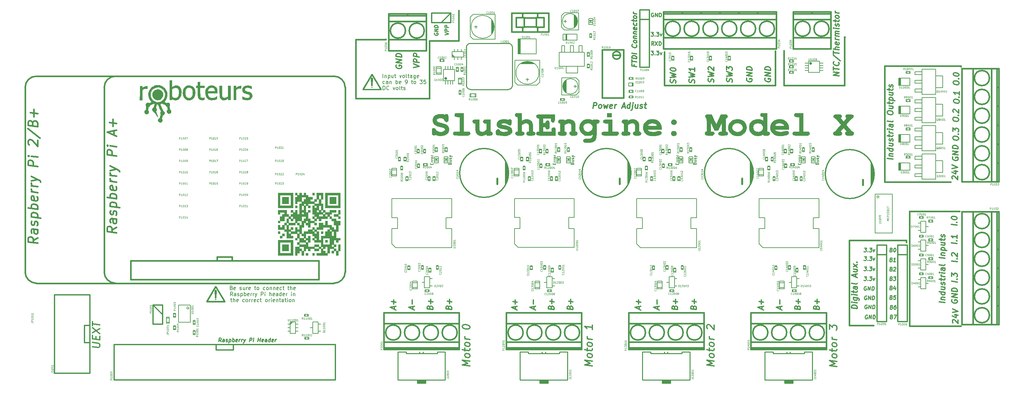
<source format=gbr>
G04 #@! TF.FileFunction,Legend,Top*
%FSLAX46Y46*%
G04 Gerber Fmt 4.6, Leading zero omitted, Abs format (unit mm)*
G04 Created by KiCad (PCBNEW (2015-02-24 BZR 5451)-product) date Thu 12 Mar 2015 11:25:46 PM EDT*
%MOMM*%
G01*
G04 APERTURE LIST*
%ADD10C,0.100000*%
%ADD11C,0.400000*%
%ADD12C,0.200000*%
%ADD13C,0.250000*%
%ADD14C,0.300000*%
%ADD15C,0.350000*%
%ADD16C,0.127000*%
%ADD17C,0.381000*%
%ADD18C,0.304800*%
%ADD19C,0.500000*%
%ADD20C,0.299720*%
%ADD21C,0.398780*%
%ADD22C,0.149860*%
%ADD23C,0.150000*%
%ADD24C,0.002540*%
%ADD25C,0.125000*%
%ADD26C,0.187500*%
%ADD27C,0.123000*%
%ADD28C,0.099060*%
G04 APERTURE END LIST*
D10*
D11*
X241200000Y-55000000D02*
X241300000Y-55000000D01*
X241200000Y-67900000D02*
X241200000Y-55000000D01*
X225100000Y-67900000D02*
X241200000Y-67900000D01*
X225100000Y-58600000D02*
X225100000Y-67900000D01*
X26880952Y-108291369D02*
X25690476Y-108975893D01*
X26880952Y-109719941D02*
X24380952Y-109407441D01*
X24380952Y-108455060D01*
X24500000Y-108231846D01*
X24619048Y-108127679D01*
X24857143Y-108038393D01*
X25214286Y-108083036D01*
X25452381Y-108231846D01*
X25571429Y-108365775D01*
X25690476Y-108618750D01*
X25690476Y-109571131D01*
X26880952Y-106148512D02*
X25571429Y-105984822D01*
X25333333Y-106074108D01*
X25214286Y-106297322D01*
X25214286Y-106773513D01*
X25333333Y-107026489D01*
X26761905Y-106133631D02*
X26880952Y-106386608D01*
X26880952Y-106981846D01*
X26761905Y-107205060D01*
X26523810Y-107294346D01*
X26285714Y-107264584D01*
X26047619Y-107115774D01*
X25928571Y-106862798D01*
X25928571Y-106267560D01*
X25809524Y-106014583D01*
X26761905Y-105062203D02*
X26880952Y-104838988D01*
X26880952Y-104362798D01*
X26761905Y-104109822D01*
X26523810Y-103961012D01*
X26404762Y-103946131D01*
X26166667Y-104035417D01*
X26047619Y-104258631D01*
X26047619Y-104615774D01*
X25928571Y-104838988D01*
X25690476Y-104928274D01*
X25571429Y-104913394D01*
X25333333Y-104764584D01*
X25214286Y-104511608D01*
X25214286Y-104154465D01*
X25333333Y-103931251D01*
X25214286Y-102725893D02*
X27714286Y-103038393D01*
X25333333Y-102740774D02*
X25214286Y-102487798D01*
X25214286Y-102011607D01*
X25333333Y-101788393D01*
X25452381Y-101684226D01*
X25690476Y-101594940D01*
X26404762Y-101684226D01*
X26642857Y-101833035D01*
X26761905Y-101966964D01*
X26880952Y-102219940D01*
X26880952Y-102696131D01*
X26761905Y-102919345D01*
X26880952Y-100672321D02*
X24380952Y-100359821D01*
X25333333Y-100478869D02*
X25214286Y-100225893D01*
X25214286Y-99749702D01*
X25333333Y-99526488D01*
X25452381Y-99422321D01*
X25690476Y-99333035D01*
X26404762Y-99422321D01*
X26642857Y-99571130D01*
X26761905Y-99705059D01*
X26880952Y-99958035D01*
X26880952Y-100434226D01*
X26761905Y-100657440D01*
X26761905Y-97443154D02*
X26880952Y-97696130D01*
X26880952Y-98172321D01*
X26761905Y-98395535D01*
X26523810Y-98484821D01*
X25571429Y-98365774D01*
X25333333Y-98216964D01*
X25214286Y-97963988D01*
X25214286Y-97487797D01*
X25333333Y-97264583D01*
X25571429Y-97175297D01*
X25809524Y-97205058D01*
X26047619Y-98425297D01*
X26880952Y-96267559D02*
X25214286Y-96059226D01*
X25690476Y-96118749D02*
X25452381Y-95969940D01*
X25333333Y-95836012D01*
X25214286Y-95583035D01*
X25214286Y-95344940D01*
X26880952Y-94719940D02*
X25214286Y-94511607D01*
X25690476Y-94571130D02*
X25452381Y-94422321D01*
X25333333Y-94288393D01*
X25214286Y-94035416D01*
X25214286Y-93797321D01*
X25214286Y-93202083D02*
X26880952Y-92815178D01*
X25214286Y-92011607D02*
X26880952Y-92815178D01*
X27476190Y-93127678D01*
X27595238Y-93261607D01*
X27714286Y-93514583D01*
X26880952Y-89362797D02*
X24380952Y-89050297D01*
X24380952Y-88097916D01*
X24500000Y-87874702D01*
X24619048Y-87770535D01*
X24857143Y-87681249D01*
X25214286Y-87725892D01*
X25452381Y-87874702D01*
X25571429Y-88008631D01*
X25690476Y-88261606D01*
X25690476Y-89213987D01*
X26880952Y-86862797D02*
X25214286Y-86654464D01*
X24380952Y-86550297D02*
X24500000Y-86684226D01*
X24619048Y-86580059D01*
X24500000Y-86446130D01*
X24380952Y-86550297D01*
X24619048Y-86580059D01*
X24619048Y-83603869D02*
X24500000Y-83469940D01*
X24380952Y-83216964D01*
X24380952Y-82621726D01*
X24500000Y-82398511D01*
X24619048Y-82294345D01*
X24857143Y-82205059D01*
X25095238Y-82234821D01*
X25452381Y-82398512D01*
X26880952Y-84005654D01*
X26880952Y-82458035D01*
X24261905Y-79273512D02*
X27476190Y-81818155D01*
X25571429Y-77770536D02*
X25690476Y-77428273D01*
X25809524Y-77324106D01*
X26047619Y-77234820D01*
X26404762Y-77279463D01*
X26642857Y-77428273D01*
X26761905Y-77562202D01*
X26880952Y-77815178D01*
X26880952Y-78767559D01*
X24380952Y-78455059D01*
X24380952Y-77621726D01*
X24500000Y-77398511D01*
X24619048Y-77294345D01*
X24857143Y-77205059D01*
X25095238Y-77234821D01*
X25333333Y-77383631D01*
X25452381Y-77517559D01*
X25571429Y-77770536D01*
X25571429Y-78603869D01*
X25928571Y-76148511D02*
X25928571Y-74243749D01*
X26880952Y-75315178D02*
X24976190Y-75077083D01*
X47830952Y-105512797D02*
X46640476Y-106197321D01*
X47830952Y-106941369D02*
X45330952Y-106628869D01*
X45330952Y-105676488D01*
X45450000Y-105453274D01*
X45569048Y-105349107D01*
X45807143Y-105259821D01*
X46164286Y-105304464D01*
X46402381Y-105453274D01*
X46521429Y-105587203D01*
X46640476Y-105840178D01*
X46640476Y-106792559D01*
X47830952Y-103369940D02*
X46521429Y-103206250D01*
X46283333Y-103295536D01*
X46164286Y-103518750D01*
X46164286Y-103994941D01*
X46283333Y-104247917D01*
X47711905Y-103355059D02*
X47830952Y-103608036D01*
X47830952Y-104203274D01*
X47711905Y-104426488D01*
X47473810Y-104515774D01*
X47235714Y-104486012D01*
X46997619Y-104337202D01*
X46878571Y-104084226D01*
X46878571Y-103488988D01*
X46759524Y-103236011D01*
X47711905Y-102283631D02*
X47830952Y-102060416D01*
X47830952Y-101584226D01*
X47711905Y-101331250D01*
X47473810Y-101182440D01*
X47354762Y-101167559D01*
X47116667Y-101256845D01*
X46997619Y-101480059D01*
X46997619Y-101837202D01*
X46878571Y-102060416D01*
X46640476Y-102149702D01*
X46521429Y-102134822D01*
X46283333Y-101986012D01*
X46164286Y-101733036D01*
X46164286Y-101375893D01*
X46283333Y-101152679D01*
X46164286Y-99947321D02*
X48664286Y-100259821D01*
X46283333Y-99962202D02*
X46164286Y-99709226D01*
X46164286Y-99233035D01*
X46283333Y-99009821D01*
X46402381Y-98905654D01*
X46640476Y-98816368D01*
X47354762Y-98905654D01*
X47592857Y-99054463D01*
X47711905Y-99188392D01*
X47830952Y-99441368D01*
X47830952Y-99917559D01*
X47711905Y-100140773D01*
X47830952Y-97893749D02*
X45330952Y-97581249D01*
X46283333Y-97700297D02*
X46164286Y-97447321D01*
X46164286Y-96971130D01*
X46283333Y-96747916D01*
X46402381Y-96643749D01*
X46640476Y-96554463D01*
X47354762Y-96643749D01*
X47592857Y-96792558D01*
X47711905Y-96926487D01*
X47830952Y-97179463D01*
X47830952Y-97655654D01*
X47711905Y-97878868D01*
X47711905Y-94664582D02*
X47830952Y-94917558D01*
X47830952Y-95393749D01*
X47711905Y-95616963D01*
X47473810Y-95706249D01*
X46521429Y-95587202D01*
X46283333Y-95438392D01*
X46164286Y-95185416D01*
X46164286Y-94709225D01*
X46283333Y-94486011D01*
X46521429Y-94396725D01*
X46759524Y-94426486D01*
X46997619Y-95646725D01*
X47830952Y-93488987D02*
X46164286Y-93280654D01*
X46640476Y-93340177D02*
X46402381Y-93191368D01*
X46283333Y-93057440D01*
X46164286Y-92804463D01*
X46164286Y-92566368D01*
X47830952Y-91941368D02*
X46164286Y-91733035D01*
X46640476Y-91792558D02*
X46402381Y-91643749D01*
X46283333Y-91509821D01*
X46164286Y-91256844D01*
X46164286Y-91018749D01*
X46164286Y-90423511D02*
X47830952Y-90036606D01*
X46164286Y-89233035D02*
X47830952Y-90036606D01*
X48426190Y-90349106D01*
X48545238Y-90483035D01*
X48664286Y-90736011D01*
X47830952Y-86584225D02*
X45330952Y-86271725D01*
X45330952Y-85319344D01*
X45450000Y-85096130D01*
X45569048Y-84991963D01*
X45807143Y-84902677D01*
X46164286Y-84947320D01*
X46402381Y-85096130D01*
X46521429Y-85230059D01*
X46640476Y-85483034D01*
X46640476Y-86435415D01*
X47830952Y-84084225D02*
X46164286Y-83875892D01*
X45330952Y-83771725D02*
X45450000Y-83905654D01*
X45569048Y-83801487D01*
X45450000Y-83667558D01*
X45330952Y-83771725D01*
X45569048Y-83801487D01*
X47116667Y-81018749D02*
X47116667Y-79828272D01*
X47830952Y-81346130D02*
X45330952Y-80200296D01*
X47830952Y-79679463D01*
X46878571Y-78727082D02*
X46878571Y-76822320D01*
X47830952Y-77893749D02*
X45926190Y-77655654D01*
X119400000Y-55700000D02*
X119400000Y-55600000D01*
X111400000Y-55700000D02*
X119400000Y-55700000D01*
X111400000Y-71300000D02*
X111400000Y-55700000D01*
X131000000Y-71300000D02*
X111400000Y-71300000D01*
X131000000Y-56000000D02*
X131000000Y-71300000D01*
X138800000Y-56000000D02*
X131000000Y-56000000D01*
X138800000Y-48000000D02*
X138800000Y-56000000D01*
D12*
X118638095Y-65802381D02*
X118638095Y-64802381D01*
X119114285Y-65135714D02*
X119114285Y-65802381D01*
X119114285Y-65230952D02*
X119161904Y-65183333D01*
X119257142Y-65135714D01*
X119400000Y-65135714D01*
X119495238Y-65183333D01*
X119542857Y-65278571D01*
X119542857Y-65802381D01*
X120019047Y-65135714D02*
X120019047Y-66135714D01*
X120019047Y-65183333D02*
X120114285Y-65135714D01*
X120304762Y-65135714D01*
X120400000Y-65183333D01*
X120447619Y-65230952D01*
X120495238Y-65326190D01*
X120495238Y-65611905D01*
X120447619Y-65707143D01*
X120400000Y-65754762D01*
X120304762Y-65802381D01*
X120114285Y-65802381D01*
X120019047Y-65754762D01*
X121352381Y-65135714D02*
X121352381Y-65802381D01*
X120923809Y-65135714D02*
X120923809Y-65659524D01*
X120971428Y-65754762D01*
X121066666Y-65802381D01*
X121209524Y-65802381D01*
X121304762Y-65754762D01*
X121352381Y-65707143D01*
X121685714Y-65135714D02*
X122066666Y-65135714D01*
X121828571Y-64802381D02*
X121828571Y-65659524D01*
X121876190Y-65754762D01*
X121971428Y-65802381D01*
X122066666Y-65802381D01*
X123066667Y-65135714D02*
X123304762Y-65802381D01*
X123542858Y-65135714D01*
X124066667Y-65802381D02*
X123971429Y-65754762D01*
X123923810Y-65707143D01*
X123876191Y-65611905D01*
X123876191Y-65326190D01*
X123923810Y-65230952D01*
X123971429Y-65183333D01*
X124066667Y-65135714D01*
X124209525Y-65135714D01*
X124304763Y-65183333D01*
X124352382Y-65230952D01*
X124400001Y-65326190D01*
X124400001Y-65611905D01*
X124352382Y-65707143D01*
X124304763Y-65754762D01*
X124209525Y-65802381D01*
X124066667Y-65802381D01*
X124971429Y-65802381D02*
X124876191Y-65754762D01*
X124828572Y-65659524D01*
X124828572Y-64802381D01*
X125209525Y-65135714D02*
X125590477Y-65135714D01*
X125352382Y-64802381D02*
X125352382Y-65659524D01*
X125400001Y-65754762D01*
X125495239Y-65802381D01*
X125590477Y-65802381D01*
X126352383Y-65802381D02*
X126352383Y-65278571D01*
X126304764Y-65183333D01*
X126209526Y-65135714D01*
X126019049Y-65135714D01*
X125923811Y-65183333D01*
X126352383Y-65754762D02*
X126257145Y-65802381D01*
X126019049Y-65802381D01*
X125923811Y-65754762D01*
X125876192Y-65659524D01*
X125876192Y-65564286D01*
X125923811Y-65469048D01*
X126019049Y-65421429D01*
X126257145Y-65421429D01*
X126352383Y-65373810D01*
X127257145Y-65135714D02*
X127257145Y-65945238D01*
X127209526Y-66040476D01*
X127161907Y-66088095D01*
X127066668Y-66135714D01*
X126923811Y-66135714D01*
X126828573Y-66088095D01*
X127257145Y-65754762D02*
X127161907Y-65802381D01*
X126971430Y-65802381D01*
X126876192Y-65754762D01*
X126828573Y-65707143D01*
X126780954Y-65611905D01*
X126780954Y-65326190D01*
X126828573Y-65230952D01*
X126876192Y-65183333D01*
X126971430Y-65135714D01*
X127161907Y-65135714D01*
X127257145Y-65183333D01*
X128114288Y-65754762D02*
X128019050Y-65802381D01*
X127828573Y-65802381D01*
X127733335Y-65754762D01*
X127685716Y-65659524D01*
X127685716Y-65278571D01*
X127733335Y-65183333D01*
X127828573Y-65135714D01*
X128019050Y-65135714D01*
X128114288Y-65183333D01*
X128161907Y-65278571D01*
X128161907Y-65373810D01*
X127685716Y-65469048D01*
X119066667Y-67354762D02*
X118971429Y-67402381D01*
X118780952Y-67402381D01*
X118685714Y-67354762D01*
X118638095Y-67307143D01*
X118590476Y-67211905D01*
X118590476Y-66926190D01*
X118638095Y-66830952D01*
X118685714Y-66783333D01*
X118780952Y-66735714D01*
X118971429Y-66735714D01*
X119066667Y-66783333D01*
X119923810Y-67402381D02*
X119923810Y-66878571D01*
X119876191Y-66783333D01*
X119780953Y-66735714D01*
X119590476Y-66735714D01*
X119495238Y-66783333D01*
X119923810Y-67354762D02*
X119828572Y-67402381D01*
X119590476Y-67402381D01*
X119495238Y-67354762D01*
X119447619Y-67259524D01*
X119447619Y-67164286D01*
X119495238Y-67069048D01*
X119590476Y-67021429D01*
X119828572Y-67021429D01*
X119923810Y-66973810D01*
X120400000Y-66735714D02*
X120400000Y-67402381D01*
X120400000Y-66830952D02*
X120447619Y-66783333D01*
X120542857Y-66735714D01*
X120685715Y-66735714D01*
X120780953Y-66783333D01*
X120828572Y-66878571D01*
X120828572Y-67402381D01*
X122066667Y-67402381D02*
X122066667Y-66402381D01*
X122066667Y-66783333D02*
X122161905Y-66735714D01*
X122352382Y-66735714D01*
X122447620Y-66783333D01*
X122495239Y-66830952D01*
X122542858Y-66926190D01*
X122542858Y-67211905D01*
X122495239Y-67307143D01*
X122447620Y-67354762D01*
X122352382Y-67402381D01*
X122161905Y-67402381D01*
X122066667Y-67354762D01*
X123352382Y-67354762D02*
X123257144Y-67402381D01*
X123066667Y-67402381D01*
X122971429Y-67354762D01*
X122923810Y-67259524D01*
X122923810Y-66878571D01*
X122971429Y-66783333D01*
X123066667Y-66735714D01*
X123257144Y-66735714D01*
X123352382Y-66783333D01*
X123400001Y-66878571D01*
X123400001Y-66973810D01*
X122923810Y-67069048D01*
X124638096Y-67402381D02*
X124828572Y-67402381D01*
X124923811Y-67354762D01*
X124971430Y-67307143D01*
X125066668Y-67164286D01*
X125114287Y-66973810D01*
X125114287Y-66592857D01*
X125066668Y-66497619D01*
X125019049Y-66450000D01*
X124923811Y-66402381D01*
X124733334Y-66402381D01*
X124638096Y-66450000D01*
X124590477Y-66497619D01*
X124542858Y-66592857D01*
X124542858Y-66830952D01*
X124590477Y-66926190D01*
X124638096Y-66973810D01*
X124733334Y-67021429D01*
X124923811Y-67021429D01*
X125019049Y-66973810D01*
X125066668Y-66926190D01*
X125114287Y-66830952D01*
X126161906Y-66735714D02*
X126542858Y-66735714D01*
X126304763Y-66402381D02*
X126304763Y-67259524D01*
X126352382Y-67354762D01*
X126447620Y-67402381D01*
X126542858Y-67402381D01*
X127019049Y-67402381D02*
X126923811Y-67354762D01*
X126876192Y-67307143D01*
X126828573Y-67211905D01*
X126828573Y-66926190D01*
X126876192Y-66830952D01*
X126923811Y-66783333D01*
X127019049Y-66735714D01*
X127161907Y-66735714D01*
X127257145Y-66783333D01*
X127304764Y-66830952D01*
X127352383Y-66926190D01*
X127352383Y-67211905D01*
X127304764Y-67307143D01*
X127257145Y-67354762D01*
X127161907Y-67402381D01*
X127019049Y-67402381D01*
X128447621Y-66402381D02*
X129066669Y-66402381D01*
X128733335Y-66783333D01*
X128876193Y-66783333D01*
X128971431Y-66830952D01*
X129019050Y-66878571D01*
X129066669Y-66973810D01*
X129066669Y-67211905D01*
X129019050Y-67307143D01*
X128971431Y-67354762D01*
X128876193Y-67402381D01*
X128590478Y-67402381D01*
X128495240Y-67354762D01*
X128447621Y-67307143D01*
X129971431Y-66402381D02*
X129495240Y-66402381D01*
X129447621Y-66878571D01*
X129495240Y-66830952D01*
X129590478Y-66783333D01*
X129828574Y-66783333D01*
X129923812Y-66830952D01*
X129971431Y-66878571D01*
X130019050Y-66973810D01*
X130019050Y-67211905D01*
X129971431Y-67307143D01*
X129923812Y-67354762D01*
X129828574Y-67402381D01*
X129590478Y-67402381D01*
X129495240Y-67354762D01*
X129447621Y-67307143D01*
X118638095Y-69002381D02*
X118638095Y-68002381D01*
X118876190Y-68002381D01*
X119019048Y-68050000D01*
X119114286Y-68145238D01*
X119161905Y-68240476D01*
X119209524Y-68430952D01*
X119209524Y-68573810D01*
X119161905Y-68764286D01*
X119114286Y-68859524D01*
X119019048Y-68954762D01*
X118876190Y-69002381D01*
X118638095Y-69002381D01*
X120209524Y-68907143D02*
X120161905Y-68954762D01*
X120019048Y-69002381D01*
X119923810Y-69002381D01*
X119780952Y-68954762D01*
X119685714Y-68859524D01*
X119638095Y-68764286D01*
X119590476Y-68573810D01*
X119590476Y-68430952D01*
X119638095Y-68240476D01*
X119685714Y-68145238D01*
X119780952Y-68050000D01*
X119923810Y-68002381D01*
X120019048Y-68002381D01*
X120161905Y-68050000D01*
X120209524Y-68097619D01*
X121304762Y-68335714D02*
X121542857Y-69002381D01*
X121780953Y-68335714D01*
X122304762Y-69002381D02*
X122209524Y-68954762D01*
X122161905Y-68907143D01*
X122114286Y-68811905D01*
X122114286Y-68526190D01*
X122161905Y-68430952D01*
X122209524Y-68383333D01*
X122304762Y-68335714D01*
X122447620Y-68335714D01*
X122542858Y-68383333D01*
X122590477Y-68430952D01*
X122638096Y-68526190D01*
X122638096Y-68811905D01*
X122590477Y-68907143D01*
X122542858Y-68954762D01*
X122447620Y-69002381D01*
X122304762Y-69002381D01*
X123209524Y-69002381D02*
X123114286Y-68954762D01*
X123066667Y-68859524D01*
X123066667Y-68002381D01*
X123447620Y-68335714D02*
X123828572Y-68335714D01*
X123590477Y-68002381D02*
X123590477Y-68859524D01*
X123638096Y-68954762D01*
X123733334Y-69002381D01*
X123828572Y-69002381D01*
X124114287Y-68954762D02*
X124209525Y-69002381D01*
X124400001Y-69002381D01*
X124495240Y-68954762D01*
X124542859Y-68859524D01*
X124542859Y-68811905D01*
X124495240Y-68716667D01*
X124400001Y-68669048D01*
X124257144Y-68669048D01*
X124161906Y-68621429D01*
X124114287Y-68526190D01*
X124114287Y-68478571D01*
X124161906Y-68383333D01*
X124257144Y-68335714D01*
X124400001Y-68335714D01*
X124495240Y-68383333D01*
D13*
X135052381Y-54364881D02*
X136052381Y-54156548D01*
X135052381Y-53698214D01*
X136052381Y-53489881D02*
X135052381Y-53364881D01*
X135052381Y-52983928D01*
X135100000Y-52894642D01*
X135147619Y-52852975D01*
X135242857Y-52817261D01*
X135385714Y-52835118D01*
X135480952Y-52894642D01*
X135528571Y-52948213D01*
X135576190Y-53049404D01*
X135576190Y-53430357D01*
X136052381Y-52489881D02*
X135052381Y-52364881D01*
X135052381Y-51983928D01*
X135100000Y-51894642D01*
X135147619Y-51852975D01*
X135242857Y-51817261D01*
X135385714Y-51835118D01*
X135480952Y-51894642D01*
X135528571Y-51948213D01*
X135576190Y-52049404D01*
X135576190Y-52430357D01*
D14*
X126778571Y-63097321D02*
X128278571Y-62784821D01*
X126778571Y-62097321D01*
X128278571Y-61784821D02*
X126778571Y-61597321D01*
X126778571Y-61025893D01*
X126850000Y-60891964D01*
X126921429Y-60829465D01*
X127064286Y-60775893D01*
X127278571Y-60802678D01*
X127421429Y-60891965D01*
X127492857Y-60972321D01*
X127564286Y-61124108D01*
X127564286Y-61695536D01*
X128278571Y-60284821D02*
X126778571Y-60097321D01*
X126778571Y-59525893D01*
X126850000Y-59391964D01*
X126921429Y-59329465D01*
X127064286Y-59275893D01*
X127278571Y-59302678D01*
X127421429Y-59391965D01*
X127492857Y-59472321D01*
X127564286Y-59624108D01*
X127564286Y-60195536D01*
D13*
X132300000Y-53899404D02*
X132252381Y-53988690D01*
X132252381Y-54131547D01*
X132300000Y-54280357D01*
X132395238Y-54387500D01*
X132490476Y-54447023D01*
X132680952Y-54518452D01*
X132823810Y-54536309D01*
X133014286Y-54512500D01*
X133109524Y-54476785D01*
X133204762Y-54393452D01*
X133252381Y-54256547D01*
X133252381Y-54161309D01*
X133204762Y-54012499D01*
X133157143Y-53958928D01*
X132823810Y-53917261D01*
X132823810Y-54107737D01*
X133252381Y-53542262D02*
X132252381Y-53417262D01*
X133252381Y-52970833D01*
X132252381Y-52845833D01*
X133252381Y-52494643D02*
X132252381Y-52369643D01*
X132252381Y-52131548D01*
X132300000Y-51994642D01*
X132395238Y-51911309D01*
X132490476Y-51875594D01*
X132680952Y-51851785D01*
X132823810Y-51869642D01*
X133014286Y-51941071D01*
X133109524Y-52000594D01*
X133204762Y-52107737D01*
X133252381Y-52256548D01*
X133252381Y-52494643D01*
D14*
X122150000Y-62449107D02*
X122078571Y-62583035D01*
X122078571Y-62797321D01*
X122150000Y-63020535D01*
X122292857Y-63181250D01*
X122435714Y-63270535D01*
X122721429Y-63377679D01*
X122935714Y-63404464D01*
X123221429Y-63368750D01*
X123364286Y-63315179D01*
X123507143Y-63190178D01*
X123578571Y-62984821D01*
X123578571Y-62841964D01*
X123507143Y-62618750D01*
X123435714Y-62538392D01*
X122935714Y-62475892D01*
X122935714Y-62761607D01*
X123578571Y-61913392D02*
X122078571Y-61725892D01*
X123578571Y-61056249D01*
X122078571Y-60868749D01*
X123578571Y-60341963D02*
X122078571Y-60154463D01*
X122078571Y-59797320D01*
X122150000Y-59591964D01*
X122292857Y-59466963D01*
X122435714Y-59413392D01*
X122721429Y-59377678D01*
X122935714Y-59404463D01*
X123221429Y-59511607D01*
X123364286Y-59600892D01*
X123507143Y-59761607D01*
X123578571Y-59984820D01*
X123578571Y-60341963D01*
D12*
X78390475Y-121628571D02*
X78533332Y-121676190D01*
X78580951Y-121723810D01*
X78628570Y-121819048D01*
X78628570Y-121961905D01*
X78580951Y-122057143D01*
X78533332Y-122104762D01*
X78438094Y-122152381D01*
X78057141Y-122152381D01*
X78057141Y-121152381D01*
X78390475Y-121152381D01*
X78485713Y-121200000D01*
X78533332Y-121247619D01*
X78580951Y-121342857D01*
X78580951Y-121438095D01*
X78533332Y-121533333D01*
X78485713Y-121580952D01*
X78390475Y-121628571D01*
X78057141Y-121628571D01*
X79438094Y-122104762D02*
X79342856Y-122152381D01*
X79152379Y-122152381D01*
X79057141Y-122104762D01*
X79009522Y-122009524D01*
X79009522Y-121628571D01*
X79057141Y-121533333D01*
X79152379Y-121485714D01*
X79342856Y-121485714D01*
X79438094Y-121533333D01*
X79485713Y-121628571D01*
X79485713Y-121723810D01*
X79009522Y-121819048D01*
X80628570Y-122104762D02*
X80723808Y-122152381D01*
X80914284Y-122152381D01*
X81009523Y-122104762D01*
X81057142Y-122009524D01*
X81057142Y-121961905D01*
X81009523Y-121866667D01*
X80914284Y-121819048D01*
X80771427Y-121819048D01*
X80676189Y-121771429D01*
X80628570Y-121676190D01*
X80628570Y-121628571D01*
X80676189Y-121533333D01*
X80771427Y-121485714D01*
X80914284Y-121485714D01*
X81009523Y-121533333D01*
X81914285Y-121485714D02*
X81914285Y-122152381D01*
X81485713Y-121485714D02*
X81485713Y-122009524D01*
X81533332Y-122104762D01*
X81628570Y-122152381D01*
X81771428Y-122152381D01*
X81866666Y-122104762D01*
X81914285Y-122057143D01*
X82390475Y-122152381D02*
X82390475Y-121485714D01*
X82390475Y-121676190D02*
X82438094Y-121580952D01*
X82485713Y-121533333D01*
X82580951Y-121485714D01*
X82676190Y-121485714D01*
X83390476Y-122104762D02*
X83295238Y-122152381D01*
X83104761Y-122152381D01*
X83009523Y-122104762D01*
X82961904Y-122009524D01*
X82961904Y-121628571D01*
X83009523Y-121533333D01*
X83104761Y-121485714D01*
X83295238Y-121485714D01*
X83390476Y-121533333D01*
X83438095Y-121628571D01*
X83438095Y-121723810D01*
X82961904Y-121819048D01*
X84485714Y-121485714D02*
X84866666Y-121485714D01*
X84628571Y-121152381D02*
X84628571Y-122009524D01*
X84676190Y-122104762D01*
X84771428Y-122152381D01*
X84866666Y-122152381D01*
X85342857Y-122152381D02*
X85247619Y-122104762D01*
X85200000Y-122057143D01*
X85152381Y-121961905D01*
X85152381Y-121676190D01*
X85200000Y-121580952D01*
X85247619Y-121533333D01*
X85342857Y-121485714D01*
X85485715Y-121485714D01*
X85580953Y-121533333D01*
X85628572Y-121580952D01*
X85676191Y-121676190D01*
X85676191Y-121961905D01*
X85628572Y-122057143D01*
X85580953Y-122104762D01*
X85485715Y-122152381D01*
X85342857Y-122152381D01*
X87295239Y-122104762D02*
X87200001Y-122152381D01*
X87009524Y-122152381D01*
X86914286Y-122104762D01*
X86866667Y-122057143D01*
X86819048Y-121961905D01*
X86819048Y-121676190D01*
X86866667Y-121580952D01*
X86914286Y-121533333D01*
X87009524Y-121485714D01*
X87200001Y-121485714D01*
X87295239Y-121533333D01*
X87866667Y-122152381D02*
X87771429Y-122104762D01*
X87723810Y-122057143D01*
X87676191Y-121961905D01*
X87676191Y-121676190D01*
X87723810Y-121580952D01*
X87771429Y-121533333D01*
X87866667Y-121485714D01*
X88009525Y-121485714D01*
X88104763Y-121533333D01*
X88152382Y-121580952D01*
X88200001Y-121676190D01*
X88200001Y-121961905D01*
X88152382Y-122057143D01*
X88104763Y-122104762D01*
X88009525Y-122152381D01*
X87866667Y-122152381D01*
X88628572Y-121485714D02*
X88628572Y-122152381D01*
X88628572Y-121580952D02*
X88676191Y-121533333D01*
X88771429Y-121485714D01*
X88914287Y-121485714D01*
X89009525Y-121533333D01*
X89057144Y-121628571D01*
X89057144Y-122152381D01*
X89533334Y-121485714D02*
X89533334Y-122152381D01*
X89533334Y-121580952D02*
X89580953Y-121533333D01*
X89676191Y-121485714D01*
X89819049Y-121485714D01*
X89914287Y-121533333D01*
X89961906Y-121628571D01*
X89961906Y-122152381D01*
X90819049Y-122104762D02*
X90723811Y-122152381D01*
X90533334Y-122152381D01*
X90438096Y-122104762D01*
X90390477Y-122009524D01*
X90390477Y-121628571D01*
X90438096Y-121533333D01*
X90533334Y-121485714D01*
X90723811Y-121485714D01*
X90819049Y-121533333D01*
X90866668Y-121628571D01*
X90866668Y-121723810D01*
X90390477Y-121819048D01*
X91723811Y-122104762D02*
X91628573Y-122152381D01*
X91438096Y-122152381D01*
X91342858Y-122104762D01*
X91295239Y-122057143D01*
X91247620Y-121961905D01*
X91247620Y-121676190D01*
X91295239Y-121580952D01*
X91342858Y-121533333D01*
X91438096Y-121485714D01*
X91628573Y-121485714D01*
X91723811Y-121533333D01*
X92009525Y-121485714D02*
X92390477Y-121485714D01*
X92152382Y-121152381D02*
X92152382Y-122009524D01*
X92200001Y-122104762D01*
X92295239Y-122152381D01*
X92390477Y-122152381D01*
X93342859Y-121485714D02*
X93723811Y-121485714D01*
X93485716Y-121152381D02*
X93485716Y-122009524D01*
X93533335Y-122104762D01*
X93628573Y-122152381D01*
X93723811Y-122152381D01*
X94057145Y-122152381D02*
X94057145Y-121152381D01*
X94485717Y-122152381D02*
X94485717Y-121628571D01*
X94438098Y-121533333D01*
X94342860Y-121485714D01*
X94200002Y-121485714D01*
X94104764Y-121533333D01*
X94057145Y-121580952D01*
X95342860Y-122104762D02*
X95247622Y-122152381D01*
X95057145Y-122152381D01*
X94961907Y-122104762D01*
X94914288Y-122009524D01*
X94914288Y-121628571D01*
X94961907Y-121533333D01*
X95057145Y-121485714D01*
X95247622Y-121485714D01*
X95342860Y-121533333D01*
X95390479Y-121628571D01*
X95390479Y-121723810D01*
X94914288Y-121819048D01*
X78723809Y-123752381D02*
X78390475Y-123276190D01*
X78152380Y-123752381D02*
X78152380Y-122752381D01*
X78533333Y-122752381D01*
X78628571Y-122800000D01*
X78676190Y-122847619D01*
X78723809Y-122942857D01*
X78723809Y-123085714D01*
X78676190Y-123180952D01*
X78628571Y-123228571D01*
X78533333Y-123276190D01*
X78152380Y-123276190D01*
X79580952Y-123752381D02*
X79580952Y-123228571D01*
X79533333Y-123133333D01*
X79438095Y-123085714D01*
X79247618Y-123085714D01*
X79152380Y-123133333D01*
X79580952Y-123704762D02*
X79485714Y-123752381D01*
X79247618Y-123752381D01*
X79152380Y-123704762D01*
X79104761Y-123609524D01*
X79104761Y-123514286D01*
X79152380Y-123419048D01*
X79247618Y-123371429D01*
X79485714Y-123371429D01*
X79580952Y-123323810D01*
X80009523Y-123704762D02*
X80104761Y-123752381D01*
X80295237Y-123752381D01*
X80390476Y-123704762D01*
X80438095Y-123609524D01*
X80438095Y-123561905D01*
X80390476Y-123466667D01*
X80295237Y-123419048D01*
X80152380Y-123419048D01*
X80057142Y-123371429D01*
X80009523Y-123276190D01*
X80009523Y-123228571D01*
X80057142Y-123133333D01*
X80152380Y-123085714D01*
X80295237Y-123085714D01*
X80390476Y-123133333D01*
X80866666Y-123085714D02*
X80866666Y-124085714D01*
X80866666Y-123133333D02*
X80961904Y-123085714D01*
X81152381Y-123085714D01*
X81247619Y-123133333D01*
X81295238Y-123180952D01*
X81342857Y-123276190D01*
X81342857Y-123561905D01*
X81295238Y-123657143D01*
X81247619Y-123704762D01*
X81152381Y-123752381D01*
X80961904Y-123752381D01*
X80866666Y-123704762D01*
X81771428Y-123752381D02*
X81771428Y-122752381D01*
X81771428Y-123133333D02*
X81866666Y-123085714D01*
X82057143Y-123085714D01*
X82152381Y-123133333D01*
X82200000Y-123180952D01*
X82247619Y-123276190D01*
X82247619Y-123561905D01*
X82200000Y-123657143D01*
X82152381Y-123704762D01*
X82057143Y-123752381D01*
X81866666Y-123752381D01*
X81771428Y-123704762D01*
X83057143Y-123704762D02*
X82961905Y-123752381D01*
X82771428Y-123752381D01*
X82676190Y-123704762D01*
X82628571Y-123609524D01*
X82628571Y-123228571D01*
X82676190Y-123133333D01*
X82771428Y-123085714D01*
X82961905Y-123085714D01*
X83057143Y-123133333D01*
X83104762Y-123228571D01*
X83104762Y-123323810D01*
X82628571Y-123419048D01*
X83533333Y-123752381D02*
X83533333Y-123085714D01*
X83533333Y-123276190D02*
X83580952Y-123180952D01*
X83628571Y-123133333D01*
X83723809Y-123085714D01*
X83819048Y-123085714D01*
X84152381Y-123752381D02*
X84152381Y-123085714D01*
X84152381Y-123276190D02*
X84200000Y-123180952D01*
X84247619Y-123133333D01*
X84342857Y-123085714D01*
X84438096Y-123085714D01*
X84676191Y-123085714D02*
X84914286Y-123752381D01*
X85152382Y-123085714D02*
X84914286Y-123752381D01*
X84819048Y-123990476D01*
X84771429Y-124038095D01*
X84676191Y-124085714D01*
X86295239Y-123752381D02*
X86295239Y-122752381D01*
X86676192Y-122752381D01*
X86771430Y-122800000D01*
X86819049Y-122847619D01*
X86866668Y-122942857D01*
X86866668Y-123085714D01*
X86819049Y-123180952D01*
X86771430Y-123228571D01*
X86676192Y-123276190D01*
X86295239Y-123276190D01*
X87295239Y-123752381D02*
X87295239Y-123085714D01*
X87295239Y-122752381D02*
X87247620Y-122800000D01*
X87295239Y-122847619D01*
X87342858Y-122800000D01*
X87295239Y-122752381D01*
X87295239Y-122847619D01*
X88533334Y-123752381D02*
X88533334Y-122752381D01*
X88961906Y-123752381D02*
X88961906Y-123228571D01*
X88914287Y-123133333D01*
X88819049Y-123085714D01*
X88676191Y-123085714D01*
X88580953Y-123133333D01*
X88533334Y-123180952D01*
X89819049Y-123704762D02*
X89723811Y-123752381D01*
X89533334Y-123752381D01*
X89438096Y-123704762D01*
X89390477Y-123609524D01*
X89390477Y-123228571D01*
X89438096Y-123133333D01*
X89533334Y-123085714D01*
X89723811Y-123085714D01*
X89819049Y-123133333D01*
X89866668Y-123228571D01*
X89866668Y-123323810D01*
X89390477Y-123419048D01*
X90723811Y-123752381D02*
X90723811Y-123228571D01*
X90676192Y-123133333D01*
X90580954Y-123085714D01*
X90390477Y-123085714D01*
X90295239Y-123133333D01*
X90723811Y-123704762D02*
X90628573Y-123752381D01*
X90390477Y-123752381D01*
X90295239Y-123704762D01*
X90247620Y-123609524D01*
X90247620Y-123514286D01*
X90295239Y-123419048D01*
X90390477Y-123371429D01*
X90628573Y-123371429D01*
X90723811Y-123323810D01*
X91628573Y-123752381D02*
X91628573Y-122752381D01*
X91628573Y-123704762D02*
X91533335Y-123752381D01*
X91342858Y-123752381D01*
X91247620Y-123704762D01*
X91200001Y-123657143D01*
X91152382Y-123561905D01*
X91152382Y-123276190D01*
X91200001Y-123180952D01*
X91247620Y-123133333D01*
X91342858Y-123085714D01*
X91533335Y-123085714D01*
X91628573Y-123133333D01*
X92485716Y-123704762D02*
X92390478Y-123752381D01*
X92200001Y-123752381D01*
X92104763Y-123704762D01*
X92057144Y-123609524D01*
X92057144Y-123228571D01*
X92104763Y-123133333D01*
X92200001Y-123085714D01*
X92390478Y-123085714D01*
X92485716Y-123133333D01*
X92533335Y-123228571D01*
X92533335Y-123323810D01*
X92057144Y-123419048D01*
X92961906Y-123752381D02*
X92961906Y-123085714D01*
X92961906Y-123276190D02*
X93009525Y-123180952D01*
X93057144Y-123133333D01*
X93152382Y-123085714D01*
X93247621Y-123085714D01*
X94342859Y-123752381D02*
X94342859Y-123085714D01*
X94342859Y-122752381D02*
X94295240Y-122800000D01*
X94342859Y-122847619D01*
X94390478Y-122800000D01*
X94342859Y-122752381D01*
X94342859Y-122847619D01*
X94819049Y-123085714D02*
X94819049Y-123752381D01*
X94819049Y-123180952D02*
X94866668Y-123133333D01*
X94961906Y-123085714D01*
X95104764Y-123085714D01*
X95200002Y-123133333D01*
X95247621Y-123228571D01*
X95247621Y-123752381D01*
X78176189Y-124685714D02*
X78557141Y-124685714D01*
X78319046Y-124352381D02*
X78319046Y-125209524D01*
X78366665Y-125304762D01*
X78461903Y-125352381D01*
X78557141Y-125352381D01*
X78890475Y-125352381D02*
X78890475Y-124352381D01*
X79319047Y-125352381D02*
X79319047Y-124828571D01*
X79271428Y-124733333D01*
X79176190Y-124685714D01*
X79033332Y-124685714D01*
X78938094Y-124733333D01*
X78890475Y-124780952D01*
X80176190Y-125304762D02*
X80080952Y-125352381D01*
X79890475Y-125352381D01*
X79795237Y-125304762D01*
X79747618Y-125209524D01*
X79747618Y-124828571D01*
X79795237Y-124733333D01*
X79890475Y-124685714D01*
X80080952Y-124685714D01*
X80176190Y-124733333D01*
X80223809Y-124828571D01*
X80223809Y-124923810D01*
X79747618Y-125019048D01*
X81842857Y-125304762D02*
X81747619Y-125352381D01*
X81557142Y-125352381D01*
X81461904Y-125304762D01*
X81414285Y-125257143D01*
X81366666Y-125161905D01*
X81366666Y-124876190D01*
X81414285Y-124780952D01*
X81461904Y-124733333D01*
X81557142Y-124685714D01*
X81747619Y-124685714D01*
X81842857Y-124733333D01*
X82414285Y-125352381D02*
X82319047Y-125304762D01*
X82271428Y-125257143D01*
X82223809Y-125161905D01*
X82223809Y-124876190D01*
X82271428Y-124780952D01*
X82319047Y-124733333D01*
X82414285Y-124685714D01*
X82557143Y-124685714D01*
X82652381Y-124733333D01*
X82700000Y-124780952D01*
X82747619Y-124876190D01*
X82747619Y-125161905D01*
X82700000Y-125257143D01*
X82652381Y-125304762D01*
X82557143Y-125352381D01*
X82414285Y-125352381D01*
X83176190Y-125352381D02*
X83176190Y-124685714D01*
X83176190Y-124876190D02*
X83223809Y-124780952D01*
X83271428Y-124733333D01*
X83366666Y-124685714D01*
X83461905Y-124685714D01*
X83795238Y-125352381D02*
X83795238Y-124685714D01*
X83795238Y-124876190D02*
X83842857Y-124780952D01*
X83890476Y-124733333D01*
X83985714Y-124685714D01*
X84080953Y-124685714D01*
X84795239Y-125304762D02*
X84700001Y-125352381D01*
X84509524Y-125352381D01*
X84414286Y-125304762D01*
X84366667Y-125209524D01*
X84366667Y-124828571D01*
X84414286Y-124733333D01*
X84509524Y-124685714D01*
X84700001Y-124685714D01*
X84795239Y-124733333D01*
X84842858Y-124828571D01*
X84842858Y-124923810D01*
X84366667Y-125019048D01*
X85700001Y-125304762D02*
X85604763Y-125352381D01*
X85414286Y-125352381D01*
X85319048Y-125304762D01*
X85271429Y-125257143D01*
X85223810Y-125161905D01*
X85223810Y-124876190D01*
X85271429Y-124780952D01*
X85319048Y-124733333D01*
X85414286Y-124685714D01*
X85604763Y-124685714D01*
X85700001Y-124733333D01*
X85985715Y-124685714D02*
X86366667Y-124685714D01*
X86128572Y-124352381D02*
X86128572Y-125209524D01*
X86176191Y-125304762D01*
X86271429Y-125352381D01*
X86366667Y-125352381D01*
X87604763Y-125352381D02*
X87509525Y-125304762D01*
X87461906Y-125257143D01*
X87414287Y-125161905D01*
X87414287Y-124876190D01*
X87461906Y-124780952D01*
X87509525Y-124733333D01*
X87604763Y-124685714D01*
X87747621Y-124685714D01*
X87842859Y-124733333D01*
X87890478Y-124780952D01*
X87938097Y-124876190D01*
X87938097Y-125161905D01*
X87890478Y-125257143D01*
X87842859Y-125304762D01*
X87747621Y-125352381D01*
X87604763Y-125352381D01*
X88366668Y-125352381D02*
X88366668Y-124685714D01*
X88366668Y-124876190D02*
X88414287Y-124780952D01*
X88461906Y-124733333D01*
X88557144Y-124685714D01*
X88652383Y-124685714D01*
X88985716Y-125352381D02*
X88985716Y-124685714D01*
X88985716Y-124352381D02*
X88938097Y-124400000D01*
X88985716Y-124447619D01*
X89033335Y-124400000D01*
X88985716Y-124352381D01*
X88985716Y-124447619D01*
X89842859Y-125304762D02*
X89747621Y-125352381D01*
X89557144Y-125352381D01*
X89461906Y-125304762D01*
X89414287Y-125209524D01*
X89414287Y-124828571D01*
X89461906Y-124733333D01*
X89557144Y-124685714D01*
X89747621Y-124685714D01*
X89842859Y-124733333D01*
X89890478Y-124828571D01*
X89890478Y-124923810D01*
X89414287Y-125019048D01*
X90319049Y-124685714D02*
X90319049Y-125352381D01*
X90319049Y-124780952D02*
X90366668Y-124733333D01*
X90461906Y-124685714D01*
X90604764Y-124685714D01*
X90700002Y-124733333D01*
X90747621Y-124828571D01*
X90747621Y-125352381D01*
X91080954Y-124685714D02*
X91461906Y-124685714D01*
X91223811Y-124352381D02*
X91223811Y-125209524D01*
X91271430Y-125304762D01*
X91366668Y-125352381D01*
X91461906Y-125352381D01*
X92223812Y-125352381D02*
X92223812Y-124828571D01*
X92176193Y-124733333D01*
X92080955Y-124685714D01*
X91890478Y-124685714D01*
X91795240Y-124733333D01*
X92223812Y-125304762D02*
X92128574Y-125352381D01*
X91890478Y-125352381D01*
X91795240Y-125304762D01*
X91747621Y-125209524D01*
X91747621Y-125114286D01*
X91795240Y-125019048D01*
X91890478Y-124971429D01*
X92128574Y-124971429D01*
X92223812Y-124923810D01*
X92557145Y-124685714D02*
X92938097Y-124685714D01*
X92700002Y-124352381D02*
X92700002Y-125209524D01*
X92747621Y-125304762D01*
X92842859Y-125352381D01*
X92938097Y-125352381D01*
X93271431Y-125352381D02*
X93271431Y-124685714D01*
X93271431Y-124352381D02*
X93223812Y-124400000D01*
X93271431Y-124447619D01*
X93319050Y-124400000D01*
X93271431Y-124352381D01*
X93271431Y-124447619D01*
X93890478Y-125352381D02*
X93795240Y-125304762D01*
X93747621Y-125257143D01*
X93700002Y-125161905D01*
X93700002Y-124876190D01*
X93747621Y-124780952D01*
X93795240Y-124733333D01*
X93890478Y-124685714D01*
X94033336Y-124685714D01*
X94128574Y-124733333D01*
X94176193Y-124780952D01*
X94223812Y-124876190D01*
X94223812Y-125161905D01*
X94176193Y-125257143D01*
X94128574Y-125304762D01*
X94033336Y-125352381D01*
X93890478Y-125352381D01*
X94652383Y-124685714D02*
X94652383Y-125352381D01*
X94652383Y-124780952D02*
X94700002Y-124733333D01*
X94795240Y-124685714D01*
X94938098Y-124685714D01*
X95033336Y-124733333D01*
X95080955Y-124828571D01*
X95080955Y-125352381D01*
D13*
X75567261Y-135952381D02*
X75293451Y-135476190D01*
X74995832Y-135952381D02*
X75120832Y-134952381D01*
X75501785Y-134952381D01*
X75591071Y-135000000D01*
X75632738Y-135047619D01*
X75668452Y-135142857D01*
X75650595Y-135285714D01*
X75591071Y-135380952D01*
X75537500Y-135428571D01*
X75436309Y-135476190D01*
X75055356Y-135476190D01*
X76424404Y-135952381D02*
X76489881Y-135428571D01*
X76454166Y-135333333D01*
X76364881Y-135285714D01*
X76174404Y-135285714D01*
X76073213Y-135333333D01*
X76430357Y-135904762D02*
X76329166Y-135952381D01*
X76091070Y-135952381D01*
X76001785Y-135904762D01*
X75966071Y-135809524D01*
X75977975Y-135714286D01*
X76037499Y-135619048D01*
X76138689Y-135571429D01*
X76376785Y-135571429D01*
X76477976Y-135523810D01*
X76858928Y-135904762D02*
X76948213Y-135952381D01*
X77138689Y-135952381D01*
X77239881Y-135904762D01*
X77299405Y-135809524D01*
X77305357Y-135761905D01*
X77269643Y-135666667D01*
X77180356Y-135619048D01*
X77037499Y-135619048D01*
X76948213Y-135571429D01*
X76912499Y-135476190D01*
X76918452Y-135428571D01*
X76977975Y-135333333D01*
X77079166Y-135285714D01*
X77222023Y-135285714D01*
X77311309Y-135333333D01*
X77793452Y-135285714D02*
X77668452Y-136285714D01*
X77787499Y-135333333D02*
X77888690Y-135285714D01*
X78079167Y-135285714D01*
X78168452Y-135333333D01*
X78210119Y-135380952D01*
X78245833Y-135476190D01*
X78210119Y-135761905D01*
X78150595Y-135857143D01*
X78097024Y-135904762D01*
X77995833Y-135952381D01*
X77805356Y-135952381D01*
X77716071Y-135904762D01*
X78614880Y-135952381D02*
X78739880Y-134952381D01*
X78692261Y-135333333D02*
X78793452Y-135285714D01*
X78983929Y-135285714D01*
X79073214Y-135333333D01*
X79114881Y-135380952D01*
X79150595Y-135476190D01*
X79114881Y-135761905D01*
X79055357Y-135857143D01*
X79001786Y-135904762D01*
X78900595Y-135952381D01*
X78710118Y-135952381D01*
X78620833Y-135904762D01*
X79906548Y-135904762D02*
X79805357Y-135952381D01*
X79614880Y-135952381D01*
X79525595Y-135904762D01*
X79489881Y-135809524D01*
X79537500Y-135428571D01*
X79597023Y-135333333D01*
X79698214Y-135285714D01*
X79888691Y-135285714D01*
X79977976Y-135333333D01*
X80013691Y-135428571D01*
X80001786Y-135523810D01*
X79513690Y-135619048D01*
X80376785Y-135952381D02*
X80460119Y-135285714D01*
X80436309Y-135476190D02*
X80495833Y-135380952D01*
X80549404Y-135333333D01*
X80650595Y-135285714D01*
X80745834Y-135285714D01*
X80995833Y-135952381D02*
X81079167Y-135285714D01*
X81055357Y-135476190D02*
X81114881Y-135380952D01*
X81168452Y-135333333D01*
X81269643Y-135285714D01*
X81364882Y-135285714D01*
X81602977Y-135285714D02*
X81757738Y-135952381D01*
X82079168Y-135285714D02*
X81757738Y-135952381D01*
X81632738Y-136190476D01*
X81579167Y-136238095D01*
X81477977Y-136285714D01*
X83138691Y-135952381D02*
X83263691Y-134952381D01*
X83644644Y-134952381D01*
X83733930Y-135000000D01*
X83775597Y-135047619D01*
X83811311Y-135142857D01*
X83793454Y-135285714D01*
X83733930Y-135380952D01*
X83680359Y-135428571D01*
X83579168Y-135476190D01*
X83198215Y-135476190D01*
X84138691Y-135952381D02*
X84222025Y-135285714D01*
X84263691Y-134952381D02*
X84210120Y-135000000D01*
X84251787Y-135047619D01*
X84305358Y-135000000D01*
X84263691Y-134952381D01*
X84251787Y-135047619D01*
X85376786Y-135952381D02*
X85501786Y-134952381D01*
X85442263Y-135428571D02*
X86013692Y-135428571D01*
X85948215Y-135952381D02*
X86073215Y-134952381D01*
X86811311Y-135904762D02*
X86710120Y-135952381D01*
X86519643Y-135952381D01*
X86430358Y-135904762D01*
X86394644Y-135809524D01*
X86442263Y-135428571D01*
X86501786Y-135333333D01*
X86602977Y-135285714D01*
X86793454Y-135285714D01*
X86882739Y-135333333D01*
X86918454Y-135428571D01*
X86906549Y-135523810D01*
X86418453Y-135619048D01*
X87710120Y-135952381D02*
X87775597Y-135428571D01*
X87739882Y-135333333D01*
X87650597Y-135285714D01*
X87460120Y-135285714D01*
X87358929Y-135333333D01*
X87716073Y-135904762D02*
X87614882Y-135952381D01*
X87376786Y-135952381D01*
X87287501Y-135904762D01*
X87251787Y-135809524D01*
X87263691Y-135714286D01*
X87323215Y-135619048D01*
X87424405Y-135571429D01*
X87662501Y-135571429D01*
X87763692Y-135523810D01*
X88614882Y-135952381D02*
X88739882Y-134952381D01*
X88620835Y-135904762D02*
X88519644Y-135952381D01*
X88329167Y-135952381D01*
X88239882Y-135904762D01*
X88198215Y-135857143D01*
X88162501Y-135761905D01*
X88198215Y-135476190D01*
X88257739Y-135380952D01*
X88311310Y-135333333D01*
X88412501Y-135285714D01*
X88602978Y-135285714D01*
X88692263Y-135333333D01*
X89477978Y-135904762D02*
X89376787Y-135952381D01*
X89186310Y-135952381D01*
X89097025Y-135904762D01*
X89061311Y-135809524D01*
X89108930Y-135428571D01*
X89168453Y-135333333D01*
X89269644Y-135285714D01*
X89460121Y-135285714D01*
X89549406Y-135333333D01*
X89585121Y-135428571D01*
X89573216Y-135523810D01*
X89085120Y-135619048D01*
X89948215Y-135952381D02*
X90031549Y-135285714D01*
X90007739Y-135476190D02*
X90067263Y-135380952D01*
X90120834Y-135333333D01*
X90222025Y-135285714D01*
X90317264Y-135285714D01*
D14*
X219250000Y-127316964D02*
X219250000Y-126602678D01*
X219678571Y-127513392D02*
X218178571Y-126825892D01*
X219678571Y-126513392D01*
X219107143Y-125941964D02*
X219107143Y-124799107D01*
X219678571Y-125441964D02*
X218535714Y-125299107D01*
X224150000Y-127316964D02*
X224150000Y-126602678D01*
X224578571Y-127513392D02*
X223078571Y-126825892D01*
X224578571Y-126513392D01*
X224007143Y-125941964D02*
X224007143Y-124799107D01*
X228692857Y-126808035D02*
X228764286Y-126602678D01*
X228835714Y-126540178D01*
X228978571Y-126486606D01*
X229192857Y-126513392D01*
X229335714Y-126602678D01*
X229407143Y-126683035D01*
X229478571Y-126834821D01*
X229478571Y-127406249D01*
X227978571Y-127218749D01*
X227978571Y-126718749D01*
X228050000Y-126584821D01*
X228121429Y-126522321D01*
X228264286Y-126468750D01*
X228407143Y-126486607D01*
X228550000Y-126575892D01*
X228621429Y-126656250D01*
X228692857Y-126808035D01*
X228692857Y-127308035D01*
X228907143Y-125834821D02*
X228907143Y-124691964D01*
X229478571Y-125334821D02*
X228335714Y-125191964D01*
X233692857Y-126808035D02*
X233764286Y-126602678D01*
X233835714Y-126540178D01*
X233978571Y-126486606D01*
X234192857Y-126513392D01*
X234335714Y-126602678D01*
X234407143Y-126683035D01*
X234478571Y-126834821D01*
X234478571Y-127406249D01*
X232978571Y-127218749D01*
X232978571Y-126718749D01*
X233050000Y-126584821D01*
X233121429Y-126522321D01*
X233264286Y-126468750D01*
X233407143Y-126486607D01*
X233550000Y-126575892D01*
X233621429Y-126656250D01*
X233692857Y-126808035D01*
X233692857Y-127308035D01*
X233907143Y-125834821D02*
X233907143Y-124691964D01*
X234478571Y-125334821D02*
X233335714Y-125191964D01*
X186650000Y-127316964D02*
X186650000Y-126602678D01*
X187078571Y-127513392D02*
X185578571Y-126825892D01*
X187078571Y-126513392D01*
X186507143Y-125941964D02*
X186507143Y-124799107D01*
X187078571Y-125441964D02*
X185935714Y-125299107D01*
X191550000Y-127316964D02*
X191550000Y-126602678D01*
X191978571Y-127513392D02*
X190478571Y-126825892D01*
X191978571Y-126513392D01*
X191407143Y-125941964D02*
X191407143Y-124799107D01*
X196092857Y-126808035D02*
X196164286Y-126602678D01*
X196235714Y-126540178D01*
X196378571Y-126486606D01*
X196592857Y-126513392D01*
X196735714Y-126602678D01*
X196807143Y-126683035D01*
X196878571Y-126834821D01*
X196878571Y-127406249D01*
X195378571Y-127218749D01*
X195378571Y-126718749D01*
X195450000Y-126584821D01*
X195521429Y-126522321D01*
X195664286Y-126468750D01*
X195807143Y-126486607D01*
X195950000Y-126575892D01*
X196021429Y-126656250D01*
X196092857Y-126808035D01*
X196092857Y-127308035D01*
X196307143Y-125834821D02*
X196307143Y-124691964D01*
X196878571Y-125334821D02*
X195735714Y-125191964D01*
X201092857Y-126808035D02*
X201164286Y-126602678D01*
X201235714Y-126540178D01*
X201378571Y-126486606D01*
X201592857Y-126513392D01*
X201735714Y-126602678D01*
X201807143Y-126683035D01*
X201878571Y-126834821D01*
X201878571Y-127406249D01*
X200378571Y-127218749D01*
X200378571Y-126718749D01*
X200450000Y-126584821D01*
X200521429Y-126522321D01*
X200664286Y-126468750D01*
X200807143Y-126486607D01*
X200950000Y-126575892D01*
X201021429Y-126656250D01*
X201092857Y-126808035D01*
X201092857Y-127308035D01*
X201307143Y-125834821D02*
X201307143Y-124691964D01*
X201878571Y-125334821D02*
X200735714Y-125191964D01*
X153850000Y-127316964D02*
X153850000Y-126602678D01*
X154278571Y-127513392D02*
X152778571Y-126825892D01*
X154278571Y-126513392D01*
X153707143Y-125941964D02*
X153707143Y-124799107D01*
X154278571Y-125441964D02*
X153135714Y-125299107D01*
X158750000Y-127316964D02*
X158750000Y-126602678D01*
X159178571Y-127513392D02*
X157678571Y-126825892D01*
X159178571Y-126513392D01*
X158607143Y-125941964D02*
X158607143Y-124799107D01*
X163292857Y-126808035D02*
X163364286Y-126602678D01*
X163435714Y-126540178D01*
X163578571Y-126486606D01*
X163792857Y-126513392D01*
X163935714Y-126602678D01*
X164007143Y-126683035D01*
X164078571Y-126834821D01*
X164078571Y-127406249D01*
X162578571Y-127218749D01*
X162578571Y-126718749D01*
X162650000Y-126584821D01*
X162721429Y-126522321D01*
X162864286Y-126468750D01*
X163007143Y-126486607D01*
X163150000Y-126575892D01*
X163221429Y-126656250D01*
X163292857Y-126808035D01*
X163292857Y-127308035D01*
X163507143Y-125834821D02*
X163507143Y-124691964D01*
X164078571Y-125334821D02*
X162935714Y-125191964D01*
X168292857Y-126808035D02*
X168364286Y-126602678D01*
X168435714Y-126540178D01*
X168578571Y-126486606D01*
X168792857Y-126513392D01*
X168935714Y-126602678D01*
X169007143Y-126683035D01*
X169078571Y-126834821D01*
X169078571Y-127406249D01*
X167578571Y-127218749D01*
X167578571Y-126718749D01*
X167650000Y-126584821D01*
X167721429Y-126522321D01*
X167864286Y-126468750D01*
X168007143Y-126486607D01*
X168150000Y-126575892D01*
X168221429Y-126656250D01*
X168292857Y-126808035D01*
X168292857Y-127308035D01*
X168507143Y-125834821D02*
X168507143Y-124691964D01*
X169078571Y-125334821D02*
X167935714Y-125191964D01*
X136092857Y-126808035D02*
X136164286Y-126602678D01*
X136235714Y-126540178D01*
X136378571Y-126486606D01*
X136592857Y-126513392D01*
X136735714Y-126602678D01*
X136807143Y-126683035D01*
X136878571Y-126834821D01*
X136878571Y-127406249D01*
X135378571Y-127218749D01*
X135378571Y-126718749D01*
X135450000Y-126584821D01*
X135521429Y-126522321D01*
X135664286Y-126468750D01*
X135807143Y-126486607D01*
X135950000Y-126575892D01*
X136021429Y-126656250D01*
X136092857Y-126808035D01*
X136092857Y-127308035D01*
X136307143Y-125834821D02*
X136307143Y-124691964D01*
X136878571Y-125334821D02*
X135735714Y-125191964D01*
X131092857Y-126808035D02*
X131164286Y-126602678D01*
X131235714Y-126540178D01*
X131378571Y-126486606D01*
X131592857Y-126513392D01*
X131735714Y-126602678D01*
X131807143Y-126683035D01*
X131878571Y-126834821D01*
X131878571Y-127406249D01*
X130378571Y-127218749D01*
X130378571Y-126718749D01*
X130450000Y-126584821D01*
X130521429Y-126522321D01*
X130664286Y-126468750D01*
X130807143Y-126486607D01*
X130950000Y-126575892D01*
X131021429Y-126656250D01*
X131092857Y-126808035D01*
X131092857Y-127308035D01*
X131307143Y-125834821D02*
X131307143Y-124691964D01*
X131878571Y-125334821D02*
X130735714Y-125191964D01*
X126550000Y-127316964D02*
X126550000Y-126602678D01*
X126978571Y-127513392D02*
X125478571Y-126825892D01*
X126978571Y-126513392D01*
X126407143Y-125941964D02*
X126407143Y-124799107D01*
X121650000Y-127316964D02*
X121650000Y-126602678D01*
X122078571Y-127513392D02*
X120578571Y-126825892D01*
X122078571Y-126513392D01*
X121507143Y-125941964D02*
X121507143Y-124799107D01*
X122078571Y-125441964D02*
X120935714Y-125299107D01*
D15*
X141704762Y-142394048D02*
X139704762Y-142144048D01*
X141133333Y-141655953D01*
X139704762Y-140810714D01*
X141704762Y-141060714D01*
X141704762Y-139822619D02*
X141609524Y-140001190D01*
X141514286Y-140084525D01*
X141323810Y-140155953D01*
X140752381Y-140084525D01*
X140561905Y-139965477D01*
X140466667Y-139858333D01*
X140371429Y-139655953D01*
X140371429Y-139370239D01*
X140466667Y-139191667D01*
X140561905Y-139108334D01*
X140752381Y-139036906D01*
X141323810Y-139108334D01*
X141514286Y-139227382D01*
X141609524Y-139334524D01*
X141704762Y-139536905D01*
X141704762Y-139822619D01*
X140371429Y-138417858D02*
X140371429Y-137655953D01*
X139704762Y-138048810D02*
X141419048Y-138263096D01*
X141609524Y-138191666D01*
X141704762Y-138013095D01*
X141704762Y-137822619D01*
X141704762Y-136870238D02*
X141609524Y-137048809D01*
X141514286Y-137132144D01*
X141323810Y-137203572D01*
X140752381Y-137132144D01*
X140561905Y-137013096D01*
X140466667Y-136905952D01*
X140371429Y-136703572D01*
X140371429Y-136417858D01*
X140466667Y-136239286D01*
X140561905Y-136155953D01*
X140752381Y-136084525D01*
X141323810Y-136155953D01*
X141514286Y-136275001D01*
X141609524Y-136382143D01*
X141704762Y-136584524D01*
X141704762Y-136870238D01*
X141704762Y-135346429D02*
X140371429Y-135179763D01*
X140752381Y-135227382D02*
X140561905Y-135108333D01*
X140466667Y-135001190D01*
X140371429Y-134798810D01*
X140371429Y-134608334D01*
X139704762Y-131953571D02*
X139704762Y-131763095D01*
X139800000Y-131584524D01*
X139895238Y-131501191D01*
X140085714Y-131429762D01*
X140466667Y-131382142D01*
X140942857Y-131441666D01*
X141323810Y-131584524D01*
X141514286Y-131703572D01*
X141609524Y-131810714D01*
X141704762Y-132013095D01*
X141704762Y-132203571D01*
X141609524Y-132382142D01*
X141514286Y-132465476D01*
X141323810Y-132536905D01*
X140942857Y-132584524D01*
X140466667Y-132525000D01*
X140085714Y-132382143D01*
X139895238Y-132263095D01*
X139800000Y-132155952D01*
X139704762Y-131953571D01*
X174204762Y-142394048D02*
X172204762Y-142144048D01*
X173633333Y-141655953D01*
X172204762Y-140810714D01*
X174204762Y-141060714D01*
X174204762Y-139822619D02*
X174109524Y-140001190D01*
X174014286Y-140084525D01*
X173823810Y-140155953D01*
X173252381Y-140084525D01*
X173061905Y-139965477D01*
X172966667Y-139858333D01*
X172871429Y-139655953D01*
X172871429Y-139370239D01*
X172966667Y-139191667D01*
X173061905Y-139108334D01*
X173252381Y-139036906D01*
X173823810Y-139108334D01*
X174014286Y-139227382D01*
X174109524Y-139334524D01*
X174204762Y-139536905D01*
X174204762Y-139822619D01*
X172871429Y-138417858D02*
X172871429Y-137655953D01*
X172204762Y-138048810D02*
X173919048Y-138263096D01*
X174109524Y-138191666D01*
X174204762Y-138013095D01*
X174204762Y-137822619D01*
X174204762Y-136870238D02*
X174109524Y-137048809D01*
X174014286Y-137132144D01*
X173823810Y-137203572D01*
X173252381Y-137132144D01*
X173061905Y-137013096D01*
X172966667Y-136905952D01*
X172871429Y-136703572D01*
X172871429Y-136417858D01*
X172966667Y-136239286D01*
X173061905Y-136155953D01*
X173252381Y-136084525D01*
X173823810Y-136155953D01*
X174014286Y-136275001D01*
X174109524Y-136382143D01*
X174204762Y-136584524D01*
X174204762Y-136870238D01*
X174204762Y-135346429D02*
X172871429Y-135179763D01*
X173252381Y-135227382D02*
X173061905Y-135108333D01*
X172966667Y-135001190D01*
X172871429Y-134798810D01*
X172871429Y-134608334D01*
X174204762Y-131536904D02*
X174204762Y-132679762D01*
X174204762Y-132108333D02*
X172204762Y-131858333D01*
X172490476Y-132084523D01*
X172680952Y-132298809D01*
X172776190Y-132501191D01*
X206604762Y-142394048D02*
X204604762Y-142144048D01*
X206033333Y-141655953D01*
X204604762Y-140810714D01*
X206604762Y-141060714D01*
X206604762Y-139822619D02*
X206509524Y-140001190D01*
X206414286Y-140084525D01*
X206223810Y-140155953D01*
X205652381Y-140084525D01*
X205461905Y-139965477D01*
X205366667Y-139858333D01*
X205271429Y-139655953D01*
X205271429Y-139370239D01*
X205366667Y-139191667D01*
X205461905Y-139108334D01*
X205652381Y-139036906D01*
X206223810Y-139108334D01*
X206414286Y-139227382D01*
X206509524Y-139334524D01*
X206604762Y-139536905D01*
X206604762Y-139822619D01*
X205271429Y-138417858D02*
X205271429Y-137655953D01*
X204604762Y-138048810D02*
X206319048Y-138263096D01*
X206509524Y-138191666D01*
X206604762Y-138013095D01*
X206604762Y-137822619D01*
X206604762Y-136870238D02*
X206509524Y-137048809D01*
X206414286Y-137132144D01*
X206223810Y-137203572D01*
X205652381Y-137132144D01*
X205461905Y-137013096D01*
X205366667Y-136905952D01*
X205271429Y-136703572D01*
X205271429Y-136417858D01*
X205366667Y-136239286D01*
X205461905Y-136155953D01*
X205652381Y-136084525D01*
X206223810Y-136155953D01*
X206414286Y-136275001D01*
X206509524Y-136382143D01*
X206604762Y-136584524D01*
X206604762Y-136870238D01*
X206604762Y-135346429D02*
X205271429Y-135179763D01*
X205652381Y-135227382D02*
X205461905Y-135108333D01*
X205366667Y-135001190D01*
X205271429Y-134798810D01*
X205271429Y-134608334D01*
X204795238Y-132453572D02*
X204700000Y-132346429D01*
X204604762Y-132144047D01*
X204604762Y-131667857D01*
X204700000Y-131489286D01*
X204795238Y-131405953D01*
X204985714Y-131334523D01*
X205176190Y-131358333D01*
X205461905Y-131489286D01*
X206604762Y-132775000D01*
X206604762Y-131536904D01*
X239204762Y-142494048D02*
X237204762Y-142244048D01*
X238633333Y-141755953D01*
X237204762Y-140910714D01*
X239204762Y-141160714D01*
X239204762Y-139922619D02*
X239109524Y-140101190D01*
X239014286Y-140184525D01*
X238823810Y-140255953D01*
X238252381Y-140184525D01*
X238061905Y-140065477D01*
X237966667Y-139958333D01*
X237871429Y-139755953D01*
X237871429Y-139470239D01*
X237966667Y-139291667D01*
X238061905Y-139208334D01*
X238252381Y-139136906D01*
X238823810Y-139208334D01*
X239014286Y-139327382D01*
X239109524Y-139434524D01*
X239204762Y-139636905D01*
X239204762Y-139922619D01*
X237871429Y-138517858D02*
X237871429Y-137755953D01*
X237204762Y-138148810D02*
X238919048Y-138363096D01*
X239109524Y-138291666D01*
X239204762Y-138113095D01*
X239204762Y-137922619D01*
X239204762Y-136970238D02*
X239109524Y-137148809D01*
X239014286Y-137232144D01*
X238823810Y-137303572D01*
X238252381Y-137232144D01*
X238061905Y-137113096D01*
X237966667Y-137005952D01*
X237871429Y-136803572D01*
X237871429Y-136517858D01*
X237966667Y-136339286D01*
X238061905Y-136255953D01*
X238252381Y-136184525D01*
X238823810Y-136255953D01*
X239014286Y-136375001D01*
X239109524Y-136482143D01*
X239204762Y-136684524D01*
X239204762Y-136970238D01*
X239204762Y-135446429D02*
X237871429Y-135279763D01*
X238252381Y-135327382D02*
X238061905Y-135208333D01*
X237966667Y-135101190D01*
X237871429Y-134898810D01*
X237871429Y-134708334D01*
X237204762Y-132625000D02*
X237204762Y-131386904D01*
X237966667Y-132148809D01*
X237966667Y-131863095D01*
X238061905Y-131684524D01*
X238157143Y-131601191D01*
X238347619Y-131529761D01*
X238823810Y-131589285D01*
X239014286Y-131708334D01*
X239109524Y-131815476D01*
X239204762Y-132017857D01*
X239204762Y-132589285D01*
X239109524Y-132767857D01*
X239014286Y-132851191D01*
D11*
X257600000Y-109000000D02*
X257600000Y-109500000D01*
X242500000Y-109000000D02*
X257600000Y-109000000D01*
X242500000Y-131600000D02*
X242500000Y-109000000D01*
X248900000Y-131600000D02*
X242500000Y-131600000D01*
D14*
X244578571Y-127127678D02*
X243078571Y-126940178D01*
X243078571Y-126583035D01*
X243150000Y-126377679D01*
X243292857Y-126252678D01*
X243435714Y-126199107D01*
X243721429Y-126163393D01*
X243935714Y-126190178D01*
X244221429Y-126297322D01*
X244364286Y-126386607D01*
X244507143Y-126547322D01*
X244578571Y-126770535D01*
X244578571Y-127127678D01*
X244578571Y-125627678D02*
X243578571Y-125502678D01*
X243078571Y-125440178D02*
X243150000Y-125520536D01*
X243221429Y-125458036D01*
X243150000Y-125377679D01*
X243078571Y-125440178D01*
X243221429Y-125458036D01*
X243578571Y-124145535D02*
X244792857Y-124297321D01*
X244935714Y-124386607D01*
X245007143Y-124466964D01*
X245078571Y-124618749D01*
X245078571Y-124833035D01*
X245007143Y-124966964D01*
X244507143Y-124261607D02*
X244578571Y-124413392D01*
X244578571Y-124699106D01*
X244507143Y-124833036D01*
X244435714Y-124895535D01*
X244292857Y-124949107D01*
X243864286Y-124895536D01*
X243721429Y-124806250D01*
X243650000Y-124725893D01*
X243578571Y-124574106D01*
X243578571Y-124288392D01*
X243650000Y-124154464D01*
X244578571Y-123556249D02*
X243578571Y-123431249D01*
X243078571Y-123368749D02*
X243150000Y-123449107D01*
X243221429Y-123386607D01*
X243150000Y-123306250D01*
X243078571Y-123368749D01*
X243221429Y-123386607D01*
X243578571Y-122931249D02*
X243578571Y-122359820D01*
X243078571Y-122654463D02*
X244364286Y-122815178D01*
X244507143Y-122761607D01*
X244578571Y-122627677D01*
X244578571Y-122484820D01*
X244578571Y-121341963D02*
X243792857Y-121243749D01*
X243650000Y-121297321D01*
X243578571Y-121431249D01*
X243578571Y-121716963D01*
X243650000Y-121868749D01*
X244507143Y-121333035D02*
X244578571Y-121484820D01*
X244578571Y-121841963D01*
X244507143Y-121975892D01*
X244364286Y-122029464D01*
X244221429Y-122011607D01*
X244078571Y-121922320D01*
X244007143Y-121770535D01*
X244007143Y-121413392D01*
X243935714Y-121261606D01*
X244578571Y-120413391D02*
X244507143Y-120547321D01*
X244364286Y-120600892D01*
X243078571Y-120440177D01*
X244150000Y-118716964D02*
X244150000Y-118002678D01*
X244578571Y-118913392D02*
X243078571Y-118225892D01*
X244578571Y-117913392D01*
X243578571Y-116645535D02*
X244578571Y-116770535D01*
X243578571Y-117288392D02*
X244364286Y-117386607D01*
X244507143Y-117333036D01*
X244578571Y-117199106D01*
X244578571Y-116984821D01*
X244507143Y-116833036D01*
X244435714Y-116752678D01*
X244578571Y-116199106D02*
X243578571Y-115288392D01*
X243578571Y-116074106D02*
X244578571Y-115413392D01*
X244435714Y-114824106D02*
X244507143Y-114761607D01*
X244578571Y-114841963D01*
X244507143Y-114904464D01*
X244435714Y-114824106D01*
X244578571Y-114841963D01*
D13*
X253704168Y-129328571D02*
X253841072Y-129376190D01*
X253882739Y-129423810D01*
X253918453Y-129519048D01*
X253900596Y-129661905D01*
X253841072Y-129757143D01*
X253787501Y-129804762D01*
X253686310Y-129852381D01*
X253305357Y-129852381D01*
X253430357Y-128852381D01*
X253763691Y-128852381D01*
X253852977Y-128900000D01*
X253894644Y-128947619D01*
X253930358Y-129042857D01*
X253918453Y-129138095D01*
X253858929Y-129233333D01*
X253805358Y-129280952D01*
X253704168Y-129328571D01*
X253370834Y-129328571D01*
X254335119Y-128852381D02*
X255001786Y-128852381D01*
X254448214Y-129852381D01*
X253704168Y-126728571D02*
X253841072Y-126776190D01*
X253882739Y-126823810D01*
X253918453Y-126919048D01*
X253900596Y-127061905D01*
X253841072Y-127157143D01*
X253787501Y-127204762D01*
X253686310Y-127252381D01*
X253305357Y-127252381D01*
X253430357Y-126252381D01*
X253763691Y-126252381D01*
X253852977Y-126300000D01*
X253894644Y-126347619D01*
X253930358Y-126442857D01*
X253918453Y-126538095D01*
X253858929Y-126633333D01*
X253805358Y-126680952D01*
X253704168Y-126728571D01*
X253370834Y-126728571D01*
X254858929Y-126252381D02*
X254668452Y-126252381D01*
X254567262Y-126300000D01*
X254513691Y-126347619D01*
X254400596Y-126490476D01*
X254329167Y-126680952D01*
X254281548Y-127061905D01*
X254317262Y-127157143D01*
X254358929Y-127204762D01*
X254448214Y-127252381D01*
X254638691Y-127252381D01*
X254739882Y-127204762D01*
X254793453Y-127157143D01*
X254852977Y-127061905D01*
X254882739Y-126823810D01*
X254847025Y-126728571D01*
X254805358Y-126680952D01*
X254716072Y-126633333D01*
X254525595Y-126633333D01*
X254424405Y-126680952D01*
X254370834Y-126728571D01*
X254311310Y-126823810D01*
X253604168Y-124128571D02*
X253741072Y-124176190D01*
X253782739Y-124223810D01*
X253818453Y-124319048D01*
X253800596Y-124461905D01*
X253741072Y-124557143D01*
X253687501Y-124604762D01*
X253586310Y-124652381D01*
X253205357Y-124652381D01*
X253330357Y-123652381D01*
X253663691Y-123652381D01*
X253752977Y-123700000D01*
X253794644Y-123747619D01*
X253830358Y-123842857D01*
X253818453Y-123938095D01*
X253758929Y-124033333D01*
X253705358Y-124080952D01*
X253604168Y-124128571D01*
X253270834Y-124128571D01*
X254806548Y-123652381D02*
X254330357Y-123652381D01*
X254223215Y-124128571D01*
X254276786Y-124080952D01*
X254377976Y-124033333D01*
X254616072Y-124033333D01*
X254705358Y-124080952D01*
X254747025Y-124128571D01*
X254782739Y-124223810D01*
X254752977Y-124461905D01*
X254693453Y-124557143D01*
X254639882Y-124604762D01*
X254538691Y-124652381D01*
X254300595Y-124652381D01*
X254211310Y-124604762D01*
X254169643Y-124557143D01*
X253604168Y-121628571D02*
X253741072Y-121676190D01*
X253782739Y-121723810D01*
X253818453Y-121819048D01*
X253800596Y-121961905D01*
X253741072Y-122057143D01*
X253687501Y-122104762D01*
X253586310Y-122152381D01*
X253205357Y-122152381D01*
X253330357Y-121152381D01*
X253663691Y-121152381D01*
X253752977Y-121200000D01*
X253794644Y-121247619D01*
X253830358Y-121342857D01*
X253818453Y-121438095D01*
X253758929Y-121533333D01*
X253705358Y-121580952D01*
X253604168Y-121628571D01*
X253270834Y-121628571D01*
X254717263Y-121485714D02*
X254633929Y-122152381D01*
X254526786Y-121104762D02*
X254199405Y-121819048D01*
X254818453Y-121819048D01*
X253604168Y-119128571D02*
X253741072Y-119176190D01*
X253782739Y-119223810D01*
X253818453Y-119319048D01*
X253800596Y-119461905D01*
X253741072Y-119557143D01*
X253687501Y-119604762D01*
X253586310Y-119652381D01*
X253205357Y-119652381D01*
X253330357Y-118652381D01*
X253663691Y-118652381D01*
X253752977Y-118700000D01*
X253794644Y-118747619D01*
X253830358Y-118842857D01*
X253818453Y-118938095D01*
X253758929Y-119033333D01*
X253705358Y-119080952D01*
X253604168Y-119128571D01*
X253270834Y-119128571D01*
X254235119Y-118652381D02*
X254854167Y-118652381D01*
X254473214Y-119033333D01*
X254616072Y-119033333D01*
X254705358Y-119080952D01*
X254747025Y-119128571D01*
X254782739Y-119223810D01*
X254752977Y-119461905D01*
X254693453Y-119557143D01*
X254639882Y-119604762D01*
X254538691Y-119652381D01*
X254252976Y-119652381D01*
X254163691Y-119604762D01*
X254122024Y-119557143D01*
X253604168Y-116628571D02*
X253741072Y-116676190D01*
X253782739Y-116723810D01*
X253818453Y-116819048D01*
X253800596Y-116961905D01*
X253741072Y-117057143D01*
X253687501Y-117104762D01*
X253586310Y-117152381D01*
X253205357Y-117152381D01*
X253330357Y-116152381D01*
X253663691Y-116152381D01*
X253752977Y-116200000D01*
X253794644Y-116247619D01*
X253830358Y-116342857D01*
X253818453Y-116438095D01*
X253758929Y-116533333D01*
X253705358Y-116580952D01*
X253604168Y-116628571D01*
X253270834Y-116628571D01*
X254270834Y-116247619D02*
X254324405Y-116200000D01*
X254425595Y-116152381D01*
X254663691Y-116152381D01*
X254752977Y-116200000D01*
X254794644Y-116247619D01*
X254830358Y-116342857D01*
X254818453Y-116438095D01*
X254752977Y-116580952D01*
X254110119Y-117152381D01*
X254729167Y-117152381D01*
X253604168Y-114128571D02*
X253741072Y-114176190D01*
X253782739Y-114223810D01*
X253818453Y-114319048D01*
X253800596Y-114461905D01*
X253741072Y-114557143D01*
X253687501Y-114604762D01*
X253586310Y-114652381D01*
X253205357Y-114652381D01*
X253330357Y-113652381D01*
X253663691Y-113652381D01*
X253752977Y-113700000D01*
X253794644Y-113747619D01*
X253830358Y-113842857D01*
X253818453Y-113938095D01*
X253758929Y-114033333D01*
X253705358Y-114080952D01*
X253604168Y-114128571D01*
X253270834Y-114128571D01*
X254729167Y-114652381D02*
X254157738Y-114652381D01*
X254443452Y-114652381D02*
X254568452Y-113652381D01*
X254455357Y-113795238D01*
X254348215Y-113890476D01*
X254247024Y-113938095D01*
X253604168Y-111528571D02*
X253741072Y-111576190D01*
X253782739Y-111623810D01*
X253818453Y-111719048D01*
X253800596Y-111861905D01*
X253741072Y-111957143D01*
X253687501Y-112004762D01*
X253586310Y-112052381D01*
X253205357Y-112052381D01*
X253330357Y-111052381D01*
X253663691Y-111052381D01*
X253752977Y-111100000D01*
X253794644Y-111147619D01*
X253830358Y-111242857D01*
X253818453Y-111338095D01*
X253758929Y-111433333D01*
X253705358Y-111480952D01*
X253604168Y-111528571D01*
X253270834Y-111528571D01*
X254520833Y-111052381D02*
X254616072Y-111052381D01*
X254705358Y-111100000D01*
X254747025Y-111147619D01*
X254782739Y-111242857D01*
X254806548Y-111433333D01*
X254776786Y-111671429D01*
X254705358Y-111861905D01*
X254645834Y-111957143D01*
X254592263Y-112004762D01*
X254491072Y-112052381D01*
X254395833Y-112052381D01*
X254306548Y-112004762D01*
X254264881Y-111957143D01*
X254229167Y-111861905D01*
X254205357Y-111671429D01*
X254235119Y-111433333D01*
X254306548Y-111242857D01*
X254366072Y-111147619D01*
X254419643Y-111100000D01*
X254520833Y-111052381D01*
X246439881Y-118652381D02*
X247058929Y-118652381D01*
X246677976Y-119033333D01*
X246820834Y-119033333D01*
X246910120Y-119080952D01*
X246951787Y-119128571D01*
X246987501Y-119223810D01*
X246957739Y-119461905D01*
X246898215Y-119557143D01*
X246844644Y-119604762D01*
X246743453Y-119652381D01*
X246457738Y-119652381D01*
X246368453Y-119604762D01*
X246326786Y-119557143D01*
X247374405Y-119557143D02*
X247416072Y-119604762D01*
X247362500Y-119652381D01*
X247320834Y-119604762D01*
X247374405Y-119557143D01*
X247362500Y-119652381D01*
X247868452Y-118652381D02*
X248487500Y-118652381D01*
X248106547Y-119033333D01*
X248249405Y-119033333D01*
X248338691Y-119080952D01*
X248380358Y-119128571D01*
X248416072Y-119223810D01*
X248386310Y-119461905D01*
X248326786Y-119557143D01*
X248273215Y-119604762D01*
X248172024Y-119652381D01*
X247886309Y-119652381D01*
X247797024Y-119604762D01*
X247755357Y-119557143D01*
X248779167Y-118985714D02*
X248933928Y-119652381D01*
X249255358Y-118985714D01*
X246439881Y-116052381D02*
X247058929Y-116052381D01*
X246677976Y-116433333D01*
X246820834Y-116433333D01*
X246910120Y-116480952D01*
X246951787Y-116528571D01*
X246987501Y-116623810D01*
X246957739Y-116861905D01*
X246898215Y-116957143D01*
X246844644Y-117004762D01*
X246743453Y-117052381D01*
X246457738Y-117052381D01*
X246368453Y-117004762D01*
X246326786Y-116957143D01*
X247374405Y-116957143D02*
X247416072Y-117004762D01*
X247362500Y-117052381D01*
X247320834Y-117004762D01*
X247374405Y-116957143D01*
X247362500Y-117052381D01*
X247868452Y-116052381D02*
X248487500Y-116052381D01*
X248106547Y-116433333D01*
X248249405Y-116433333D01*
X248338691Y-116480952D01*
X248380358Y-116528571D01*
X248416072Y-116623810D01*
X248386310Y-116861905D01*
X248326786Y-116957143D01*
X248273215Y-117004762D01*
X248172024Y-117052381D01*
X247886309Y-117052381D01*
X247797024Y-117004762D01*
X247755357Y-116957143D01*
X248779167Y-116385714D02*
X248933928Y-117052381D01*
X249255358Y-116385714D01*
X246439881Y-113352381D02*
X247058929Y-113352381D01*
X246677976Y-113733333D01*
X246820834Y-113733333D01*
X246910120Y-113780952D01*
X246951787Y-113828571D01*
X246987501Y-113923810D01*
X246957739Y-114161905D01*
X246898215Y-114257143D01*
X246844644Y-114304762D01*
X246743453Y-114352381D01*
X246457738Y-114352381D01*
X246368453Y-114304762D01*
X246326786Y-114257143D01*
X247374405Y-114257143D02*
X247416072Y-114304762D01*
X247362500Y-114352381D01*
X247320834Y-114304762D01*
X247374405Y-114257143D01*
X247362500Y-114352381D01*
X247868452Y-113352381D02*
X248487500Y-113352381D01*
X248106547Y-113733333D01*
X248249405Y-113733333D01*
X248338691Y-113780952D01*
X248380358Y-113828571D01*
X248416072Y-113923810D01*
X248386310Y-114161905D01*
X248326786Y-114257143D01*
X248273215Y-114304762D01*
X248172024Y-114352381D01*
X247886309Y-114352381D01*
X247797024Y-114304762D01*
X247755357Y-114257143D01*
X248779167Y-113685714D02*
X248933928Y-114352381D01*
X249255358Y-113685714D01*
X246439881Y-111052381D02*
X247058929Y-111052381D01*
X246677976Y-111433333D01*
X246820834Y-111433333D01*
X246910120Y-111480952D01*
X246951787Y-111528571D01*
X246987501Y-111623810D01*
X246957739Y-111861905D01*
X246898215Y-111957143D01*
X246844644Y-112004762D01*
X246743453Y-112052381D01*
X246457738Y-112052381D01*
X246368453Y-112004762D01*
X246326786Y-111957143D01*
X247374405Y-111957143D02*
X247416072Y-112004762D01*
X247362500Y-112052381D01*
X247320834Y-112004762D01*
X247374405Y-111957143D01*
X247362500Y-112052381D01*
X247868452Y-111052381D02*
X248487500Y-111052381D01*
X248106547Y-111433333D01*
X248249405Y-111433333D01*
X248338691Y-111480952D01*
X248380358Y-111528571D01*
X248416072Y-111623810D01*
X248386310Y-111861905D01*
X248326786Y-111957143D01*
X248273215Y-112004762D01*
X248172024Y-112052381D01*
X247886309Y-112052381D01*
X247797024Y-112004762D01*
X247755357Y-111957143D01*
X248779167Y-111385714D02*
X248933928Y-112052381D01*
X249255358Y-111385714D01*
X247300596Y-128900000D02*
X247211310Y-128852381D01*
X247068453Y-128852381D01*
X246919643Y-128900000D01*
X246812500Y-128995238D01*
X246752977Y-129090476D01*
X246681548Y-129280952D01*
X246663691Y-129423810D01*
X246687500Y-129614286D01*
X246723215Y-129709524D01*
X246806548Y-129804762D01*
X246943453Y-129852381D01*
X247038691Y-129852381D01*
X247187501Y-129804762D01*
X247241072Y-129757143D01*
X247282739Y-129423810D01*
X247092263Y-129423810D01*
X247657738Y-129852381D02*
X247782738Y-128852381D01*
X248229167Y-129852381D01*
X248354167Y-128852381D01*
X248705357Y-129852381D02*
X248830357Y-128852381D01*
X249068452Y-128852381D01*
X249205358Y-128900000D01*
X249288691Y-128995238D01*
X249324406Y-129090476D01*
X249348215Y-129280952D01*
X249330358Y-129423810D01*
X249258929Y-129614286D01*
X249199406Y-129709524D01*
X249092263Y-129804762D01*
X248943452Y-129852381D01*
X248705357Y-129852381D01*
X247200596Y-126200000D02*
X247111310Y-126152381D01*
X246968453Y-126152381D01*
X246819643Y-126200000D01*
X246712500Y-126295238D01*
X246652977Y-126390476D01*
X246581548Y-126580952D01*
X246563691Y-126723810D01*
X246587500Y-126914286D01*
X246623215Y-127009524D01*
X246706548Y-127104762D01*
X246843453Y-127152381D01*
X246938691Y-127152381D01*
X247087501Y-127104762D01*
X247141072Y-127057143D01*
X247182739Y-126723810D01*
X246992263Y-126723810D01*
X247557738Y-127152381D02*
X247682738Y-126152381D01*
X248129167Y-127152381D01*
X248254167Y-126152381D01*
X248605357Y-127152381D02*
X248730357Y-126152381D01*
X248968452Y-126152381D01*
X249105358Y-126200000D01*
X249188691Y-126295238D01*
X249224406Y-126390476D01*
X249248215Y-126580952D01*
X249230358Y-126723810D01*
X249158929Y-126914286D01*
X249099406Y-127009524D01*
X248992263Y-127104762D01*
X248843452Y-127152381D01*
X248605357Y-127152381D01*
X247100596Y-123800000D02*
X247011310Y-123752381D01*
X246868453Y-123752381D01*
X246719643Y-123800000D01*
X246612500Y-123895238D01*
X246552977Y-123990476D01*
X246481548Y-124180952D01*
X246463691Y-124323810D01*
X246487500Y-124514286D01*
X246523215Y-124609524D01*
X246606548Y-124704762D01*
X246743453Y-124752381D01*
X246838691Y-124752381D01*
X246987501Y-124704762D01*
X247041072Y-124657143D01*
X247082739Y-124323810D01*
X246892263Y-124323810D01*
X247457738Y-124752381D02*
X247582738Y-123752381D01*
X248029167Y-124752381D01*
X248154167Y-123752381D01*
X248505357Y-124752381D02*
X248630357Y-123752381D01*
X248868452Y-123752381D01*
X249005358Y-123800000D01*
X249088691Y-123895238D01*
X249124406Y-123990476D01*
X249148215Y-124180952D01*
X249130358Y-124323810D01*
X249058929Y-124514286D01*
X248999406Y-124609524D01*
X248892263Y-124704762D01*
X248743452Y-124752381D01*
X248505357Y-124752381D01*
X247000596Y-121300000D02*
X246911310Y-121252381D01*
X246768453Y-121252381D01*
X246619643Y-121300000D01*
X246512500Y-121395238D01*
X246452977Y-121490476D01*
X246381548Y-121680952D01*
X246363691Y-121823810D01*
X246387500Y-122014286D01*
X246423215Y-122109524D01*
X246506548Y-122204762D01*
X246643453Y-122252381D01*
X246738691Y-122252381D01*
X246887501Y-122204762D01*
X246941072Y-122157143D01*
X246982739Y-121823810D01*
X246792263Y-121823810D01*
X247357738Y-122252381D02*
X247482738Y-121252381D01*
X247929167Y-122252381D01*
X248054167Y-121252381D01*
X248405357Y-122252381D02*
X248530357Y-121252381D01*
X248768452Y-121252381D01*
X248905358Y-121300000D01*
X248988691Y-121395238D01*
X249024406Y-121490476D01*
X249048215Y-121680952D01*
X249030358Y-121823810D01*
X248958929Y-122014286D01*
X248899406Y-122109524D01*
X248792263Y-122204762D01*
X248643452Y-122252381D01*
X248405357Y-122252381D01*
D11*
X258500000Y-131800000D02*
X272100000Y-131800000D01*
X258500000Y-101300000D02*
X258500000Y-131800000D01*
X271800000Y-101300000D02*
X258500000Y-101300000D01*
D14*
X267878571Y-125549107D02*
X266378571Y-125361607D01*
X266878571Y-124709821D02*
X267878571Y-124834821D01*
X267021429Y-124727679D02*
X266950000Y-124647322D01*
X266878571Y-124495535D01*
X266878571Y-124281250D01*
X266950000Y-124147322D01*
X267092857Y-124093750D01*
X267878571Y-124191964D01*
X267878571Y-122834821D02*
X266378571Y-122647321D01*
X267807143Y-122825893D02*
X267878571Y-122977678D01*
X267878571Y-123263392D01*
X267807143Y-123397322D01*
X267735714Y-123459821D01*
X267592857Y-123513393D01*
X267164286Y-123459822D01*
X267021429Y-123370536D01*
X266950000Y-123290179D01*
X266878571Y-123138392D01*
X266878571Y-122852678D01*
X266950000Y-122718750D01*
X266878571Y-121352678D02*
X267878571Y-121477678D01*
X266878571Y-121995535D02*
X267664286Y-122093750D01*
X267807143Y-122040179D01*
X267878571Y-121906249D01*
X267878571Y-121691964D01*
X267807143Y-121540179D01*
X267735714Y-121459821D01*
X267807143Y-120825893D02*
X267878571Y-120691964D01*
X267878571Y-120406249D01*
X267807143Y-120254464D01*
X267664286Y-120165179D01*
X267592857Y-120156250D01*
X267450000Y-120209821D01*
X267378571Y-120343749D01*
X267378571Y-120558035D01*
X267307143Y-120691964D01*
X267164286Y-120745536D01*
X267092857Y-120736607D01*
X266950000Y-120647321D01*
X266878571Y-120495535D01*
X266878571Y-120281249D01*
X266950000Y-120147321D01*
X266878571Y-119638392D02*
X266878571Y-119066963D01*
X266378571Y-119361606D02*
X267664286Y-119522321D01*
X267807143Y-119468750D01*
X267878571Y-119334820D01*
X267878571Y-119191963D01*
X267878571Y-118691963D02*
X266878571Y-118566963D01*
X267164286Y-118602678D02*
X267021429Y-118513393D01*
X266950000Y-118433035D01*
X266878571Y-118281249D01*
X266878571Y-118138392D01*
X267878571Y-117763392D02*
X266878571Y-117638392D01*
X266378571Y-117575892D02*
X266450000Y-117656250D01*
X266521429Y-117593750D01*
X266450000Y-117513393D01*
X266378571Y-117575892D01*
X266521429Y-117593750D01*
X267878571Y-116406249D02*
X267092857Y-116308035D01*
X266950000Y-116361607D01*
X266878571Y-116495535D01*
X266878571Y-116781249D01*
X266950000Y-116933035D01*
X267807143Y-116397321D02*
X267878571Y-116549106D01*
X267878571Y-116906249D01*
X267807143Y-117040178D01*
X267664286Y-117093750D01*
X267521429Y-117075893D01*
X267378571Y-116986606D01*
X267307143Y-116834821D01*
X267307143Y-116477678D01*
X267235714Y-116325892D01*
X267878571Y-115477677D02*
X267807143Y-115611607D01*
X267664286Y-115665178D01*
X266378571Y-115504463D01*
X267878571Y-113763392D02*
X266378571Y-113575892D01*
X266878571Y-112924106D02*
X267878571Y-113049106D01*
X267021429Y-112941964D02*
X266950000Y-112861607D01*
X266878571Y-112709820D01*
X266878571Y-112495535D01*
X266950000Y-112361607D01*
X267092857Y-112308035D01*
X267878571Y-112406249D01*
X266878571Y-111566963D02*
X268378571Y-111754463D01*
X266950000Y-111575892D02*
X266878571Y-111424106D01*
X266878571Y-111138392D01*
X266950000Y-111004464D01*
X267021429Y-110941964D01*
X267164286Y-110888392D01*
X267592857Y-110941963D01*
X267735714Y-111031249D01*
X267807143Y-111111607D01*
X267878571Y-111263392D01*
X267878571Y-111549106D01*
X267807143Y-111683035D01*
X266878571Y-109566963D02*
X267878571Y-109691963D01*
X266878571Y-110209820D02*
X267664286Y-110308035D01*
X267807143Y-110254464D01*
X267878571Y-110120534D01*
X267878571Y-109906249D01*
X267807143Y-109754464D01*
X267735714Y-109674106D01*
X266878571Y-109066963D02*
X266878571Y-108495534D01*
X266378571Y-108790177D02*
X267664286Y-108950892D01*
X267807143Y-108897321D01*
X267878571Y-108763391D01*
X267878571Y-108620534D01*
X267807143Y-108183035D02*
X267878571Y-108049106D01*
X267878571Y-107763391D01*
X267807143Y-107611606D01*
X267664286Y-107522321D01*
X267592857Y-107513392D01*
X267450000Y-107566963D01*
X267378571Y-107700891D01*
X267378571Y-107915177D01*
X267307143Y-108049106D01*
X267164286Y-108102678D01*
X267092857Y-108093749D01*
X266950000Y-108004463D01*
X266878571Y-107852677D01*
X266878571Y-107638391D01*
X266950000Y-107504463D01*
X270021429Y-130900893D02*
X269950000Y-130820535D01*
X269878571Y-130668749D01*
X269878571Y-130311606D01*
X269950000Y-130177678D01*
X270021429Y-130115178D01*
X270164286Y-130061607D01*
X270307143Y-130079464D01*
X270521429Y-130177678D01*
X271378571Y-131141963D01*
X271378571Y-130213392D01*
X270378571Y-128802678D02*
X271378571Y-128927678D01*
X269807143Y-129088393D02*
X270878571Y-129579464D01*
X270878571Y-128650892D01*
X269878571Y-128168750D02*
X271378571Y-127856250D01*
X269878571Y-127168750D01*
X269750000Y-124749107D02*
X269678571Y-124883035D01*
X269678571Y-125097321D01*
X269750000Y-125320535D01*
X269892857Y-125481250D01*
X270035714Y-125570535D01*
X270321429Y-125677679D01*
X270535714Y-125704464D01*
X270821429Y-125668750D01*
X270964286Y-125615179D01*
X271107143Y-125490178D01*
X271178571Y-125284821D01*
X271178571Y-125141964D01*
X271107143Y-124918750D01*
X271035714Y-124838392D01*
X270535714Y-124775892D01*
X270535714Y-125061607D01*
X271178571Y-124213392D02*
X269678571Y-124025892D01*
X271178571Y-123356249D01*
X269678571Y-123168749D01*
X271178571Y-122641963D02*
X269678571Y-122454463D01*
X269678571Y-122097320D01*
X269750000Y-121891964D01*
X269892857Y-121766963D01*
X270035714Y-121713392D01*
X270321429Y-121677678D01*
X270535714Y-121704463D01*
X270821429Y-121811607D01*
X270964286Y-121900892D01*
X271107143Y-122061607D01*
X271178571Y-122284820D01*
X271178571Y-122641963D01*
X271178571Y-120056249D02*
X269678571Y-119868749D01*
X271035714Y-119324106D02*
X271107143Y-119261607D01*
X271178571Y-119341963D01*
X271107143Y-119404464D01*
X271035714Y-119324106D01*
X271178571Y-119341963D01*
X269678571Y-118583034D02*
X269678571Y-117654463D01*
X270250000Y-118225892D01*
X270250000Y-118011606D01*
X270321429Y-117877678D01*
X270392857Y-117815177D01*
X270535714Y-117761606D01*
X270892857Y-117806249D01*
X271035714Y-117895534D01*
X271107143Y-117975892D01*
X271178571Y-118127677D01*
X271178571Y-118556249D01*
X271107143Y-118690178D01*
X271035714Y-118752677D01*
X271178571Y-114656249D02*
X269678571Y-114468749D01*
X271035714Y-113924106D02*
X271107143Y-113861607D01*
X271178571Y-113941963D01*
X271107143Y-114004464D01*
X271035714Y-113924106D01*
X271178571Y-113941963D01*
X269821429Y-113129464D02*
X269750000Y-113049106D01*
X269678571Y-112897320D01*
X269678571Y-112540177D01*
X269750000Y-112406249D01*
X269821429Y-112343749D01*
X269964286Y-112290178D01*
X270107143Y-112308035D01*
X270321429Y-112406249D01*
X271178571Y-113370534D01*
X271178571Y-112441963D01*
X271078571Y-109856249D02*
X269578571Y-109668749D01*
X270935714Y-109124106D02*
X271007143Y-109061607D01*
X271078571Y-109141963D01*
X271007143Y-109204464D01*
X270935714Y-109124106D01*
X271078571Y-109141963D01*
X271078571Y-107641963D02*
X271078571Y-108499106D01*
X271078571Y-108070534D02*
X269578571Y-107883034D01*
X269792857Y-108052677D01*
X269935714Y-108213392D01*
X270007143Y-108365178D01*
X271078571Y-104956249D02*
X269578571Y-104768749D01*
X270935714Y-104224106D02*
X271007143Y-104161607D01*
X271078571Y-104241963D01*
X271007143Y-104304464D01*
X270935714Y-104224106D01*
X271078571Y-104241963D01*
X269578571Y-103054463D02*
X269578571Y-102911606D01*
X269650000Y-102777678D01*
X269721429Y-102715178D01*
X269864286Y-102661606D01*
X270150000Y-102625892D01*
X270507143Y-102670535D01*
X270792857Y-102777677D01*
X270935714Y-102866963D01*
X271007143Y-102947321D01*
X271078571Y-103099106D01*
X271078571Y-103241963D01*
X271007143Y-103375892D01*
X270935714Y-103438392D01*
X270792857Y-103491963D01*
X270507143Y-103527678D01*
X270150000Y-103483035D01*
X269864286Y-103375892D01*
X269721429Y-103286607D01*
X269650000Y-103206249D01*
X269578571Y-103054463D01*
D11*
X272100000Y-62700000D02*
X272100000Y-62900000D01*
X251900000Y-62700000D02*
X272100000Y-62700000D01*
X251900000Y-93500000D02*
X251900000Y-62700000D01*
X269400000Y-93500000D02*
X251900000Y-93500000D01*
D14*
X254078571Y-87406250D02*
X252578571Y-87218750D01*
X253078571Y-86566964D02*
X254078571Y-86691964D01*
X253221429Y-86584822D02*
X253150000Y-86504465D01*
X253078571Y-86352678D01*
X253078571Y-86138393D01*
X253150000Y-86004465D01*
X253292857Y-85950893D01*
X254078571Y-86049107D01*
X254078571Y-84691964D02*
X252578571Y-84504464D01*
X254007143Y-84683036D02*
X254078571Y-84834821D01*
X254078571Y-85120535D01*
X254007143Y-85254465D01*
X253935714Y-85316964D01*
X253792857Y-85370536D01*
X253364286Y-85316965D01*
X253221429Y-85227679D01*
X253150000Y-85147322D01*
X253078571Y-84995535D01*
X253078571Y-84709821D01*
X253150000Y-84575893D01*
X253078571Y-83209821D02*
X254078571Y-83334821D01*
X253078571Y-83852678D02*
X253864286Y-83950893D01*
X254007143Y-83897322D01*
X254078571Y-83763392D01*
X254078571Y-83549107D01*
X254007143Y-83397322D01*
X253935714Y-83316964D01*
X254007143Y-82683036D02*
X254078571Y-82549107D01*
X254078571Y-82263392D01*
X254007143Y-82111607D01*
X253864286Y-82022322D01*
X253792857Y-82013393D01*
X253650000Y-82066964D01*
X253578571Y-82200892D01*
X253578571Y-82415178D01*
X253507143Y-82549107D01*
X253364286Y-82602679D01*
X253292857Y-82593750D01*
X253150000Y-82504464D01*
X253078571Y-82352678D01*
X253078571Y-82138392D01*
X253150000Y-82004464D01*
X253078571Y-81495535D02*
X253078571Y-80924106D01*
X252578571Y-81218749D02*
X253864286Y-81379464D01*
X254007143Y-81325893D01*
X254078571Y-81191963D01*
X254078571Y-81049106D01*
X254078571Y-80549106D02*
X253078571Y-80424106D01*
X253364286Y-80459821D02*
X253221429Y-80370536D01*
X253150000Y-80290178D01*
X253078571Y-80138392D01*
X253078571Y-79995535D01*
X254078571Y-79620535D02*
X253078571Y-79495535D01*
X252578571Y-79433035D02*
X252650000Y-79513393D01*
X252721429Y-79450893D01*
X252650000Y-79370536D01*
X252578571Y-79433035D01*
X252721429Y-79450893D01*
X254078571Y-78263392D02*
X253292857Y-78165178D01*
X253150000Y-78218750D01*
X253078571Y-78352678D01*
X253078571Y-78638392D01*
X253150000Y-78790178D01*
X254007143Y-78254464D02*
X254078571Y-78406249D01*
X254078571Y-78763392D01*
X254007143Y-78897321D01*
X253864286Y-78950893D01*
X253721429Y-78933036D01*
X253578571Y-78843749D01*
X253507143Y-78691964D01*
X253507143Y-78334821D01*
X253435714Y-78183035D01*
X254078571Y-77334820D02*
X254007143Y-77468750D01*
X253864286Y-77522321D01*
X252578571Y-77361606D01*
X252578571Y-75147321D02*
X252578571Y-74861607D01*
X252650000Y-74727678D01*
X252792857Y-74602678D01*
X253078571Y-74566964D01*
X253578571Y-74629464D01*
X253864286Y-74736607D01*
X254007143Y-74897321D01*
X254078571Y-75049107D01*
X254078571Y-75334821D01*
X254007143Y-75468750D01*
X253864286Y-75593750D01*
X253578571Y-75629464D01*
X253078571Y-75566964D01*
X252792857Y-75459821D01*
X252650000Y-75299107D01*
X252578571Y-75147321D01*
X253078571Y-73281249D02*
X254078571Y-73406249D01*
X253078571Y-73924106D02*
X253864286Y-74022321D01*
X254007143Y-73968750D01*
X254078571Y-73834820D01*
X254078571Y-73620535D01*
X254007143Y-73468750D01*
X253935714Y-73388392D01*
X253078571Y-72781249D02*
X253078571Y-72209820D01*
X252578571Y-72504463D02*
X253864286Y-72665178D01*
X254007143Y-72611607D01*
X254078571Y-72477677D01*
X254078571Y-72334820D01*
X253078571Y-71709820D02*
X254578571Y-71897320D01*
X253150000Y-71718749D02*
X253078571Y-71566963D01*
X253078571Y-71281249D01*
X253150000Y-71147321D01*
X253221429Y-71084821D01*
X253364286Y-71031249D01*
X253792857Y-71084820D01*
X253935714Y-71174106D01*
X254007143Y-71254464D01*
X254078571Y-71406249D01*
X254078571Y-71691963D01*
X254007143Y-71825892D01*
X253078571Y-69709820D02*
X254078571Y-69834820D01*
X253078571Y-70352677D02*
X253864286Y-70450892D01*
X254007143Y-70397321D01*
X254078571Y-70263391D01*
X254078571Y-70049106D01*
X254007143Y-69897321D01*
X253935714Y-69816963D01*
X253078571Y-69209820D02*
X253078571Y-68638391D01*
X252578571Y-68933034D02*
X253864286Y-69093749D01*
X254007143Y-69040178D01*
X254078571Y-68906248D01*
X254078571Y-68763391D01*
X254007143Y-68325892D02*
X254078571Y-68191963D01*
X254078571Y-67906248D01*
X254007143Y-67754463D01*
X253864286Y-67665178D01*
X253792857Y-67656249D01*
X253650000Y-67709820D01*
X253578571Y-67843748D01*
X253578571Y-68058034D01*
X253507143Y-68191963D01*
X253364286Y-68245535D01*
X253292857Y-68236606D01*
X253150000Y-68147320D01*
X253078571Y-67995534D01*
X253078571Y-67781248D01*
X253150000Y-67647320D01*
X269921429Y-92700893D02*
X269850000Y-92620535D01*
X269778571Y-92468749D01*
X269778571Y-92111606D01*
X269850000Y-91977678D01*
X269921429Y-91915178D01*
X270064286Y-91861607D01*
X270207143Y-91879464D01*
X270421429Y-91977678D01*
X271278571Y-92941963D01*
X271278571Y-92013392D01*
X270278571Y-90602678D02*
X271278571Y-90727678D01*
X269707143Y-90888393D02*
X270778571Y-91379464D01*
X270778571Y-90450892D01*
X269778571Y-89968750D02*
X271278571Y-89656250D01*
X269778571Y-88968750D01*
X269950000Y-86849107D02*
X269878571Y-86983035D01*
X269878571Y-87197321D01*
X269950000Y-87420535D01*
X270092857Y-87581250D01*
X270235714Y-87670535D01*
X270521429Y-87777679D01*
X270735714Y-87804464D01*
X271021429Y-87768750D01*
X271164286Y-87715179D01*
X271307143Y-87590178D01*
X271378571Y-87384821D01*
X271378571Y-87241964D01*
X271307143Y-87018750D01*
X271235714Y-86938392D01*
X270735714Y-86875892D01*
X270735714Y-87161607D01*
X271378571Y-86313392D02*
X269878571Y-86125892D01*
X271378571Y-85456249D01*
X269878571Y-85268749D01*
X271378571Y-84741963D02*
X269878571Y-84554463D01*
X269878571Y-84197320D01*
X269950000Y-83991964D01*
X270092857Y-83866963D01*
X270235714Y-83813392D01*
X270521429Y-83777678D01*
X270735714Y-83804463D01*
X271021429Y-83911607D01*
X271164286Y-84000892D01*
X271307143Y-84161607D01*
X271378571Y-84384820D01*
X271378571Y-84741963D01*
X269978571Y-81911607D02*
X269978571Y-81625893D01*
X270050000Y-81491964D01*
X270192857Y-81366964D01*
X270478571Y-81331250D01*
X270978571Y-81393750D01*
X271264286Y-81500893D01*
X271407143Y-81661607D01*
X271478571Y-81813393D01*
X271478571Y-82099107D01*
X271407143Y-82233036D01*
X271264286Y-82358036D01*
X270978571Y-82393750D01*
X270478571Y-82331250D01*
X270192857Y-82224107D01*
X270050000Y-82063393D01*
X269978571Y-81911607D01*
X271335714Y-80795535D02*
X271407143Y-80733036D01*
X271478571Y-80813392D01*
X271407143Y-80875893D01*
X271335714Y-80795535D01*
X271478571Y-80813392D01*
X269978571Y-80054463D02*
X269978571Y-79125892D01*
X270550000Y-79697321D01*
X270550000Y-79483035D01*
X270621429Y-79349107D01*
X270692857Y-79286606D01*
X270835714Y-79233035D01*
X271192857Y-79277678D01*
X271335714Y-79366963D01*
X271407143Y-79447321D01*
X271478571Y-79599106D01*
X271478571Y-80027678D01*
X271407143Y-80161607D01*
X271335714Y-80224106D01*
X269978571Y-76911607D02*
X269978571Y-76625893D01*
X270050000Y-76491964D01*
X270192857Y-76366964D01*
X270478571Y-76331250D01*
X270978571Y-76393750D01*
X271264286Y-76500893D01*
X271407143Y-76661607D01*
X271478571Y-76813393D01*
X271478571Y-77099107D01*
X271407143Y-77233036D01*
X271264286Y-77358036D01*
X270978571Y-77393750D01*
X270478571Y-77331250D01*
X270192857Y-77224107D01*
X270050000Y-77063393D01*
X269978571Y-76911607D01*
X271335714Y-75795535D02*
X271407143Y-75733036D01*
X271478571Y-75813392D01*
X271407143Y-75875893D01*
X271335714Y-75795535D01*
X271478571Y-75813392D01*
X270121429Y-75000893D02*
X270050000Y-74920535D01*
X269978571Y-74768749D01*
X269978571Y-74411606D01*
X270050000Y-74277678D01*
X270121429Y-74215178D01*
X270264286Y-74161607D01*
X270407143Y-74179464D01*
X270621429Y-74277678D01*
X271478571Y-75241963D01*
X271478571Y-74313392D01*
X270178571Y-72111607D02*
X270178571Y-71825893D01*
X270250000Y-71691964D01*
X270392857Y-71566964D01*
X270678571Y-71531250D01*
X271178571Y-71593750D01*
X271464286Y-71700893D01*
X271607143Y-71861607D01*
X271678571Y-72013393D01*
X271678571Y-72299107D01*
X271607143Y-72433036D01*
X271464286Y-72558036D01*
X271178571Y-72593750D01*
X270678571Y-72531250D01*
X270392857Y-72424107D01*
X270250000Y-72263393D01*
X270178571Y-72111607D01*
X271535714Y-70995535D02*
X271607143Y-70933036D01*
X271678571Y-71013392D01*
X271607143Y-71075893D01*
X271535714Y-70995535D01*
X271678571Y-71013392D01*
X271678571Y-69513392D02*
X271678571Y-70370535D01*
X271678571Y-69941963D02*
X270178571Y-69754463D01*
X270392857Y-69924106D01*
X270535714Y-70084821D01*
X270607143Y-70236607D01*
X270078571Y-67211607D02*
X270078571Y-66925893D01*
X270150000Y-66791964D01*
X270292857Y-66666964D01*
X270578571Y-66631250D01*
X271078571Y-66693750D01*
X271364286Y-66800893D01*
X271507143Y-66961607D01*
X271578571Y-67113393D01*
X271578571Y-67399107D01*
X271507143Y-67533036D01*
X271364286Y-67658036D01*
X271078571Y-67693750D01*
X270578571Y-67631250D01*
X270292857Y-67524107D01*
X270150000Y-67363393D01*
X270078571Y-67211607D01*
X271435714Y-66095535D02*
X271507143Y-66033036D01*
X271578571Y-66113392D01*
X271507143Y-66175893D01*
X271435714Y-66095535D01*
X271578571Y-66113392D01*
X270078571Y-64925892D02*
X270078571Y-64783035D01*
X270150000Y-64649107D01*
X270221429Y-64586607D01*
X270364286Y-64533035D01*
X270650000Y-64497321D01*
X271007143Y-64541964D01*
X271292857Y-64649106D01*
X271435714Y-64738392D01*
X271507143Y-64818750D01*
X271578571Y-64970535D01*
X271578571Y-65113392D01*
X271507143Y-65247321D01*
X271435714Y-65309821D01*
X271292857Y-65363392D01*
X271007143Y-65399107D01*
X270650000Y-65354464D01*
X270364286Y-65247321D01*
X270221429Y-65158036D01*
X270150000Y-65077678D01*
X270078571Y-64925892D01*
X239778571Y-65313392D02*
X238278571Y-65125892D01*
X239778571Y-64456249D01*
X238278571Y-64268749D01*
X238278571Y-63768749D02*
X238278571Y-62911606D01*
X239778571Y-63527677D02*
X238278571Y-63340177D01*
X239635714Y-61724106D02*
X239707143Y-61804464D01*
X239778571Y-62027678D01*
X239778571Y-62170535D01*
X239707143Y-62375892D01*
X239564286Y-62500893D01*
X239421429Y-62554464D01*
X239135714Y-62590178D01*
X238921429Y-62563393D01*
X238635714Y-62456249D01*
X238492857Y-62366964D01*
X238350000Y-62206249D01*
X238278571Y-61983035D01*
X238278571Y-61840178D01*
X238350000Y-61634821D01*
X238421429Y-61572321D01*
X238207143Y-59831250D02*
X240135714Y-61358035D01*
X238278571Y-59554463D02*
X238278571Y-58697320D01*
X239778571Y-59313391D02*
X238278571Y-59125891D01*
X239778571Y-58384820D02*
X238278571Y-58197320D01*
X239778571Y-57741963D02*
X238992857Y-57643749D01*
X238850000Y-57697321D01*
X238778571Y-57831249D01*
X238778571Y-58045534D01*
X238850000Y-58197321D01*
X238921429Y-58277678D01*
X239707143Y-56447321D02*
X239778571Y-56599106D01*
X239778571Y-56884820D01*
X239707143Y-57018749D01*
X239564286Y-57072321D01*
X238992857Y-57000892D01*
X238850000Y-56911606D01*
X238778571Y-56759820D01*
X238778571Y-56474106D01*
X238850000Y-56340178D01*
X238992857Y-56286606D01*
X239135714Y-56304463D01*
X239278571Y-57036606D01*
X239778571Y-55741963D02*
X238778571Y-55616963D01*
X239064286Y-55652678D02*
X238921429Y-55563393D01*
X238850000Y-55483035D01*
X238778571Y-55331249D01*
X238778571Y-55188392D01*
X239778571Y-54813392D02*
X238778571Y-54688392D01*
X238921429Y-54706250D02*
X238850000Y-54625893D01*
X238778571Y-54474106D01*
X238778571Y-54259821D01*
X238850000Y-54125893D01*
X238992857Y-54072321D01*
X239778571Y-54170535D01*
X238992857Y-54072321D02*
X238850000Y-53983035D01*
X238778571Y-53831249D01*
X238778571Y-53616964D01*
X238850000Y-53483035D01*
X238992857Y-53429464D01*
X239778571Y-53527678D01*
X239778571Y-52813392D02*
X238778571Y-52688392D01*
X238278571Y-52625892D02*
X238350000Y-52706250D01*
X238421429Y-52643750D01*
X238350000Y-52563393D01*
X238278571Y-52625892D01*
X238421429Y-52643750D01*
X239707143Y-52161607D02*
X239778571Y-52027678D01*
X239778571Y-51741963D01*
X239707143Y-51590178D01*
X239564286Y-51500893D01*
X239492857Y-51491964D01*
X239350000Y-51545535D01*
X239278571Y-51679463D01*
X239278571Y-51893749D01*
X239207143Y-52027678D01*
X239064286Y-52081250D01*
X238992857Y-52072321D01*
X238850000Y-51983035D01*
X238778571Y-51831249D01*
X238778571Y-51616963D01*
X238850000Y-51483035D01*
X238778571Y-50974106D02*
X238778571Y-50402677D01*
X238278571Y-50697320D02*
X239564286Y-50858035D01*
X239707143Y-50804464D01*
X239778571Y-50670534D01*
X239778571Y-50527677D01*
X239778571Y-49813391D02*
X239707143Y-49947321D01*
X239635714Y-50009820D01*
X239492857Y-50063392D01*
X239064286Y-50009821D01*
X238921429Y-49920535D01*
X238850000Y-49840178D01*
X238778571Y-49688391D01*
X238778571Y-49474106D01*
X238850000Y-49340178D01*
X238921429Y-49277678D01*
X239064286Y-49224106D01*
X239492857Y-49277677D01*
X239635714Y-49366963D01*
X239707143Y-49447321D01*
X239778571Y-49599106D01*
X239778571Y-49813391D01*
X239778571Y-48670534D02*
X238778571Y-48545534D01*
X239064286Y-48581249D02*
X238921429Y-48491964D01*
X238850000Y-48411606D01*
X238778571Y-48259820D01*
X238778571Y-48116963D01*
D11*
X222800000Y-67900000D02*
X222800000Y-58700000D01*
X193400000Y-67900000D02*
X222800000Y-67900000D01*
X193400000Y-59000000D02*
X193400000Y-67900000D01*
D14*
X220150000Y-65949107D02*
X220078571Y-66083035D01*
X220078571Y-66297321D01*
X220150000Y-66520535D01*
X220292857Y-66681250D01*
X220435714Y-66770535D01*
X220721429Y-66877679D01*
X220935714Y-66904464D01*
X221221429Y-66868750D01*
X221364286Y-66815179D01*
X221507143Y-66690178D01*
X221578571Y-66484821D01*
X221578571Y-66341964D01*
X221507143Y-66118750D01*
X221435714Y-66038392D01*
X220935714Y-65975892D01*
X220935714Y-66261607D01*
X221578571Y-65413392D02*
X220078571Y-65225892D01*
X221578571Y-64556249D01*
X220078571Y-64368749D01*
X221578571Y-63841963D02*
X220078571Y-63654463D01*
X220078571Y-63297320D01*
X220150000Y-63091964D01*
X220292857Y-62966963D01*
X220435714Y-62913392D01*
X220721429Y-62877678D01*
X220935714Y-62904463D01*
X221221429Y-63011607D01*
X221364286Y-63100892D01*
X221507143Y-63261607D01*
X221578571Y-63484820D01*
X221578571Y-63841963D01*
X215250000Y-65949107D02*
X215178571Y-66083035D01*
X215178571Y-66297321D01*
X215250000Y-66520535D01*
X215392857Y-66681250D01*
X215535714Y-66770535D01*
X215821429Y-66877679D01*
X216035714Y-66904464D01*
X216321429Y-66868750D01*
X216464286Y-66815179D01*
X216607143Y-66690178D01*
X216678571Y-66484821D01*
X216678571Y-66341964D01*
X216607143Y-66118750D01*
X216535714Y-66038392D01*
X216035714Y-65975892D01*
X216035714Y-66261607D01*
X216678571Y-65413392D02*
X215178571Y-65225892D01*
X216678571Y-64556249D01*
X215178571Y-64368749D01*
X216678571Y-63841963D02*
X215178571Y-63654463D01*
X215178571Y-63297320D01*
X215250000Y-63091964D01*
X215392857Y-62966963D01*
X215535714Y-62913392D01*
X215821429Y-62877678D01*
X216035714Y-62904463D01*
X216321429Y-63011607D01*
X216464286Y-63100892D01*
X216607143Y-63261607D01*
X216678571Y-63484820D01*
X216678571Y-63841963D01*
X211307143Y-66975893D02*
X211378571Y-66770535D01*
X211378571Y-66413392D01*
X211307143Y-66261607D01*
X211235714Y-66181249D01*
X211092857Y-66091964D01*
X210950000Y-66074107D01*
X210807143Y-66127678D01*
X210735714Y-66190178D01*
X210664286Y-66324107D01*
X210592857Y-66600892D01*
X210521429Y-66734822D01*
X210450000Y-66797321D01*
X210307143Y-66850893D01*
X210164286Y-66833036D01*
X210021429Y-66743750D01*
X209950000Y-66663393D01*
X209878571Y-66511606D01*
X209878571Y-66154464D01*
X209950000Y-65949107D01*
X209878571Y-65440178D02*
X211378571Y-65270535D01*
X210307143Y-64850893D01*
X211378571Y-64699107D01*
X209878571Y-64154464D01*
X209878571Y-63725892D02*
X209878571Y-62797321D01*
X210450000Y-63368750D01*
X210450000Y-63154464D01*
X210521429Y-63020536D01*
X210592857Y-62958035D01*
X210735714Y-62904464D01*
X211092857Y-62949107D01*
X211235714Y-63038392D01*
X211307143Y-63118750D01*
X211378571Y-63270535D01*
X211378571Y-63699107D01*
X211307143Y-63833036D01*
X211235714Y-63895535D01*
X206407143Y-67025893D02*
X206478571Y-66820535D01*
X206478571Y-66463392D01*
X206407143Y-66311607D01*
X206335714Y-66231249D01*
X206192857Y-66141964D01*
X206050000Y-66124107D01*
X205907143Y-66177678D01*
X205835714Y-66240178D01*
X205764286Y-66374107D01*
X205692857Y-66650892D01*
X205621429Y-66784822D01*
X205550000Y-66847321D01*
X205407143Y-66900893D01*
X205264286Y-66883036D01*
X205121429Y-66793750D01*
X205050000Y-66713393D01*
X204978571Y-66561606D01*
X204978571Y-66204464D01*
X205050000Y-65999107D01*
X204978571Y-65490178D02*
X206478571Y-65320535D01*
X205407143Y-64900893D01*
X206478571Y-64749107D01*
X204978571Y-64204464D01*
X205121429Y-63722322D02*
X205050000Y-63641964D01*
X204978571Y-63490178D01*
X204978571Y-63133035D01*
X205050000Y-62999107D01*
X205121429Y-62936607D01*
X205264286Y-62883036D01*
X205407143Y-62900893D01*
X205621429Y-62999107D01*
X206478571Y-63963392D01*
X206478571Y-63034821D01*
X201307143Y-67225893D02*
X201378571Y-67020535D01*
X201378571Y-66663392D01*
X201307143Y-66511607D01*
X201235714Y-66431249D01*
X201092857Y-66341964D01*
X200950000Y-66324107D01*
X200807143Y-66377678D01*
X200735714Y-66440178D01*
X200664286Y-66574107D01*
X200592857Y-66850892D01*
X200521429Y-66984822D01*
X200450000Y-67047321D01*
X200307143Y-67100893D01*
X200164286Y-67083036D01*
X200021429Y-66993750D01*
X199950000Y-66913393D01*
X199878571Y-66761606D01*
X199878571Y-66404464D01*
X199950000Y-66199107D01*
X199878571Y-65690178D02*
X201378571Y-65520535D01*
X200307143Y-65100893D01*
X201378571Y-64949107D01*
X199878571Y-64404464D01*
X201378571Y-63234821D02*
X201378571Y-64091964D01*
X201378571Y-63663392D02*
X199878571Y-63475892D01*
X200092857Y-63645535D01*
X200235714Y-63806250D01*
X200307143Y-63958036D01*
X196357143Y-67275893D02*
X196428571Y-67070535D01*
X196428571Y-66713392D01*
X196357143Y-66561607D01*
X196285714Y-66481249D01*
X196142857Y-66391964D01*
X196000000Y-66374107D01*
X195857143Y-66427678D01*
X195785714Y-66490178D01*
X195714286Y-66624107D01*
X195642857Y-66900892D01*
X195571429Y-67034822D01*
X195500000Y-67097321D01*
X195357143Y-67150893D01*
X195214286Y-67133036D01*
X195071429Y-67043750D01*
X195000000Y-66963393D01*
X194928571Y-66811606D01*
X194928571Y-66454464D01*
X195000000Y-66249107D01*
X194928571Y-65740178D02*
X196428571Y-65570535D01*
X195357143Y-65150893D01*
X196428571Y-64999107D01*
X194928571Y-64454464D01*
X194928571Y-63597321D02*
X194928571Y-63454464D01*
X195000000Y-63320536D01*
X195071429Y-63258036D01*
X195214286Y-63204464D01*
X195500000Y-63168750D01*
X195857143Y-63213393D01*
X196142857Y-63320535D01*
X196285714Y-63409821D01*
X196357143Y-63490179D01*
X196428571Y-63641964D01*
X196428571Y-63784821D01*
X196357143Y-63918750D01*
X196285714Y-63981250D01*
X196142857Y-64034821D01*
X195857143Y-64070536D01*
X195500000Y-64025893D01*
X195214286Y-63918750D01*
X195071429Y-63829465D01*
X195000000Y-63749107D01*
X194928571Y-63597321D01*
D13*
X189821429Y-58702381D02*
X190440477Y-58702381D01*
X190107143Y-59083333D01*
X190250001Y-59083333D01*
X190345239Y-59130952D01*
X190392858Y-59178571D01*
X190440477Y-59273810D01*
X190440477Y-59511905D01*
X190392858Y-59607143D01*
X190345239Y-59654762D01*
X190250001Y-59702381D01*
X189964286Y-59702381D01*
X189869048Y-59654762D01*
X189821429Y-59607143D01*
X190869048Y-59607143D02*
X190916667Y-59654762D01*
X190869048Y-59702381D01*
X190821429Y-59654762D01*
X190869048Y-59607143D01*
X190869048Y-59702381D01*
X191250000Y-58702381D02*
X191869048Y-58702381D01*
X191535714Y-59083333D01*
X191678572Y-59083333D01*
X191773810Y-59130952D01*
X191821429Y-59178571D01*
X191869048Y-59273810D01*
X191869048Y-59511905D01*
X191821429Y-59607143D01*
X191773810Y-59654762D01*
X191678572Y-59702381D01*
X191392857Y-59702381D01*
X191297619Y-59654762D01*
X191250000Y-59607143D01*
X192202381Y-59035714D02*
X192440476Y-59702381D01*
X192678572Y-59035714D01*
X190533334Y-57202381D02*
X190200000Y-56726190D01*
X189961905Y-57202381D02*
X189961905Y-56202381D01*
X190342858Y-56202381D01*
X190438096Y-56250000D01*
X190485715Y-56297619D01*
X190533334Y-56392857D01*
X190533334Y-56535714D01*
X190485715Y-56630952D01*
X190438096Y-56678571D01*
X190342858Y-56726190D01*
X189961905Y-56726190D01*
X190866667Y-56202381D02*
X191533334Y-57202381D01*
X191533334Y-56202381D02*
X190866667Y-57202381D01*
X191914286Y-57202381D02*
X191914286Y-56202381D01*
X192152381Y-56202381D01*
X192295239Y-56250000D01*
X192390477Y-56345238D01*
X192438096Y-56440476D01*
X192485715Y-56630952D01*
X192485715Y-56773810D01*
X192438096Y-56964286D01*
X192390477Y-57059524D01*
X192295239Y-57154762D01*
X192152381Y-57202381D01*
X191914286Y-57202381D01*
X190438096Y-48650000D02*
X190342858Y-48602381D01*
X190200001Y-48602381D01*
X190057143Y-48650000D01*
X189961905Y-48745238D01*
X189914286Y-48840476D01*
X189866667Y-49030952D01*
X189866667Y-49173810D01*
X189914286Y-49364286D01*
X189961905Y-49459524D01*
X190057143Y-49554762D01*
X190200001Y-49602381D01*
X190295239Y-49602381D01*
X190438096Y-49554762D01*
X190485715Y-49507143D01*
X190485715Y-49173810D01*
X190295239Y-49173810D01*
X190914286Y-49602381D02*
X190914286Y-48602381D01*
X191485715Y-49602381D01*
X191485715Y-48602381D01*
X191961905Y-49602381D02*
X191961905Y-48602381D01*
X192200000Y-48602381D01*
X192342858Y-48650000D01*
X192438096Y-48745238D01*
X192485715Y-48840476D01*
X192533334Y-49030952D01*
X192533334Y-49173810D01*
X192485715Y-49364286D01*
X192438096Y-49459524D01*
X192342858Y-49554762D01*
X192200000Y-49602381D01*
X191961905Y-49602381D01*
X189821429Y-53752381D02*
X190440477Y-53752381D01*
X190107143Y-54133333D01*
X190250001Y-54133333D01*
X190345239Y-54180952D01*
X190392858Y-54228571D01*
X190440477Y-54323810D01*
X190440477Y-54561905D01*
X190392858Y-54657143D01*
X190345239Y-54704762D01*
X190250001Y-54752381D01*
X189964286Y-54752381D01*
X189869048Y-54704762D01*
X189821429Y-54657143D01*
X190869048Y-54657143D02*
X190916667Y-54704762D01*
X190869048Y-54752381D01*
X190821429Y-54704762D01*
X190869048Y-54657143D01*
X190869048Y-54752381D01*
X191250000Y-53752381D02*
X191869048Y-53752381D01*
X191535714Y-54133333D01*
X191678572Y-54133333D01*
X191773810Y-54180952D01*
X191821429Y-54228571D01*
X191869048Y-54323810D01*
X191869048Y-54561905D01*
X191821429Y-54657143D01*
X191773810Y-54704762D01*
X191678572Y-54752381D01*
X191392857Y-54752381D01*
X191297619Y-54704762D01*
X191250000Y-54657143D01*
X192202381Y-54085714D02*
X192440476Y-54752381D01*
X192678572Y-54085714D01*
D14*
X185357143Y-62343154D02*
X185357143Y-62776487D01*
X186038095Y-62861606D02*
X184738095Y-62699106D01*
X184738095Y-62080059D01*
X184738095Y-61770534D02*
X184738095Y-61027677D01*
X186038095Y-61561606D02*
X184738095Y-61399106D01*
X186038095Y-60756844D02*
X184738095Y-60594344D01*
X184738095Y-60284820D01*
X184800000Y-60106844D01*
X184923810Y-59998511D01*
X185047619Y-59952082D01*
X185295238Y-59921130D01*
X185480952Y-59944344D01*
X185728571Y-60037201D01*
X185852381Y-60114583D01*
X185976190Y-60253868D01*
X186038095Y-60447320D01*
X186038095Y-60756844D01*
X186038095Y-59456844D02*
X184738095Y-59294344D01*
X185914286Y-57088987D02*
X185976190Y-57158630D01*
X186038095Y-57352082D01*
X186038095Y-57475892D01*
X185976190Y-57653868D01*
X185852381Y-57762201D01*
X185728571Y-57808629D01*
X185480952Y-57839582D01*
X185295238Y-57816368D01*
X185047619Y-57723510D01*
X184923810Y-57646129D01*
X184800000Y-57506844D01*
X184738095Y-57313392D01*
X184738095Y-57189582D01*
X184800000Y-57011606D01*
X184861905Y-56957439D01*
X186038095Y-56361606D02*
X185976190Y-56477677D01*
X185914286Y-56531844D01*
X185790476Y-56578272D01*
X185419048Y-56531844D01*
X185295238Y-56454463D01*
X185233333Y-56384820D01*
X185171429Y-56253273D01*
X185171429Y-56067559D01*
X185233333Y-55951487D01*
X185295238Y-55897320D01*
X185419048Y-55850892D01*
X185790476Y-55897320D01*
X185914286Y-55974701D01*
X185976190Y-56044344D01*
X186038095Y-56175892D01*
X186038095Y-56361606D01*
X185171429Y-55262797D02*
X186038095Y-55371130D01*
X185295238Y-55278273D02*
X185233333Y-55208630D01*
X185171429Y-55077083D01*
X185171429Y-54891369D01*
X185233333Y-54775297D01*
X185357143Y-54728868D01*
X186038095Y-54813987D01*
X185171429Y-54086607D02*
X186038095Y-54194940D01*
X185295238Y-54102083D02*
X185233333Y-54032440D01*
X185171429Y-53900893D01*
X185171429Y-53715179D01*
X185233333Y-53599107D01*
X185357143Y-53552678D01*
X186038095Y-53637797D01*
X185976190Y-52515774D02*
X186038095Y-52647322D01*
X186038095Y-52894941D01*
X185976190Y-53011012D01*
X185852381Y-53057441D01*
X185357143Y-52995536D01*
X185233333Y-52918155D01*
X185171429Y-52786608D01*
X185171429Y-52538989D01*
X185233333Y-52422917D01*
X185357143Y-52376488D01*
X185480952Y-52391964D01*
X185604762Y-53026488D01*
X185976190Y-51339583D02*
X186038095Y-51471131D01*
X186038095Y-51718750D01*
X185976190Y-51834821D01*
X185914286Y-51888988D01*
X185790476Y-51935416D01*
X185419048Y-51888988D01*
X185295238Y-51811607D01*
X185233333Y-51741964D01*
X185171429Y-51610417D01*
X185171429Y-51362798D01*
X185233333Y-51246726D01*
X185171429Y-50867559D02*
X185171429Y-50372321D01*
X184738095Y-50627678D02*
X185852381Y-50766964D01*
X185976190Y-50720535D01*
X186038095Y-50604464D01*
X186038095Y-50480654D01*
X186038095Y-49861607D02*
X185976190Y-49977678D01*
X185914286Y-50031845D01*
X185790476Y-50078273D01*
X185419048Y-50031845D01*
X185295238Y-49954464D01*
X185233333Y-49884821D01*
X185171429Y-49753274D01*
X185171429Y-49567560D01*
X185233333Y-49451488D01*
X185295238Y-49397321D01*
X185419048Y-49350893D01*
X185790476Y-49397321D01*
X185914286Y-49474702D01*
X185976190Y-49544345D01*
X186038095Y-49675893D01*
X186038095Y-49861607D01*
X186038095Y-48871131D02*
X185171429Y-48762798D01*
X185419048Y-48793750D02*
X185295238Y-48716369D01*
X185233333Y-48646727D01*
X185171429Y-48515179D01*
X185171429Y-48391370D01*
X174436608Y-73928571D02*
X174624108Y-72428571D01*
X175195536Y-72428571D01*
X175329465Y-72500000D01*
X175391964Y-72571429D01*
X175445536Y-72714286D01*
X175418751Y-72928571D01*
X175329464Y-73071429D01*
X175249108Y-73142857D01*
X175097321Y-73214286D01*
X174525893Y-73214286D01*
X176150894Y-73928571D02*
X176016964Y-73857143D01*
X175954465Y-73785714D01*
X175900893Y-73642857D01*
X175954464Y-73214286D01*
X176043750Y-73071429D01*
X176124107Y-73000000D01*
X176275894Y-72928571D01*
X176490179Y-72928571D01*
X176624107Y-73000000D01*
X176686607Y-73071429D01*
X176740179Y-73214286D01*
X176686608Y-73642857D01*
X176597322Y-73785714D01*
X176516964Y-73857143D01*
X176365179Y-73928571D01*
X176150894Y-73928571D01*
X177275894Y-72928571D02*
X177436608Y-73928571D01*
X177811607Y-73214286D01*
X178008037Y-73928571D01*
X178418751Y-72928571D01*
X179445536Y-73857143D02*
X179293751Y-73928571D01*
X179008037Y-73928571D01*
X178874108Y-73857143D01*
X178820536Y-73714286D01*
X178891965Y-73142857D01*
X178981251Y-73000000D01*
X179133037Y-72928571D01*
X179418751Y-72928571D01*
X179552679Y-73000000D01*
X179606251Y-73142857D01*
X179588394Y-73285714D01*
X178856251Y-73428571D01*
X180150894Y-73928571D02*
X180275894Y-72928571D01*
X180240179Y-73214286D02*
X180329464Y-73071429D01*
X180409822Y-73000000D01*
X180561608Y-72928571D01*
X180704465Y-72928571D01*
X182204464Y-73500000D02*
X182918750Y-73500000D01*
X182008036Y-73928571D02*
X182695536Y-72428571D01*
X183008036Y-73928571D01*
X184150893Y-73928571D02*
X184338393Y-72428571D01*
X184159821Y-73857143D02*
X184008036Y-73928571D01*
X183722322Y-73928571D01*
X183588392Y-73857143D01*
X183525893Y-73785714D01*
X183472321Y-73642857D01*
X183525892Y-73214286D01*
X183615178Y-73071429D01*
X183695535Y-73000000D01*
X183847322Y-72928571D01*
X184133036Y-72928571D01*
X184266964Y-73000000D01*
X184990179Y-72928571D02*
X184829464Y-74214286D01*
X184740178Y-74357143D01*
X184588393Y-74428571D01*
X184516965Y-74428571D01*
X185052679Y-72428571D02*
X184972321Y-72500000D01*
X185034821Y-72571429D01*
X185115178Y-72500000D01*
X185052679Y-72428571D01*
X185034821Y-72571429D01*
X186347322Y-72928571D02*
X186222322Y-73928571D01*
X185704465Y-72928571D02*
X185606250Y-73714286D01*
X185659821Y-73857143D01*
X185793751Y-73928571D01*
X186008036Y-73928571D01*
X186159821Y-73857143D01*
X186240179Y-73785714D01*
X186874107Y-73857143D02*
X187008036Y-73928571D01*
X187293751Y-73928571D01*
X187445536Y-73857143D01*
X187534821Y-73714286D01*
X187543750Y-73642857D01*
X187490179Y-73500000D01*
X187356251Y-73428571D01*
X187141965Y-73428571D01*
X187008036Y-73357143D01*
X186954464Y-73214286D01*
X186963393Y-73142857D01*
X187052679Y-73000000D01*
X187204465Y-72928571D01*
X187418751Y-72928571D01*
X187552679Y-73000000D01*
X188061608Y-72928571D02*
X188633037Y-72928571D01*
X188338394Y-72428571D02*
X188177679Y-73714286D01*
X188231250Y-73857143D01*
X188365180Y-73928571D01*
X188508037Y-73928571D01*
D15*
X41454762Y-137253572D02*
X43073810Y-137455953D01*
X43264286Y-137384524D01*
X43359524Y-137301190D01*
X43454762Y-137122619D01*
X43454762Y-136741667D01*
X43359524Y-136539286D01*
X43264286Y-136432143D01*
X43073810Y-136313095D01*
X41454762Y-136110714D01*
X42407143Y-135277382D02*
X42407143Y-134610715D01*
X43454762Y-134455953D02*
X43454762Y-135408334D01*
X41454762Y-135158334D01*
X41454762Y-134205953D01*
X41454762Y-133539286D02*
X43454762Y-132455952D01*
X41454762Y-132205952D02*
X43454762Y-133789286D01*
X41454762Y-131729762D02*
X41454762Y-130586905D01*
X43454762Y-131408333D02*
X41454762Y-131158333D01*
D11*
X74600000Y-114400000D02*
X78600000Y-114400000D01*
X74600000Y-113400000D02*
X74600000Y-114400000D01*
X78600000Y-113400000D02*
X74600000Y-113400000D01*
X78600000Y-114400000D02*
X78600000Y-113400000D01*
X51600000Y-119400000D02*
X101600000Y-119400000D01*
X51600000Y-114400000D02*
X51600000Y-119400000D01*
X101600000Y-114400000D02*
X51600000Y-114400000D01*
X101600000Y-119400000D02*
X101600000Y-114400000D01*
X26600000Y-120400000D02*
X47600000Y-120400000D01*
X26600000Y-65400000D02*
G75*
G03X23600000Y-68400000I0J-3000000D01*
G01*
X47600000Y-65400000D02*
X26600000Y-65400000D01*
X23600000Y-117400000D02*
X23600000Y-68400000D01*
X23600000Y-117400000D02*
G75*
G03X26600000Y-120400000I3000000J0D01*
G01*
X44600000Y-117400000D02*
X44600000Y-68400000D01*
X105600000Y-120400000D02*
X47600000Y-120400000D01*
X108600000Y-68400000D02*
X108600000Y-117400000D01*
X47600000Y-65400000D02*
X105600000Y-65400000D01*
X47600000Y-65400000D02*
G75*
G03X44600000Y-68400000I0J-3000000D01*
G01*
X44600000Y-117400000D02*
G75*
G03X47600000Y-120400000I3000000J0D01*
G01*
X108600000Y-68400000D02*
G75*
G03X105600000Y-65400000I-3000000J0D01*
G01*
X105600000Y-120400000D02*
G75*
G03X108600000Y-117400000I0J3000000D01*
G01*
D16*
X188320600Y-89469800D02*
X188879400Y-89469800D01*
X188320600Y-90130200D02*
X188879400Y-90130200D01*
X188320600Y-90333400D02*
X188879400Y-90333400D01*
X188879400Y-90333400D02*
X188879400Y-89266600D01*
X188879400Y-89266600D02*
X188320600Y-89266600D01*
X188320600Y-89266600D02*
X188320600Y-90333400D01*
X185965000Y-90265000D02*
X187235000Y-90265000D01*
X185965000Y-91535000D02*
X187209600Y-91535000D01*
X185965000Y-91916000D02*
X185965000Y-89884000D01*
X185965000Y-89884000D02*
X187235000Y-89884000D01*
X187235000Y-89884000D02*
X187235000Y-91916000D01*
X187235000Y-91916000D02*
X185965000Y-91916000D01*
X189220600Y-87069800D02*
X189779400Y-87069800D01*
X189220600Y-87730200D02*
X189779400Y-87730200D01*
X189220600Y-87933400D02*
X189779400Y-87933400D01*
X189779400Y-87933400D02*
X189779400Y-86866600D01*
X189779400Y-86866600D02*
X189220600Y-86866600D01*
X189220600Y-86866600D02*
X189220600Y-87933400D01*
X190279400Y-92930200D02*
X189720600Y-92930200D01*
X190279400Y-92269800D02*
X189720600Y-92269800D01*
X190279400Y-92066600D02*
X189720600Y-92066600D01*
X189720600Y-92066600D02*
X189720600Y-93133400D01*
X189720600Y-93133400D02*
X190279400Y-93133400D01*
X190279400Y-93133400D02*
X190279400Y-92066600D01*
X188279400Y-87730200D02*
X187720600Y-87730200D01*
X188279400Y-87069800D02*
X187720600Y-87069800D01*
X188279400Y-86866600D02*
X187720600Y-86866600D01*
X187720600Y-86866600D02*
X187720600Y-87933400D01*
X187720600Y-87933400D02*
X188279400Y-87933400D01*
X188279400Y-87933400D02*
X188279400Y-86866600D01*
X196179400Y-92930200D02*
X195620600Y-92930200D01*
X196179400Y-92269800D02*
X195620600Y-92269800D01*
X196179400Y-92066600D02*
X195620600Y-92066600D01*
X195620600Y-92066600D02*
X195620600Y-93133400D01*
X195620600Y-93133400D02*
X196179400Y-93133400D01*
X196179400Y-93133400D02*
X196179400Y-92066600D01*
X193820600Y-115869800D02*
X194379400Y-115869800D01*
X193820600Y-116530200D02*
X194379400Y-116530200D01*
X193820600Y-116733400D02*
X194379400Y-116733400D01*
X194379400Y-116733400D02*
X194379400Y-115666600D01*
X194379400Y-115666600D02*
X193820600Y-115666600D01*
X193820600Y-115666600D02*
X193820600Y-116733400D01*
X197479400Y-92930200D02*
X196920600Y-92930200D01*
X197479400Y-92269800D02*
X196920600Y-92269800D01*
X197479400Y-92066600D02*
X196920600Y-92066600D01*
X196920600Y-92066600D02*
X196920600Y-93133400D01*
X196920600Y-93133400D02*
X197479400Y-93133400D01*
X197479400Y-93133400D02*
X197479400Y-92066600D01*
X197820600Y-115869800D02*
X198379400Y-115869800D01*
X197820600Y-116530200D02*
X198379400Y-116530200D01*
X197820600Y-116733400D02*
X198379400Y-116733400D01*
X198379400Y-116733400D02*
X198379400Y-115666600D01*
X198379400Y-115666600D02*
X197820600Y-115666600D01*
X197820600Y-115666600D02*
X197820600Y-116733400D01*
X194569800Y-89179400D02*
X194569800Y-88620600D01*
X195230200Y-89179400D02*
X195230200Y-88620600D01*
X195433400Y-89179400D02*
X195433400Y-88620600D01*
X195433400Y-88620600D02*
X194366600Y-88620600D01*
X194366600Y-88620600D02*
X194366600Y-89179400D01*
X194366600Y-89179400D02*
X195433400Y-89179400D01*
X193279400Y-85630200D02*
X192720600Y-85630200D01*
X193279400Y-84969800D02*
X192720600Y-84969800D01*
X193279400Y-84766600D02*
X192720600Y-84766600D01*
X192720600Y-84766600D02*
X192720600Y-85833400D01*
X192720600Y-85833400D02*
X193279400Y-85833400D01*
X193279400Y-85833400D02*
X193279400Y-84766600D01*
X194420600Y-84969800D02*
X194979400Y-84969800D01*
X194420600Y-85630200D02*
X194979400Y-85630200D01*
X194420600Y-85833400D02*
X194979400Y-85833400D01*
X194979400Y-85833400D02*
X194979400Y-84766600D01*
X194979400Y-84766600D02*
X194420600Y-84766600D01*
X194420600Y-84766600D02*
X194420600Y-85833400D01*
X200120600Y-84569800D02*
X200679400Y-84569800D01*
X200120600Y-85230200D02*
X200679400Y-85230200D01*
X200120600Y-85433400D02*
X200679400Y-85433400D01*
X200679400Y-85433400D02*
X200679400Y-84366600D01*
X200679400Y-84366600D02*
X200120600Y-84366600D01*
X200120600Y-84366600D02*
X200120600Y-85433400D01*
X199899620Y-87899720D02*
X200900380Y-87899720D01*
X200900380Y-87300280D02*
X199899620Y-87300280D01*
X200300940Y-87600000D02*
X200499060Y-87600000D01*
X200600660Y-87500940D02*
X200199340Y-87500940D01*
X200199340Y-87500940D02*
X200400000Y-87699060D01*
X200400000Y-87699060D02*
X200600660Y-87500940D01*
X200900380Y-86799900D02*
X200900380Y-88400100D01*
X200900380Y-88400100D02*
X199899620Y-88400100D01*
X199899620Y-88400100D02*
X199899620Y-86799900D01*
X199899620Y-86799900D02*
X200900380Y-86799900D01*
X193379400Y-89530200D02*
X192820600Y-89530200D01*
X193379400Y-88869800D02*
X192820600Y-88869800D01*
X193379400Y-88666600D02*
X192820600Y-88666600D01*
X192820600Y-88666600D02*
X192820600Y-89733400D01*
X192820600Y-89733400D02*
X193379400Y-89733400D01*
X193379400Y-89733400D02*
X193379400Y-88666600D01*
X197299620Y-87899720D02*
X198300380Y-87899720D01*
X198300380Y-87300280D02*
X197299620Y-87300280D01*
X197700940Y-87600000D02*
X197899060Y-87600000D01*
X198000660Y-87500940D02*
X197599340Y-87500940D01*
X197599340Y-87500940D02*
X197800000Y-87699060D01*
X197800000Y-87699060D02*
X198000660Y-87500940D01*
X198300380Y-86799900D02*
X198300380Y-88400100D01*
X198300380Y-88400100D02*
X197299620Y-88400100D01*
X197299620Y-88400100D02*
X197299620Y-86799900D01*
X197299620Y-86799900D02*
X198300380Y-86799900D01*
X197520600Y-84569800D02*
X198079400Y-84569800D01*
X197520600Y-85230200D02*
X198079400Y-85230200D01*
X197520600Y-85433400D02*
X198079400Y-85433400D01*
X198079400Y-85433400D02*
X198079400Y-84366600D01*
X198079400Y-84366600D02*
X197520600Y-84366600D01*
X197520600Y-84366600D02*
X197520600Y-85433400D01*
D13*
X192850000Y-146350000D02*
X194850000Y-146350000D01*
X194850000Y-146250000D02*
X192850000Y-146250000D01*
X192850000Y-146550000D02*
X194850000Y-146550000D01*
X194850000Y-146750000D02*
X192950000Y-146750000D01*
X194950000Y-146150000D02*
X194950000Y-146950000D01*
X194950000Y-146950000D02*
X192750000Y-146950000D01*
X192750000Y-146950000D02*
X192750000Y-146050000D01*
X194250000Y-138750000D02*
X194250000Y-138650000D01*
X194250000Y-139050000D02*
X194250000Y-138750000D01*
X193350000Y-139050000D02*
X193350000Y-138650000D01*
X187550000Y-138650000D02*
X189750000Y-138650000D01*
X189750000Y-138650000D02*
X189750000Y-139050000D01*
X189750000Y-139050000D02*
X198050000Y-139050000D01*
X200150000Y-138650000D02*
X198050000Y-138650000D01*
X198050000Y-138650000D02*
X198050000Y-139050000D01*
X200150000Y-146050000D02*
X187550000Y-146050000D01*
X187550000Y-146050000D02*
X187550000Y-138680000D01*
X200150000Y-146050000D02*
X200150000Y-138680000D01*
D17*
X198850000Y-137500000D02*
X198850000Y-138000000D01*
X203350000Y-133500000D02*
G75*
G03X203350000Y-133500000I-2000000J0D01*
G01*
X198350000Y-133500000D02*
G75*
G03X198350000Y-133500000I-2000000J0D01*
G01*
X193850000Y-137500000D02*
X193850000Y-138000000D01*
X188850000Y-137500000D02*
X188850000Y-138000000D01*
X193350000Y-133500000D02*
G75*
G03X193350000Y-133500000I-2000000J0D01*
G01*
X188350000Y-133500000D02*
G75*
G03X188350000Y-133500000I-2000000J0D01*
G01*
X183850000Y-136000000D02*
X203850000Y-136000000D01*
X183850000Y-131100000D02*
X203850000Y-131100000D01*
X183850000Y-137500000D02*
X203850000Y-137500000D01*
X183850000Y-138000000D02*
X203850000Y-138000000D01*
X203850000Y-138000000D02*
X203850000Y-128200000D01*
X203850000Y-128200000D02*
X183850000Y-128200000D01*
X183850000Y-128200000D02*
X183850000Y-138000000D01*
D18*
X217000000Y-91100000D02*
G75*
G03X217000000Y-91100000I-6500000J0D01*
G01*
X216200000Y-88000000D02*
X216200000Y-94200000D01*
X216400000Y-93500000D02*
X216400000Y-88700000D01*
X216600000Y-93100000D02*
X216600000Y-89100000D01*
X216800000Y-89700000D02*
X216800000Y-92500000D01*
D19*
X214000000Y-92600000D02*
X214000000Y-94100000D01*
D16*
X190220600Y-115969800D02*
X190779400Y-115969800D01*
X190220600Y-116630200D02*
X190779400Y-116630200D01*
X190220600Y-116833400D02*
X190779400Y-116833400D01*
X190779400Y-116833400D02*
X190779400Y-115766600D01*
X190779400Y-115766600D02*
X190220600Y-115766600D01*
X190220600Y-115766600D02*
X190220600Y-116833400D01*
X196048500Y-119197500D02*
X196708900Y-119197500D01*
X196048500Y-121102500D02*
X196708900Y-121102500D01*
X194651500Y-120150000D02*
X193991100Y-120150000D01*
X194651500Y-121648600D02*
X194651500Y-118651400D01*
X194651500Y-118651400D02*
X196048500Y-118651400D01*
X196048500Y-118651400D02*
X196048500Y-121648600D01*
X196048500Y-121648600D02*
X194651500Y-121648600D01*
X196379400Y-117230200D02*
X195820600Y-117230200D01*
X196379400Y-116569800D02*
X195820600Y-116569800D01*
X196379400Y-116366600D02*
X195820600Y-116366600D01*
X195820600Y-116366600D02*
X195820600Y-117433400D01*
X195820600Y-117433400D02*
X196379400Y-117433400D01*
X196379400Y-117433400D02*
X196379400Y-116366600D01*
X195019800Y-122679400D02*
X195019800Y-122120600D01*
X195680200Y-122679400D02*
X195680200Y-122120600D01*
X195883400Y-122679400D02*
X195883400Y-122120600D01*
X195883400Y-122120600D02*
X194816600Y-122120600D01*
X194816600Y-122120600D02*
X194816600Y-122679400D01*
X194816600Y-122679400D02*
X195883400Y-122679400D01*
X191465000Y-120265000D02*
X192735000Y-120265000D01*
X191465000Y-121535000D02*
X192709600Y-121535000D01*
X191465000Y-121916000D02*
X191465000Y-119884000D01*
X191465000Y-119884000D02*
X192735000Y-119884000D01*
X192735000Y-119884000D02*
X192735000Y-121916000D01*
X192735000Y-121916000D02*
X191465000Y-121916000D01*
D13*
X160350000Y-146350000D02*
X162350000Y-146350000D01*
X162350000Y-146250000D02*
X160350000Y-146250000D01*
X160350000Y-146550000D02*
X162350000Y-146550000D01*
X162350000Y-146750000D02*
X160450000Y-146750000D01*
X162450000Y-146150000D02*
X162450000Y-146950000D01*
X162450000Y-146950000D02*
X160250000Y-146950000D01*
X160250000Y-146950000D02*
X160250000Y-146050000D01*
X161750000Y-138750000D02*
X161750000Y-138650000D01*
X161750000Y-139050000D02*
X161750000Y-138750000D01*
X160850000Y-139050000D02*
X160850000Y-138650000D01*
X155050000Y-138650000D02*
X157250000Y-138650000D01*
X157250000Y-138650000D02*
X157250000Y-139050000D01*
X157250000Y-139050000D02*
X165550000Y-139050000D01*
X167650000Y-138650000D02*
X165550000Y-138650000D01*
X165550000Y-138650000D02*
X165550000Y-139050000D01*
X167650000Y-146050000D02*
X155050000Y-146050000D01*
X155050000Y-146050000D02*
X155050000Y-138680000D01*
X167650000Y-146050000D02*
X167650000Y-138680000D01*
D16*
X167399620Y-87899720D02*
X168400380Y-87899720D01*
X168400380Y-87300280D02*
X167399620Y-87300280D01*
X167800940Y-87600000D02*
X167999060Y-87600000D01*
X168100660Y-87500940D02*
X167699340Y-87500940D01*
X167699340Y-87500940D02*
X167900000Y-87699060D01*
X167900000Y-87699060D02*
X168100660Y-87500940D01*
X168400380Y-86799900D02*
X168400380Y-88400100D01*
X168400380Y-88400100D02*
X167399620Y-88400100D01*
X167399620Y-88400100D02*
X167399620Y-86799900D01*
X167399620Y-86799900D02*
X168400380Y-86799900D01*
X167620600Y-84569800D02*
X168179400Y-84569800D01*
X167620600Y-85230200D02*
X168179400Y-85230200D01*
X167620600Y-85433400D02*
X168179400Y-85433400D01*
X168179400Y-85433400D02*
X168179400Y-84366600D01*
X168179400Y-84366600D02*
X167620600Y-84366600D01*
X167620600Y-84366600D02*
X167620600Y-85433400D01*
D18*
X184500000Y-91100000D02*
G75*
G03X184500000Y-91100000I-6500000J0D01*
G01*
X183700000Y-88000000D02*
X183700000Y-94200000D01*
X183900000Y-93500000D02*
X183900000Y-88700000D01*
X184100000Y-93100000D02*
X184100000Y-89100000D01*
X184300000Y-89700000D02*
X184300000Y-92500000D01*
D19*
X181500000Y-92600000D02*
X181500000Y-94100000D01*
D16*
X163679400Y-92930200D02*
X163120600Y-92930200D01*
X163679400Y-92269800D02*
X163120600Y-92269800D01*
X163679400Y-92066600D02*
X163120600Y-92066600D01*
X163120600Y-92066600D02*
X163120600Y-93133400D01*
X163120600Y-93133400D02*
X163679400Y-93133400D01*
X163679400Y-93133400D02*
X163679400Y-92066600D01*
X164979400Y-92930200D02*
X164420600Y-92930200D01*
X164979400Y-92269800D02*
X164420600Y-92269800D01*
X164979400Y-92066600D02*
X164420600Y-92066600D01*
X164420600Y-92066600D02*
X164420600Y-93133400D01*
X164420600Y-93133400D02*
X164979400Y-93133400D01*
X164979400Y-93133400D02*
X164979400Y-92066600D01*
X164799620Y-87899720D02*
X165800380Y-87899720D01*
X165800380Y-87300280D02*
X164799620Y-87300280D01*
X165200940Y-87600000D02*
X165399060Y-87600000D01*
X165500660Y-87500940D02*
X165099340Y-87500940D01*
X165099340Y-87500940D02*
X165300000Y-87699060D01*
X165300000Y-87699060D02*
X165500660Y-87500940D01*
X165800380Y-86799900D02*
X165800380Y-88400100D01*
X165800380Y-88400100D02*
X164799620Y-88400100D01*
X164799620Y-88400100D02*
X164799620Y-86799900D01*
X164799620Y-86799900D02*
X165800380Y-86799900D01*
X158965000Y-120265000D02*
X160235000Y-120265000D01*
X158965000Y-121535000D02*
X160209600Y-121535000D01*
X158965000Y-121916000D02*
X158965000Y-119884000D01*
X158965000Y-119884000D02*
X160235000Y-119884000D01*
X160235000Y-119884000D02*
X160235000Y-121916000D01*
X160235000Y-121916000D02*
X158965000Y-121916000D01*
X163548500Y-119197500D02*
X164208900Y-119197500D01*
X163548500Y-121102500D02*
X164208900Y-121102500D01*
X162151500Y-120150000D02*
X161491100Y-120150000D01*
X162151500Y-121648600D02*
X162151500Y-118651400D01*
X162151500Y-118651400D02*
X163548500Y-118651400D01*
X163548500Y-118651400D02*
X163548500Y-121648600D01*
X163548500Y-121648600D02*
X162151500Y-121648600D01*
X162519800Y-122679400D02*
X162519800Y-122120600D01*
X163180200Y-122679400D02*
X163180200Y-122120600D01*
X163383400Y-122679400D02*
X163383400Y-122120600D01*
X163383400Y-122120600D02*
X162316600Y-122120600D01*
X162316600Y-122120600D02*
X162316600Y-122679400D01*
X162316600Y-122679400D02*
X163383400Y-122679400D01*
D17*
X166350000Y-137500000D02*
X166350000Y-138000000D01*
X170850000Y-133500000D02*
G75*
G03X170850000Y-133500000I-2000000J0D01*
G01*
X165850000Y-133500000D02*
G75*
G03X165850000Y-133500000I-2000000J0D01*
G01*
X161350000Y-137500000D02*
X161350000Y-138000000D01*
X156350000Y-137500000D02*
X156350000Y-138000000D01*
X160850000Y-133500000D02*
G75*
G03X160850000Y-133500000I-2000000J0D01*
G01*
X155850000Y-133500000D02*
G75*
G03X155850000Y-133500000I-2000000J0D01*
G01*
X151350000Y-136000000D02*
X171350000Y-136000000D01*
X151350000Y-131100000D02*
X171350000Y-131100000D01*
X151350000Y-137500000D02*
X171350000Y-137500000D01*
X151350000Y-138000000D02*
X171350000Y-138000000D01*
X171350000Y-138000000D02*
X171350000Y-128200000D01*
X171350000Y-128200000D02*
X151350000Y-128200000D01*
X151350000Y-128200000D02*
X151350000Y-138000000D01*
D16*
X163879400Y-117230200D02*
X163320600Y-117230200D01*
X163879400Y-116569800D02*
X163320600Y-116569800D01*
X163879400Y-116366600D02*
X163320600Y-116366600D01*
X163320600Y-116366600D02*
X163320600Y-117433400D01*
X163320600Y-117433400D02*
X163879400Y-117433400D01*
X163879400Y-117433400D02*
X163879400Y-116366600D01*
X157720600Y-115969800D02*
X158279400Y-115969800D01*
X157720600Y-116630200D02*
X158279400Y-116630200D01*
X157720600Y-116833400D02*
X158279400Y-116833400D01*
X158279400Y-116833400D02*
X158279400Y-115766600D01*
X158279400Y-115766600D02*
X157720600Y-115766600D01*
X157720600Y-115766600D02*
X157720600Y-116833400D01*
X161320600Y-115869800D02*
X161879400Y-115869800D01*
X161320600Y-116530200D02*
X161879400Y-116530200D01*
X161320600Y-116733400D02*
X161879400Y-116733400D01*
X161879400Y-116733400D02*
X161879400Y-115666600D01*
X161879400Y-115666600D02*
X161320600Y-115666600D01*
X161320600Y-115666600D02*
X161320600Y-116733400D01*
X165320600Y-115869800D02*
X165879400Y-115869800D01*
X165320600Y-116530200D02*
X165879400Y-116530200D01*
X165320600Y-116733400D02*
X165879400Y-116733400D01*
X165879400Y-116733400D02*
X165879400Y-115666600D01*
X165879400Y-115666600D02*
X165320600Y-115666600D01*
X165320600Y-115666600D02*
X165320600Y-116733400D01*
X153465000Y-90265000D02*
X154735000Y-90265000D01*
X153465000Y-91535000D02*
X154709600Y-91535000D01*
X153465000Y-91916000D02*
X153465000Y-89884000D01*
X153465000Y-89884000D02*
X154735000Y-89884000D01*
X154735000Y-89884000D02*
X154735000Y-91916000D01*
X154735000Y-91916000D02*
X153465000Y-91916000D01*
X160879400Y-89530200D02*
X160320600Y-89530200D01*
X160879400Y-88869800D02*
X160320600Y-88869800D01*
X160879400Y-88666600D02*
X160320600Y-88666600D01*
X160320600Y-88666600D02*
X160320600Y-89733400D01*
X160320600Y-89733400D02*
X160879400Y-89733400D01*
X160879400Y-89733400D02*
X160879400Y-88666600D01*
X162069800Y-89179400D02*
X162069800Y-88620600D01*
X162730200Y-89179400D02*
X162730200Y-88620600D01*
X162933400Y-89179400D02*
X162933400Y-88620600D01*
X162933400Y-88620600D02*
X161866600Y-88620600D01*
X161866600Y-88620600D02*
X161866600Y-89179400D01*
X161866600Y-89179400D02*
X162933400Y-89179400D01*
X160779400Y-85630200D02*
X160220600Y-85630200D01*
X160779400Y-84969800D02*
X160220600Y-84969800D01*
X160779400Y-84766600D02*
X160220600Y-84766600D01*
X160220600Y-84766600D02*
X160220600Y-85833400D01*
X160220600Y-85833400D02*
X160779400Y-85833400D01*
X160779400Y-85833400D02*
X160779400Y-84766600D01*
X161920600Y-84969800D02*
X162479400Y-84969800D01*
X161920600Y-85630200D02*
X162479400Y-85630200D01*
X161920600Y-85833400D02*
X162479400Y-85833400D01*
X162479400Y-85833400D02*
X162479400Y-84766600D01*
X162479400Y-84766600D02*
X161920600Y-84766600D01*
X161920600Y-84766600D02*
X161920600Y-85833400D01*
X165020600Y-84569800D02*
X165579400Y-84569800D01*
X165020600Y-85230200D02*
X165579400Y-85230200D01*
X165020600Y-85433400D02*
X165579400Y-85433400D01*
X165579400Y-85433400D02*
X165579400Y-84366600D01*
X165579400Y-84366600D02*
X165020600Y-84366600D01*
X165020600Y-84366600D02*
X165020600Y-85433400D01*
X157779400Y-92930200D02*
X157220600Y-92930200D01*
X157779400Y-92269800D02*
X157220600Y-92269800D01*
X157779400Y-92066600D02*
X157220600Y-92066600D01*
X157220600Y-92066600D02*
X157220600Y-93133400D01*
X157220600Y-93133400D02*
X157779400Y-93133400D01*
X157779400Y-93133400D02*
X157779400Y-92066600D01*
X156720600Y-87069800D02*
X157279400Y-87069800D01*
X156720600Y-87730200D02*
X157279400Y-87730200D01*
X156720600Y-87933400D02*
X157279400Y-87933400D01*
X157279400Y-87933400D02*
X157279400Y-86866600D01*
X157279400Y-86866600D02*
X156720600Y-86866600D01*
X156720600Y-86866600D02*
X156720600Y-87933400D01*
X155779400Y-87730200D02*
X155220600Y-87730200D01*
X155779400Y-87069800D02*
X155220600Y-87069800D01*
X155779400Y-86866600D02*
X155220600Y-86866600D01*
X155220600Y-86866600D02*
X155220600Y-87933400D01*
X155220600Y-87933400D02*
X155779400Y-87933400D01*
X155779400Y-87933400D02*
X155779400Y-86866600D01*
X155820600Y-89469800D02*
X156379400Y-89469800D01*
X155820600Y-90130200D02*
X156379400Y-90130200D01*
X155820600Y-90333400D02*
X156379400Y-90333400D01*
X156379400Y-90333400D02*
X156379400Y-89266600D01*
X156379400Y-89266600D02*
X155820600Y-89266600D01*
X155820600Y-89266600D02*
X155820600Y-90333400D01*
D17*
X133850000Y-137500000D02*
X133850000Y-138000000D01*
X138350000Y-133500000D02*
G75*
G03X138350000Y-133500000I-2000000J0D01*
G01*
X133350000Y-133500000D02*
G75*
G03X133350000Y-133500000I-2000000J0D01*
G01*
X128850000Y-137500000D02*
X128850000Y-138000000D01*
X123850000Y-137500000D02*
X123850000Y-138000000D01*
X128350000Y-133500000D02*
G75*
G03X128350000Y-133500000I-2000000J0D01*
G01*
X123350000Y-133500000D02*
G75*
G03X123350000Y-133500000I-2000000J0D01*
G01*
X118850000Y-136000000D02*
X138850000Y-136000000D01*
X118850000Y-131100000D02*
X138850000Y-131100000D01*
X118850000Y-137500000D02*
X138850000Y-137500000D01*
X118850000Y-138000000D02*
X138850000Y-138000000D01*
X138850000Y-138000000D02*
X138850000Y-128200000D01*
X138850000Y-128200000D02*
X118850000Y-128200000D01*
X118850000Y-128200000D02*
X118850000Y-138000000D01*
D16*
X130019800Y-122679400D02*
X130019800Y-122120600D01*
X130680200Y-122679400D02*
X130680200Y-122120600D01*
X130883400Y-122679400D02*
X130883400Y-122120600D01*
X130883400Y-122120600D02*
X129816600Y-122120600D01*
X129816600Y-122120600D02*
X129816600Y-122679400D01*
X129816600Y-122679400D02*
X130883400Y-122679400D01*
X126465000Y-120265000D02*
X127735000Y-120265000D01*
X126465000Y-121535000D02*
X127709600Y-121535000D01*
X126465000Y-121916000D02*
X126465000Y-119884000D01*
X126465000Y-119884000D02*
X127735000Y-119884000D01*
X127735000Y-119884000D02*
X127735000Y-121916000D01*
X127735000Y-121916000D02*
X126465000Y-121916000D01*
D13*
X127850000Y-146350000D02*
X129850000Y-146350000D01*
X129850000Y-146250000D02*
X127850000Y-146250000D01*
X127850000Y-146550000D02*
X129850000Y-146550000D01*
X129850000Y-146750000D02*
X127950000Y-146750000D01*
X129950000Y-146150000D02*
X129950000Y-146950000D01*
X129950000Y-146950000D02*
X127750000Y-146950000D01*
X127750000Y-146950000D02*
X127750000Y-146050000D01*
X129250000Y-138750000D02*
X129250000Y-138650000D01*
X129250000Y-139050000D02*
X129250000Y-138750000D01*
X128350000Y-139050000D02*
X128350000Y-138650000D01*
X122550000Y-138650000D02*
X124750000Y-138650000D01*
X124750000Y-138650000D02*
X124750000Y-139050000D01*
X124750000Y-139050000D02*
X133050000Y-139050000D01*
X135150000Y-138650000D02*
X133050000Y-138650000D01*
X133050000Y-138650000D02*
X133050000Y-139050000D01*
X135150000Y-146050000D02*
X122550000Y-146050000D01*
X122550000Y-146050000D02*
X122550000Y-138680000D01*
X135150000Y-146050000D02*
X135150000Y-138680000D01*
D16*
X135120600Y-84569800D02*
X135679400Y-84569800D01*
X135120600Y-85230200D02*
X135679400Y-85230200D01*
X135120600Y-85433400D02*
X135679400Y-85433400D01*
X135679400Y-85433400D02*
X135679400Y-84366600D01*
X135679400Y-84366600D02*
X135120600Y-84366600D01*
X135120600Y-84366600D02*
X135120600Y-85433400D01*
X134899620Y-87899720D02*
X135900380Y-87899720D01*
X135900380Y-87300280D02*
X134899620Y-87300280D01*
X135300940Y-87600000D02*
X135499060Y-87600000D01*
X135600660Y-87500940D02*
X135199340Y-87500940D01*
X135199340Y-87500940D02*
X135400000Y-87699060D01*
X135400000Y-87699060D02*
X135600660Y-87500940D01*
X135900380Y-86799900D02*
X135900380Y-88400100D01*
X135900380Y-88400100D02*
X134899620Y-88400100D01*
X134899620Y-88400100D02*
X134899620Y-86799900D01*
X134899620Y-86799900D02*
X135900380Y-86799900D01*
X132299620Y-87899720D02*
X133300380Y-87899720D01*
X133300380Y-87300280D02*
X132299620Y-87300280D01*
X132700940Y-87600000D02*
X132899060Y-87600000D01*
X133000660Y-87500940D02*
X132599340Y-87500940D01*
X132599340Y-87500940D02*
X132800000Y-87699060D01*
X132800000Y-87699060D02*
X133000660Y-87500940D01*
X133300380Y-86799900D02*
X133300380Y-88400100D01*
X133300380Y-88400100D02*
X132299620Y-88400100D01*
X132299620Y-88400100D02*
X132299620Y-86799900D01*
X132299620Y-86799900D02*
X133300380Y-86799900D01*
D18*
X152000000Y-91100000D02*
G75*
G03X152000000Y-91100000I-6500000J0D01*
G01*
X151200000Y-88000000D02*
X151200000Y-94200000D01*
X151400000Y-93500000D02*
X151400000Y-88700000D01*
X151600000Y-93100000D02*
X151600000Y-89100000D01*
X151800000Y-89700000D02*
X151800000Y-92500000D01*
D19*
X149000000Y-92600000D02*
X149000000Y-94100000D01*
D16*
X132520600Y-84569800D02*
X133079400Y-84569800D01*
X132520600Y-85230200D02*
X133079400Y-85230200D01*
X132520600Y-85433400D02*
X133079400Y-85433400D01*
X133079400Y-85433400D02*
X133079400Y-84366600D01*
X133079400Y-84366600D02*
X132520600Y-84366600D01*
X132520600Y-84366600D02*
X132520600Y-85433400D01*
X123320600Y-89469800D02*
X123879400Y-89469800D01*
X123320600Y-90130200D02*
X123879400Y-90130200D01*
X123320600Y-90333400D02*
X123879400Y-90333400D01*
X123879400Y-90333400D02*
X123879400Y-89266600D01*
X123879400Y-89266600D02*
X123320600Y-89266600D01*
X123320600Y-89266600D02*
X123320600Y-90333400D01*
X129420600Y-84969800D02*
X129979400Y-84969800D01*
X129420600Y-85630200D02*
X129979400Y-85630200D01*
X129420600Y-85833400D02*
X129979400Y-85833400D01*
X129979400Y-85833400D02*
X129979400Y-84766600D01*
X129979400Y-84766600D02*
X129420600Y-84766600D01*
X129420600Y-84766600D02*
X129420600Y-85833400D01*
X128379400Y-89530200D02*
X127820600Y-89530200D01*
X128379400Y-88869800D02*
X127820600Y-88869800D01*
X128379400Y-88666600D02*
X127820600Y-88666600D01*
X127820600Y-88666600D02*
X127820600Y-89733400D01*
X127820600Y-89733400D02*
X128379400Y-89733400D01*
X128379400Y-89733400D02*
X128379400Y-88666600D01*
X129569800Y-89179400D02*
X129569800Y-88620600D01*
X130230200Y-89179400D02*
X130230200Y-88620600D01*
X130433400Y-89179400D02*
X130433400Y-88620600D01*
X130433400Y-88620600D02*
X129366600Y-88620600D01*
X129366600Y-88620600D02*
X129366600Y-89179400D01*
X129366600Y-89179400D02*
X130433400Y-89179400D01*
X123279400Y-87730200D02*
X122720600Y-87730200D01*
X123279400Y-87069800D02*
X122720600Y-87069800D01*
X123279400Y-86866600D02*
X122720600Y-86866600D01*
X122720600Y-86866600D02*
X122720600Y-87933400D01*
X122720600Y-87933400D02*
X123279400Y-87933400D01*
X123279400Y-87933400D02*
X123279400Y-86866600D01*
X128279400Y-85630200D02*
X127720600Y-85630200D01*
X128279400Y-84969800D02*
X127720600Y-84969800D01*
X128279400Y-84766600D02*
X127720600Y-84766600D01*
X127720600Y-84766600D02*
X127720600Y-85833400D01*
X127720600Y-85833400D02*
X128279400Y-85833400D01*
X128279400Y-85833400D02*
X128279400Y-84766600D01*
X124220600Y-87069800D02*
X124779400Y-87069800D01*
X124220600Y-87730200D02*
X124779400Y-87730200D01*
X124220600Y-87933400D02*
X124779400Y-87933400D01*
X124779400Y-87933400D02*
X124779400Y-86866600D01*
X124779400Y-86866600D02*
X124220600Y-86866600D01*
X124220600Y-86866600D02*
X124220600Y-87933400D01*
X131048500Y-119197500D02*
X131708900Y-119197500D01*
X131048500Y-121102500D02*
X131708900Y-121102500D01*
X129651500Y-120150000D02*
X128991100Y-120150000D01*
X129651500Y-121648600D02*
X129651500Y-118651400D01*
X129651500Y-118651400D02*
X131048500Y-118651400D01*
X131048500Y-118651400D02*
X131048500Y-121648600D01*
X131048500Y-121648600D02*
X129651500Y-121648600D01*
X132820600Y-115869800D02*
X133379400Y-115869800D01*
X132820600Y-116530200D02*
X133379400Y-116530200D01*
X132820600Y-116733400D02*
X133379400Y-116733400D01*
X133379400Y-116733400D02*
X133379400Y-115666600D01*
X133379400Y-115666600D02*
X132820600Y-115666600D01*
X132820600Y-115666600D02*
X132820600Y-116733400D01*
X131379400Y-117230200D02*
X130820600Y-117230200D01*
X131379400Y-116569800D02*
X130820600Y-116569800D01*
X131379400Y-116366600D02*
X130820600Y-116366600D01*
X130820600Y-116366600D02*
X130820600Y-117433400D01*
X130820600Y-117433400D02*
X131379400Y-117433400D01*
X131379400Y-117433400D02*
X131379400Y-116366600D01*
X128820600Y-115869800D02*
X129379400Y-115869800D01*
X128820600Y-116530200D02*
X129379400Y-116530200D01*
X128820600Y-116733400D02*
X129379400Y-116733400D01*
X129379400Y-116733400D02*
X129379400Y-115666600D01*
X129379400Y-115666600D02*
X128820600Y-115666600D01*
X128820600Y-115666600D02*
X128820600Y-116733400D01*
X125220600Y-115969800D02*
X125779400Y-115969800D01*
X125220600Y-116630200D02*
X125779400Y-116630200D01*
X125220600Y-116833400D02*
X125779400Y-116833400D01*
X125779400Y-116833400D02*
X125779400Y-115766600D01*
X125779400Y-115766600D02*
X125220600Y-115766600D01*
X125220600Y-115766600D02*
X125220600Y-116833400D01*
X125279400Y-92930200D02*
X124720600Y-92930200D01*
X125279400Y-92269800D02*
X124720600Y-92269800D01*
X125279400Y-92066600D02*
X124720600Y-92066600D01*
X124720600Y-92066600D02*
X124720600Y-93133400D01*
X124720600Y-93133400D02*
X125279400Y-93133400D01*
X125279400Y-93133400D02*
X125279400Y-92066600D01*
X132479400Y-92930200D02*
X131920600Y-92930200D01*
X132479400Y-92269800D02*
X131920600Y-92269800D01*
X132479400Y-92066600D02*
X131920600Y-92066600D01*
X131920600Y-92066600D02*
X131920600Y-93133400D01*
X131920600Y-93133400D02*
X132479400Y-93133400D01*
X132479400Y-93133400D02*
X132479400Y-92066600D01*
X120965000Y-90265000D02*
X122235000Y-90265000D01*
X120965000Y-91535000D02*
X122209600Y-91535000D01*
X120965000Y-91916000D02*
X120965000Y-89884000D01*
X120965000Y-89884000D02*
X122235000Y-89884000D01*
X122235000Y-89884000D02*
X122235000Y-91916000D01*
X122235000Y-91916000D02*
X120965000Y-91916000D01*
X131179400Y-92930200D02*
X130620600Y-92930200D01*
X131179400Y-92269800D02*
X130620600Y-92269800D01*
X131179400Y-92066600D02*
X130620600Y-92066600D01*
X130620600Y-92066600D02*
X130620600Y-93133400D01*
X130620600Y-93133400D02*
X131179400Y-93133400D01*
X131179400Y-93133400D02*
X131179400Y-92066600D01*
X148021000Y-53062000D02*
X148021000Y-51538000D01*
X147894000Y-51157000D02*
X147894000Y-53443000D01*
X147767000Y-53697000D02*
X147767000Y-50903000D01*
X147640000Y-50649000D02*
X147640000Y-53951000D01*
X147513000Y-54078000D02*
X147513000Y-50522000D01*
X148148000Y-52300000D02*
G75*
G03X148148000Y-52300000I-3048000J0D01*
G01*
X148402000Y-55602000D02*
X148402000Y-48998000D01*
X148402000Y-48998000D02*
X142560000Y-48998000D01*
X142560000Y-48998000D02*
X141798000Y-49760000D01*
X141798000Y-49760000D02*
X141798000Y-54840000D01*
X141798000Y-54840000D02*
X142560000Y-55602000D01*
X142560000Y-55602000D02*
X148402000Y-55602000D01*
X142941000Y-52300000D02*
X143703000Y-52300000D01*
X143322000Y-52681000D02*
X143322000Y-51919000D01*
X134630200Y-60920600D02*
X134630200Y-61479400D01*
X133969800Y-60920600D02*
X133969800Y-61479400D01*
X133766600Y-60920600D02*
X133766600Y-61479400D01*
X133766600Y-61479400D02*
X134833400Y-61479400D01*
X134833400Y-61479400D02*
X134833400Y-60920600D01*
X134833400Y-60920600D02*
X133766600Y-60920600D01*
X68779400Y-131130200D02*
X68220600Y-131130200D01*
X68779400Y-130469800D02*
X68220600Y-130469800D01*
X68779400Y-130266600D02*
X68220600Y-130266600D01*
X68220600Y-130266600D02*
X68220600Y-131333400D01*
X68220600Y-131333400D02*
X68779400Y-131333400D01*
X68779400Y-131333400D02*
X68779400Y-130266600D01*
X138679400Y-63930200D02*
X138120600Y-63930200D01*
X138679400Y-63269800D02*
X138120600Y-63269800D01*
X138679400Y-63066600D02*
X138120600Y-63066600D01*
X138120600Y-63066600D02*
X138120600Y-64133400D01*
X138120600Y-64133400D02*
X138679400Y-64133400D01*
X138679400Y-64133400D02*
X138679400Y-63066600D01*
X139379400Y-70030200D02*
X138820600Y-70030200D01*
X139379400Y-69369800D02*
X138820600Y-69369800D01*
X139379400Y-69166600D02*
X138820600Y-69166600D01*
X138820600Y-69166600D02*
X138820600Y-70233400D01*
X138820600Y-70233400D02*
X139379400Y-70233400D01*
X139379400Y-70233400D02*
X139379400Y-69166600D01*
X157762000Y-61579000D02*
X156238000Y-61579000D01*
X155857000Y-61706000D02*
X158143000Y-61706000D01*
X158397000Y-61833000D02*
X155603000Y-61833000D01*
X155349000Y-61960000D02*
X158651000Y-61960000D01*
X158778000Y-62087000D02*
X155222000Y-62087000D01*
X160048000Y-64500000D02*
G75*
G03X160048000Y-64500000I-3048000J0D01*
G01*
X160302000Y-61198000D02*
X153698000Y-61198000D01*
X153698000Y-61198000D02*
X153698000Y-67040000D01*
X153698000Y-67040000D02*
X154460000Y-67802000D01*
X154460000Y-67802000D02*
X159540000Y-67802000D01*
X159540000Y-67802000D02*
X160302000Y-67040000D01*
X160302000Y-67040000D02*
X160302000Y-61198000D01*
X157000000Y-66659000D02*
X157000000Y-65897000D01*
X157381000Y-66278000D02*
X156619000Y-66278000D01*
X166649000Y-50800000D02*
X167411000Y-50800000D01*
X167030000Y-51181000D02*
X167030000Y-50419000D01*
X166776000Y-48514000D02*
X170586000Y-48514000D01*
X166014000Y-52324000D02*
X166014000Y-49276000D01*
X166776000Y-48514000D02*
X166014000Y-49276000D01*
X166776000Y-53086000D02*
X170586000Y-53086000D01*
X166776000Y-53086000D02*
X166014000Y-52324000D01*
X170332000Y-50673000D02*
X170332000Y-50927000D01*
X170205000Y-51435000D02*
X170205000Y-50165000D01*
X170078000Y-49911000D02*
X170078000Y-51689000D01*
X169951000Y-49657000D02*
X169951000Y-51943000D01*
X169824000Y-52070000D02*
X169824000Y-49530000D01*
X169697000Y-49403000D02*
X169697000Y-52197000D01*
X169570000Y-52324000D02*
X169570000Y-49276000D01*
X169443000Y-52451000D02*
X169443000Y-49149000D01*
X170332000Y-50800000D02*
G75*
G03X170332000Y-50800000I-2032000J0D01*
G01*
X170586000Y-53086000D02*
X170586000Y-48514000D01*
X184830200Y-69120600D02*
X184830200Y-69679400D01*
X184169800Y-69120600D02*
X184169800Y-69679400D01*
X183966600Y-69120600D02*
X183966600Y-69679400D01*
X183966600Y-69679400D02*
X185033400Y-69679400D01*
X185033400Y-69679400D02*
X185033400Y-69120600D01*
X185033400Y-69120600D02*
X183966600Y-69120600D01*
X166630200Y-71320600D02*
X166630200Y-71879400D01*
X165969800Y-71320600D02*
X165969800Y-71879400D01*
X165766600Y-71320600D02*
X165766600Y-71879400D01*
X165766600Y-71879400D02*
X166833400Y-71879400D01*
X166833400Y-71879400D02*
X166833400Y-71320600D01*
X166833400Y-71320600D02*
X165766600Y-71320600D01*
X170051000Y-68100000D02*
X169289000Y-68100000D01*
X169670000Y-67719000D02*
X169670000Y-68481000D01*
X169924000Y-70386000D02*
X166114000Y-70386000D01*
X170686000Y-66576000D02*
X170686000Y-69624000D01*
X169924000Y-70386000D02*
X170686000Y-69624000D01*
X169924000Y-65814000D02*
X166114000Y-65814000D01*
X169924000Y-65814000D02*
X170686000Y-66576000D01*
X166368000Y-68227000D02*
X166368000Y-67973000D01*
X166495000Y-67465000D02*
X166495000Y-68735000D01*
X166622000Y-68989000D02*
X166622000Y-67211000D01*
X166749000Y-69243000D02*
X166749000Y-66957000D01*
X166876000Y-66830000D02*
X166876000Y-69370000D01*
X167003000Y-69497000D02*
X167003000Y-66703000D01*
X167130000Y-66576000D02*
X167130000Y-69624000D01*
X167257000Y-66449000D02*
X167257000Y-69751000D01*
X170432000Y-68100000D02*
G75*
G03X170432000Y-68100000I-2032000J0D01*
G01*
X166114000Y-65814000D02*
X166114000Y-70386000D01*
X261930200Y-117620600D02*
X261930200Y-118179400D01*
X261269800Y-117620600D02*
X261269800Y-118179400D01*
X261066600Y-117620600D02*
X261066600Y-118179400D01*
X261066600Y-118179400D02*
X262133400Y-118179400D01*
X262133400Y-118179400D02*
X262133400Y-117620600D01*
X262133400Y-117620600D02*
X261066600Y-117620600D01*
X261930200Y-112620600D02*
X261930200Y-113179400D01*
X261269800Y-112620600D02*
X261269800Y-113179400D01*
X261066600Y-112620600D02*
X261066600Y-113179400D01*
X261066600Y-113179400D02*
X262133400Y-113179400D01*
X262133400Y-113179400D02*
X262133400Y-112620600D01*
X262133400Y-112620600D02*
X261066600Y-112620600D01*
X261930200Y-107620600D02*
X261930200Y-108179400D01*
X261269800Y-107620600D02*
X261269800Y-108179400D01*
X261066600Y-107620600D02*
X261066600Y-108179400D01*
X261066600Y-108179400D02*
X262133400Y-108179400D01*
X262133400Y-108179400D02*
X262133400Y-107620600D01*
X262133400Y-107620600D02*
X261066600Y-107620600D01*
X261930200Y-102620600D02*
X261930200Y-103179400D01*
X261269800Y-102620600D02*
X261269800Y-103179400D01*
X261066600Y-102620600D02*
X261066600Y-103179400D01*
X261066600Y-103179400D02*
X262133400Y-103179400D01*
X262133400Y-103179400D02*
X262133400Y-102620600D01*
X262133400Y-102620600D02*
X261066600Y-102620600D01*
X225779400Y-85630200D02*
X225220600Y-85630200D01*
X225779400Y-84969800D02*
X225220600Y-84969800D01*
X225779400Y-84766600D02*
X225220600Y-84766600D01*
X225220600Y-84766600D02*
X225220600Y-85833400D01*
X225220600Y-85833400D02*
X225779400Y-85833400D01*
X225779400Y-85833400D02*
X225779400Y-84766600D01*
X225879400Y-89530200D02*
X225320600Y-89530200D01*
X225879400Y-88869800D02*
X225320600Y-88869800D01*
X225879400Y-88666600D02*
X225320600Y-88666600D01*
X225320600Y-88666600D02*
X225320600Y-89733400D01*
X225320600Y-89733400D02*
X225879400Y-89733400D01*
X225879400Y-89733400D02*
X225879400Y-88666600D01*
X226320600Y-115869800D02*
X226879400Y-115869800D01*
X226320600Y-116530200D02*
X226879400Y-116530200D01*
X226320600Y-116733400D02*
X226879400Y-116733400D01*
X226879400Y-116733400D02*
X226879400Y-115666600D01*
X226879400Y-115666600D02*
X226320600Y-115666600D01*
X226320600Y-115666600D02*
X226320600Y-116733400D01*
X223965000Y-120265000D02*
X225235000Y-120265000D01*
X223965000Y-121535000D02*
X225209600Y-121535000D01*
X223965000Y-121916000D02*
X223965000Y-119884000D01*
X223965000Y-119884000D02*
X225235000Y-119884000D01*
X225235000Y-119884000D02*
X225235000Y-121916000D01*
X225235000Y-121916000D02*
X223965000Y-121916000D01*
X220779400Y-87730200D02*
X220220600Y-87730200D01*
X220779400Y-87069800D02*
X220220600Y-87069800D01*
X220779400Y-86866600D02*
X220220600Y-86866600D01*
X220220600Y-86866600D02*
X220220600Y-87933400D01*
X220220600Y-87933400D02*
X220779400Y-87933400D01*
X220779400Y-87933400D02*
X220779400Y-86866600D01*
X228679400Y-92930200D02*
X228120600Y-92930200D01*
X228679400Y-92269800D02*
X228120600Y-92269800D01*
X228679400Y-92066600D02*
X228120600Y-92066600D01*
X228120600Y-92066600D02*
X228120600Y-93133400D01*
X228120600Y-93133400D02*
X228679400Y-93133400D01*
X228679400Y-93133400D02*
X228679400Y-92066600D01*
X218465000Y-90265000D02*
X219735000Y-90265000D01*
X218465000Y-91535000D02*
X219709600Y-91535000D01*
X218465000Y-91916000D02*
X218465000Y-89884000D01*
X218465000Y-89884000D02*
X219735000Y-89884000D01*
X219735000Y-89884000D02*
X219735000Y-91916000D01*
X219735000Y-91916000D02*
X218465000Y-91916000D01*
X227519800Y-122679400D02*
X227519800Y-122120600D01*
X228180200Y-122679400D02*
X228180200Y-122120600D01*
X228383400Y-122679400D02*
X228383400Y-122120600D01*
X228383400Y-122120600D02*
X227316600Y-122120600D01*
X227316600Y-122120600D02*
X227316600Y-122679400D01*
X227316600Y-122679400D02*
X228383400Y-122679400D01*
X228879400Y-117230200D02*
X228320600Y-117230200D01*
X228879400Y-116569800D02*
X228320600Y-116569800D01*
X228879400Y-116366600D02*
X228320600Y-116366600D01*
X228320600Y-116366600D02*
X228320600Y-117433400D01*
X228320600Y-117433400D02*
X228879400Y-117433400D01*
X228879400Y-117433400D02*
X228879400Y-116366600D01*
X230320600Y-115869800D02*
X230879400Y-115869800D01*
X230320600Y-116530200D02*
X230879400Y-116530200D01*
X230320600Y-116733400D02*
X230879400Y-116733400D01*
X230879400Y-116733400D02*
X230879400Y-115666600D01*
X230879400Y-115666600D02*
X230320600Y-115666600D01*
X230320600Y-115666600D02*
X230320600Y-116733400D01*
X229979400Y-92930200D02*
X229420600Y-92930200D01*
X229979400Y-92269800D02*
X229420600Y-92269800D01*
X229979400Y-92066600D02*
X229420600Y-92066600D01*
X229420600Y-92066600D02*
X229420600Y-93133400D01*
X229420600Y-93133400D02*
X229979400Y-93133400D01*
X229979400Y-93133400D02*
X229979400Y-92066600D01*
X222779400Y-92930200D02*
X222220600Y-92930200D01*
X222779400Y-92269800D02*
X222220600Y-92269800D01*
X222779400Y-92066600D02*
X222220600Y-92066600D01*
X222220600Y-92066600D02*
X222220600Y-93133400D01*
X222220600Y-93133400D02*
X222779400Y-93133400D01*
X222779400Y-93133400D02*
X222779400Y-92066600D01*
X222720600Y-115969800D02*
X223279400Y-115969800D01*
X222720600Y-116630200D02*
X223279400Y-116630200D01*
X222720600Y-116833400D02*
X223279400Y-116833400D01*
X223279400Y-116833400D02*
X223279400Y-115766600D01*
X223279400Y-115766600D02*
X222720600Y-115766600D01*
X222720600Y-115766600D02*
X222720600Y-116833400D01*
D18*
X249100000Y-91400000D02*
G75*
G03X249100000Y-91400000I-6500000J0D01*
G01*
X248300000Y-88300000D02*
X248300000Y-94500000D01*
X248500000Y-93800000D02*
X248500000Y-89000000D01*
X248700000Y-93400000D02*
X248700000Y-89400000D01*
X248900000Y-90000000D02*
X248900000Y-92800000D01*
D19*
X246100000Y-92900000D02*
X246100000Y-94400000D01*
D16*
X154598760Y-59498980D02*
X154598760Y-55501020D01*
X154700360Y-55501020D02*
X154700360Y-59498980D01*
X154799420Y-59498980D02*
X154799420Y-55501020D01*
X154901020Y-55501020D02*
X154901020Y-59498980D01*
X155000080Y-59498980D02*
X155000080Y-55501020D01*
X155099140Y-59498980D02*
X155099140Y-55501020D01*
X154499700Y-59498980D02*
X154499700Y-55501020D01*
X154499700Y-55501020D02*
X159300300Y-55501020D01*
X159300300Y-55501020D02*
X159300300Y-59498980D01*
X159300300Y-59498980D02*
X154499700Y-59498980D01*
X167245900Y-55800100D02*
X167245900Y-54199900D01*
X167372900Y-54199900D02*
X167372900Y-55800100D01*
X167499900Y-55800100D02*
X167499900Y-54199900D01*
X166445800Y-55800100D02*
X170154200Y-55800100D01*
X170154200Y-55800100D02*
X170154200Y-54199900D01*
X170154200Y-54199900D02*
X166445800Y-54199900D01*
X166445800Y-54199900D02*
X166445800Y-55800100D01*
X185000380Y-67998780D02*
X185000380Y-67201220D01*
X184898780Y-67201220D02*
X184898780Y-67998780D01*
X184799720Y-67201220D02*
X184799720Y-67998780D01*
X185099440Y-67201220D02*
X183900560Y-67201220D01*
X183900560Y-67201220D02*
X183900560Y-67998780D01*
X183900560Y-67998780D02*
X185099440Y-67998780D01*
X185099440Y-67998780D02*
X185099440Y-67201220D01*
X173299620Y-51149720D02*
X174300380Y-51149720D01*
X174300380Y-50550280D02*
X173299620Y-50550280D01*
X173700940Y-50850000D02*
X173899060Y-50850000D01*
X174000660Y-50750940D02*
X173599340Y-50750940D01*
X173599340Y-50750940D02*
X173800000Y-50949060D01*
X173800000Y-50949060D02*
X174000660Y-50750940D01*
X174300380Y-50049900D02*
X174300380Y-51650100D01*
X174300380Y-51650100D02*
X173299620Y-51650100D01*
X173299620Y-51650100D02*
X173299620Y-50049900D01*
X173299620Y-50049900D02*
X174300380Y-50049900D01*
X255700460Y-88399240D02*
X255700460Y-90400760D01*
X255799520Y-90400760D02*
X255799520Y-88399240D01*
X255901120Y-88399240D02*
X255901120Y-90400760D01*
X256000180Y-90400760D02*
X256000180Y-88399240D01*
X256099240Y-90400760D02*
X256099240Y-88399240D01*
X255598860Y-90400760D02*
X258601140Y-90400760D01*
X258601140Y-90400760D02*
X258601140Y-88399240D01*
X258601140Y-88399240D02*
X255598860Y-88399240D01*
X255598860Y-88399240D02*
X255598860Y-90400760D01*
X261401500Y-121352500D02*
X260741100Y-121352500D01*
X261401500Y-119447500D02*
X260741100Y-119447500D01*
X262798500Y-120400000D02*
X263458900Y-120400000D01*
X262798500Y-118901400D02*
X262798500Y-121898600D01*
X262798500Y-121898600D02*
X261401500Y-121898600D01*
X261401500Y-121898600D02*
X261401500Y-118901400D01*
X261401500Y-118901400D02*
X262798500Y-118901400D01*
X261401500Y-116352500D02*
X260741100Y-116352500D01*
X261401500Y-114447500D02*
X260741100Y-114447500D01*
X262798500Y-115400000D02*
X263458900Y-115400000D01*
X262798500Y-113901400D02*
X262798500Y-116898600D01*
X262798500Y-116898600D02*
X261401500Y-116898600D01*
X261401500Y-116898600D02*
X261401500Y-113901400D01*
X261401500Y-113901400D02*
X262798500Y-113901400D01*
X261401500Y-111352500D02*
X260741100Y-111352500D01*
X261401500Y-109447500D02*
X260741100Y-109447500D01*
X262798500Y-110400000D02*
X263458900Y-110400000D01*
X262798500Y-108901400D02*
X262798500Y-111898600D01*
X262798500Y-111898600D02*
X261401500Y-111898600D01*
X261401500Y-111898600D02*
X261401500Y-108901400D01*
X261401500Y-108901400D02*
X262798500Y-108901400D01*
X261401500Y-106352500D02*
X260741100Y-106352500D01*
X261401500Y-104447500D02*
X260741100Y-104447500D01*
X262798500Y-105400000D02*
X263458900Y-105400000D01*
X262798500Y-103901400D02*
X262798500Y-106898600D01*
X262798500Y-106898600D02*
X261401500Y-106898600D01*
X261401500Y-106898600D02*
X261401500Y-103901400D01*
X261401500Y-103901400D02*
X262798500Y-103901400D01*
X255700460Y-80899240D02*
X255700460Y-82900760D01*
X255799520Y-82900760D02*
X255799520Y-80899240D01*
X255901120Y-80899240D02*
X255901120Y-82900760D01*
X256000180Y-82900760D02*
X256000180Y-80899240D01*
X256099240Y-82900760D02*
X256099240Y-80899240D01*
X255598860Y-82900760D02*
X258601140Y-82900760D01*
X258601140Y-82900760D02*
X258601140Y-80899240D01*
X258601140Y-80899240D02*
X255598860Y-80899240D01*
X255598860Y-80899240D02*
X255598860Y-82900760D01*
X255700460Y-73399240D02*
X255700460Y-75400760D01*
X255799520Y-75400760D02*
X255799520Y-73399240D01*
X255901120Y-73399240D02*
X255901120Y-75400760D01*
X256000180Y-75400760D02*
X256000180Y-73399240D01*
X256099240Y-75400760D02*
X256099240Y-73399240D01*
X255598860Y-75400760D02*
X258601140Y-75400760D01*
X258601140Y-75400760D02*
X258601140Y-73399240D01*
X258601140Y-73399240D02*
X255598860Y-73399240D01*
X255598860Y-73399240D02*
X255598860Y-75400760D01*
X255700460Y-65899240D02*
X255700460Y-67900760D01*
X255799520Y-67900760D02*
X255799520Y-65899240D01*
X255901120Y-65899240D02*
X255901120Y-67900760D01*
X256000180Y-67900760D02*
X256000180Y-65899240D01*
X256099240Y-67900760D02*
X256099240Y-65899240D01*
X255598860Y-67900760D02*
X258601140Y-67900760D01*
X258601140Y-67900760D02*
X258601140Y-65899240D01*
X258601140Y-65899240D02*
X255598860Y-65899240D01*
X255598860Y-65899240D02*
X255598860Y-67900760D01*
X229799620Y-87899720D02*
X230800380Y-87899720D01*
X230800380Y-87300280D02*
X229799620Y-87300280D01*
X230200940Y-87600000D02*
X230399060Y-87600000D01*
X230500660Y-87500940D02*
X230099340Y-87500940D01*
X230099340Y-87500940D02*
X230300000Y-87699060D01*
X230300000Y-87699060D02*
X230500660Y-87500940D01*
X230800380Y-86799900D02*
X230800380Y-88400100D01*
X230800380Y-88400100D02*
X229799620Y-88400100D01*
X229799620Y-88400100D02*
X229799620Y-86799900D01*
X229799620Y-86799900D02*
X230800380Y-86799900D01*
X232399620Y-87899720D02*
X233400380Y-87899720D01*
X233400380Y-87300280D02*
X232399620Y-87300280D01*
X232800940Y-87600000D02*
X232999060Y-87600000D01*
X233100660Y-87500940D02*
X232699340Y-87500940D01*
X232699340Y-87500940D02*
X232900000Y-87699060D01*
X232900000Y-87699060D02*
X233100660Y-87500940D01*
X233400380Y-86799900D02*
X233400380Y-88400100D01*
X233400380Y-88400100D02*
X232399620Y-88400100D01*
X232399620Y-88400100D02*
X232399620Y-86799900D01*
X232399620Y-86799900D02*
X233400380Y-86799900D01*
X228548500Y-119197500D02*
X229208900Y-119197500D01*
X228548500Y-121102500D02*
X229208900Y-121102500D01*
X227151500Y-120150000D02*
X226491100Y-120150000D01*
X227151500Y-121648600D02*
X227151500Y-118651400D01*
X227151500Y-118651400D02*
X228548500Y-118651400D01*
X228548500Y-118651400D02*
X228548500Y-121648600D01*
X228548500Y-121648600D02*
X227151500Y-121648600D01*
D17*
X159698980Y-49799520D02*
X159698980Y-48600640D01*
X159698980Y-53599360D02*
X159698980Y-52400480D01*
X155701020Y-53599360D02*
X155701020Y-52400480D01*
X155701020Y-48600640D02*
X155701020Y-49799520D01*
X161400780Y-52400480D02*
X159300200Y-52400480D01*
X161400780Y-49799520D02*
X159300200Y-49799520D01*
X153999220Y-49799520D02*
X156099800Y-49799520D01*
X156099800Y-52400480D02*
X153999220Y-52400480D01*
X159300200Y-49901120D02*
X156099800Y-49901120D01*
X159300200Y-52298880D02*
X156099800Y-52298880D01*
X159300200Y-49799520D02*
X159300200Y-52400480D01*
X156099800Y-49799520D02*
X156099800Y-52400480D01*
X153999220Y-49799520D02*
X153999220Y-52400480D01*
X161400780Y-52400480D02*
X161400780Y-49799520D01*
X152800340Y-48600640D02*
X162599660Y-48600640D01*
X162599660Y-48600640D02*
X162599660Y-53599360D01*
X162599660Y-53599360D02*
X152800340Y-53599360D01*
X152800340Y-53599360D02*
X152800340Y-48600640D01*
D18*
X40800000Y-144300000D02*
X40800000Y-123500000D01*
X31400000Y-123500000D02*
X31400000Y-144300000D01*
X31400000Y-144300000D02*
X40800000Y-144300000D01*
X31400000Y-123500000D02*
X40800000Y-123500000D01*
D20*
X40800000Y-131600000D02*
X39400000Y-131600000D01*
X39400000Y-131600000D02*
X39400000Y-136200000D01*
X39400000Y-136200000D02*
X40800000Y-136200000D01*
D13*
X225350000Y-146350000D02*
X227350000Y-146350000D01*
X227350000Y-146250000D02*
X225350000Y-146250000D01*
X225350000Y-146550000D02*
X227350000Y-146550000D01*
X227350000Y-146750000D02*
X225450000Y-146750000D01*
X227450000Y-146150000D02*
X227450000Y-146950000D01*
X227450000Y-146950000D02*
X225250000Y-146950000D01*
X225250000Y-146950000D02*
X225250000Y-146050000D01*
X226750000Y-138750000D02*
X226750000Y-138650000D01*
X226750000Y-139050000D02*
X226750000Y-138750000D01*
X225850000Y-139050000D02*
X225850000Y-138650000D01*
X220050000Y-138650000D02*
X222250000Y-138650000D01*
X222250000Y-138650000D02*
X222250000Y-139050000D01*
X222250000Y-139050000D02*
X230550000Y-139050000D01*
X232650000Y-138650000D02*
X230550000Y-138650000D01*
X230550000Y-138650000D02*
X230550000Y-139050000D01*
X232650000Y-146050000D02*
X220050000Y-146050000D01*
X220050000Y-146050000D02*
X220050000Y-138680000D01*
X232650000Y-146050000D02*
X232650000Y-138680000D01*
D16*
X61093600Y-130758800D02*
X61906400Y-130758800D01*
X61881000Y-129641200D02*
X61093600Y-129641200D01*
X61906400Y-129387200D02*
X61906400Y-131012800D01*
X61906400Y-131012800D02*
X61093600Y-131012800D01*
X61093600Y-131012800D02*
X61093600Y-129387200D01*
X61093600Y-129387200D02*
X61906400Y-129387200D01*
D13*
X153025000Y-67800000D02*
X153025000Y-57825000D01*
X141925000Y-68925000D02*
X151900000Y-68925000D01*
X140775000Y-57800000D02*
X140775000Y-67800000D01*
X151875000Y-56675000D02*
X141925000Y-56675000D01*
X140775000Y-67800000D02*
G75*
G03X141900000Y-68925000I1125000J0D01*
G01*
X141900000Y-56675000D02*
G75*
G03X140775000Y-57800000I0J-1125000D01*
G01*
X153025000Y-57800000D02*
G75*
G03X151900000Y-56675000I-1125000J0D01*
G01*
X151900000Y-68925000D02*
G75*
G03X153025000Y-67800000I0J1125000D01*
G01*
D18*
X57530000Y-126160000D02*
X60070000Y-128700000D01*
X57530000Y-131240000D02*
X57530000Y-126160000D01*
X60070000Y-126160000D02*
X60070000Y-131240000D01*
X57530000Y-126160000D02*
X60070000Y-126160000D01*
X60070000Y-131240000D02*
X57530000Y-131240000D01*
X136640000Y-48630000D02*
X134100000Y-51170000D01*
X131560000Y-48630000D02*
X136640000Y-48630000D01*
X136640000Y-51170000D02*
X131560000Y-51170000D01*
X136640000Y-48630000D02*
X136640000Y-51170000D01*
X131560000Y-51170000D02*
X131560000Y-48630000D01*
X106000000Y-136700000D02*
X47200000Y-136700000D01*
X47200000Y-146100000D02*
X106000000Y-146100000D01*
X106000000Y-146100000D02*
X106000000Y-136700000D01*
X47200000Y-146100000D02*
X47200000Y-136700000D01*
D20*
X74300000Y-136700000D02*
X74300000Y-138100000D01*
X74300000Y-138100000D02*
X78900000Y-138100000D01*
X78900000Y-138100000D02*
X78900000Y-136700000D01*
D18*
X189370000Y-50320000D02*
X186830000Y-50320000D01*
X186830000Y-47780000D02*
X189370000Y-47780000D01*
X189370000Y-47780000D02*
X189370000Y-63020000D01*
X189370000Y-63020000D02*
X186830000Y-63020000D01*
X186830000Y-63020000D02*
X186830000Y-47780000D01*
X252370000Y-112780000D02*
X249830000Y-112780000D01*
X252370000Y-110240000D02*
X252370000Y-130560000D01*
X252370000Y-130560000D02*
X249830000Y-130560000D01*
X249830000Y-130560000D02*
X249830000Y-110240000D01*
X249830000Y-110240000D02*
X252370000Y-110240000D01*
X257870000Y-112780000D02*
X255330000Y-112780000D01*
X257870000Y-110240000D02*
X257870000Y-130560000D01*
X257870000Y-130560000D02*
X255330000Y-130560000D01*
X255330000Y-130560000D02*
X255330000Y-110240000D01*
X255330000Y-110240000D02*
X257870000Y-110240000D01*
D17*
X279700000Y-103900000D02*
G75*
G03X279700000Y-103900000I-2000000J0D01*
G01*
X281700000Y-106400000D02*
X282200000Y-106400000D01*
X281700000Y-111400000D02*
X282200000Y-111400000D01*
X279700000Y-108900000D02*
G75*
G03X279700000Y-108900000I-2000000J0D01*
G01*
X281700000Y-116400000D02*
X282200000Y-116400000D01*
X279700000Y-113900000D02*
G75*
G03X279700000Y-113900000I-2000000J0D01*
G01*
X279700000Y-118900000D02*
G75*
G03X279700000Y-118900000I-2000000J0D01*
G01*
X281700000Y-121400000D02*
X282200000Y-121400000D01*
X281700000Y-126400000D02*
X282200000Y-126400000D01*
X279700000Y-123900000D02*
G75*
G03X279700000Y-123900000I-2000000J0D01*
G01*
X279700000Y-128900000D02*
G75*
G03X279700000Y-128900000I-2000000J0D01*
G01*
X280200000Y-131400000D02*
X280200000Y-101400000D01*
X275300000Y-131400000D02*
X275300000Y-101400000D01*
X281700000Y-131400000D02*
X281700000Y-101400000D01*
X282200000Y-131400000D02*
X282200000Y-101400000D01*
X282200000Y-101400000D02*
X272400000Y-101400000D01*
X272400000Y-101400000D02*
X272400000Y-131400000D01*
X272400000Y-131400000D02*
X282200000Y-131400000D01*
X279700000Y-65900000D02*
G75*
G03X279700000Y-65900000I-2000000J0D01*
G01*
X281700000Y-68400000D02*
X282200000Y-68400000D01*
X281700000Y-73400000D02*
X282200000Y-73400000D01*
X279700000Y-70900000D02*
G75*
G03X279700000Y-70900000I-2000000J0D01*
G01*
X281700000Y-78400000D02*
X282200000Y-78400000D01*
X279700000Y-75900000D02*
G75*
G03X279700000Y-75900000I-2000000J0D01*
G01*
X279700000Y-80900000D02*
G75*
G03X279700000Y-80900000I-2000000J0D01*
G01*
X281700000Y-83400000D02*
X282200000Y-83400000D01*
X281700000Y-88400000D02*
X282200000Y-88400000D01*
X279700000Y-85900000D02*
G75*
G03X279700000Y-85900000I-2000000J0D01*
G01*
X279700000Y-90900000D02*
G75*
G03X279700000Y-90900000I-2000000J0D01*
G01*
X280200000Y-93400000D02*
X280200000Y-63400000D01*
X275300000Y-93400000D02*
X275300000Y-63400000D01*
X281700000Y-93400000D02*
X281700000Y-63400000D01*
X282200000Y-93400000D02*
X282200000Y-63400000D01*
X282200000Y-63400000D02*
X272400000Y-63400000D01*
X272400000Y-63400000D02*
X272400000Y-93400000D01*
X272400000Y-93400000D02*
X282200000Y-93400000D01*
X231350000Y-137500000D02*
X231350000Y-138000000D01*
X235850000Y-133500000D02*
G75*
G03X235850000Y-133500000I-2000000J0D01*
G01*
X230850000Y-133500000D02*
G75*
G03X230850000Y-133500000I-2000000J0D01*
G01*
X226350000Y-137500000D02*
X226350000Y-138000000D01*
X221350000Y-137500000D02*
X221350000Y-138000000D01*
X225850000Y-133500000D02*
G75*
G03X225850000Y-133500000I-2000000J0D01*
G01*
X220850000Y-133500000D02*
G75*
G03X220850000Y-133500000I-2000000J0D01*
G01*
X216350000Y-136000000D02*
X236350000Y-136000000D01*
X216350000Y-131100000D02*
X236350000Y-131100000D01*
X216350000Y-137500000D02*
X236350000Y-137500000D01*
X216350000Y-138000000D02*
X236350000Y-138000000D01*
X236350000Y-138000000D02*
X236350000Y-128200000D01*
X236350000Y-128200000D02*
X216350000Y-128200000D01*
X216350000Y-128200000D02*
X216350000Y-138000000D01*
D16*
X267244900Y-87850600D02*
X267244900Y-90949400D01*
X267244900Y-90949400D02*
X265454200Y-90949400D01*
X267244900Y-87850600D02*
X265454200Y-87850600D01*
X259955100Y-91292300D02*
X259955100Y-92105100D01*
X259955100Y-92105100D02*
X261745800Y-92105100D01*
X259955100Y-91292300D02*
X261745800Y-91292300D01*
X259955100Y-88993600D02*
X261745800Y-88993600D01*
X259955100Y-89806400D02*
X261745800Y-89806400D01*
X259955100Y-88993600D02*
X259955100Y-89806400D01*
X259955100Y-86694900D02*
X259955100Y-87507700D01*
X259955100Y-87507700D02*
X261745800Y-87507700D01*
X259955100Y-86694900D02*
X261745800Y-86694900D01*
X261745800Y-92752800D02*
X261745800Y-86047200D01*
X261745800Y-86047200D02*
X265454200Y-86047200D01*
X265454200Y-86047200D02*
X265454200Y-92752800D01*
X265454200Y-92752800D02*
X261745800Y-92752800D01*
X267244900Y-80350600D02*
X267244900Y-83449400D01*
X267244900Y-83449400D02*
X265454200Y-83449400D01*
X267244900Y-80350600D02*
X265454200Y-80350600D01*
X259955100Y-83792300D02*
X259955100Y-84605100D01*
X259955100Y-84605100D02*
X261745800Y-84605100D01*
X259955100Y-83792300D02*
X261745800Y-83792300D01*
X259955100Y-81493600D02*
X261745800Y-81493600D01*
X259955100Y-82306400D02*
X261745800Y-82306400D01*
X259955100Y-81493600D02*
X259955100Y-82306400D01*
X259955100Y-79194900D02*
X259955100Y-80007700D01*
X259955100Y-80007700D02*
X261745800Y-80007700D01*
X259955100Y-79194900D02*
X261745800Y-79194900D01*
X261745800Y-85252800D02*
X261745800Y-78547200D01*
X261745800Y-78547200D02*
X265454200Y-78547200D01*
X265454200Y-78547200D02*
X265454200Y-85252800D01*
X265454200Y-85252800D02*
X261745800Y-85252800D01*
X267244900Y-72850600D02*
X267244900Y-75949400D01*
X267244900Y-75949400D02*
X265454200Y-75949400D01*
X267244900Y-72850600D02*
X265454200Y-72850600D01*
X259955100Y-76292300D02*
X259955100Y-77105100D01*
X259955100Y-77105100D02*
X261745800Y-77105100D01*
X259955100Y-76292300D02*
X261745800Y-76292300D01*
X259955100Y-73993600D02*
X261745800Y-73993600D01*
X259955100Y-74806400D02*
X261745800Y-74806400D01*
X259955100Y-73993600D02*
X259955100Y-74806400D01*
X259955100Y-71694900D02*
X259955100Y-72507700D01*
X259955100Y-72507700D02*
X261745800Y-72507700D01*
X259955100Y-71694900D02*
X261745800Y-71694900D01*
X261745800Y-77752800D02*
X261745800Y-71047200D01*
X261745800Y-71047200D02*
X265454200Y-71047200D01*
X265454200Y-71047200D02*
X265454200Y-77752800D01*
X265454200Y-77752800D02*
X261745800Y-77752800D01*
X267244900Y-65350600D02*
X267244900Y-68449400D01*
X267244900Y-68449400D02*
X265454200Y-68449400D01*
X267244900Y-65350600D02*
X265454200Y-65350600D01*
X259955100Y-68792300D02*
X259955100Y-69605100D01*
X259955100Y-69605100D02*
X261745800Y-69605100D01*
X259955100Y-68792300D02*
X261745800Y-68792300D01*
X259955100Y-66493600D02*
X261745800Y-66493600D01*
X259955100Y-67306400D02*
X261745800Y-67306400D01*
X259955100Y-66493600D02*
X259955100Y-67306400D01*
X259955100Y-64194900D02*
X259955100Y-65007700D01*
X259955100Y-65007700D02*
X261745800Y-65007700D01*
X259955100Y-64194900D02*
X261745800Y-64194900D01*
X261745800Y-70252800D02*
X261745800Y-63547200D01*
X261745800Y-63547200D02*
X265454200Y-63547200D01*
X265454200Y-63547200D02*
X265454200Y-70252800D01*
X265454200Y-70252800D02*
X261745800Y-70252800D01*
X68779400Y-133830200D02*
X68220600Y-133830200D01*
X68779400Y-133169800D02*
X68220600Y-133169800D01*
X68779400Y-132966600D02*
X68220600Y-132966600D01*
X68220600Y-132966600D02*
X68220600Y-134033400D01*
X68220600Y-134033400D02*
X68779400Y-134033400D01*
X68779400Y-134033400D02*
X68779400Y-132966600D01*
X139879400Y-63930200D02*
X139320600Y-63930200D01*
X139879400Y-63269800D02*
X139320600Y-63269800D01*
X139879400Y-63066600D02*
X139320600Y-63066600D01*
X139320600Y-63066600D02*
X139320600Y-64133400D01*
X139320600Y-64133400D02*
X139879400Y-64133400D01*
X139879400Y-64133400D02*
X139879400Y-63066600D01*
X63579400Y-129230200D02*
X63020600Y-129230200D01*
X63579400Y-128569800D02*
X63020600Y-128569800D01*
X63579400Y-128366600D02*
X63020600Y-128366600D01*
X63020600Y-128366600D02*
X63020600Y-129433400D01*
X63020600Y-129433400D02*
X63579400Y-129433400D01*
X63579400Y-129433400D02*
X63579400Y-128366600D01*
X63579400Y-132530200D02*
X63020600Y-132530200D01*
X63579400Y-131869800D02*
X63020600Y-131869800D01*
X63579400Y-131666600D02*
X63020600Y-131666600D01*
X63020600Y-131666600D02*
X63020600Y-132733400D01*
X63020600Y-132733400D02*
X63579400Y-132733400D01*
X63579400Y-132733400D02*
X63579400Y-131666600D01*
X132865000Y-63265000D02*
X134135000Y-63265000D01*
X132865000Y-64535000D02*
X134109600Y-64535000D01*
X132865000Y-64916000D02*
X132865000Y-62884000D01*
X132865000Y-62884000D02*
X134135000Y-62884000D01*
X134135000Y-62884000D02*
X134135000Y-64916000D01*
X134135000Y-64916000D02*
X132865000Y-64916000D01*
X143058800Y-70906400D02*
X143058800Y-70093600D01*
X141941200Y-70119000D02*
X141941200Y-70906400D01*
X141687200Y-70093600D02*
X143312800Y-70093600D01*
X143312800Y-70093600D02*
X143312800Y-70906400D01*
X143312800Y-70906400D02*
X141687200Y-70906400D01*
X141687200Y-70906400D02*
X141687200Y-70093600D01*
X138693600Y-67258800D02*
X139506400Y-67258800D01*
X139481000Y-66141200D02*
X138693600Y-66141200D01*
X139506400Y-65887200D02*
X139506400Y-67512800D01*
X139506400Y-67512800D02*
X138693600Y-67512800D01*
X138693600Y-67512800D02*
X138693600Y-65887200D01*
X138693600Y-65887200D02*
X139506400Y-65887200D01*
X173479400Y-59930200D02*
X172920600Y-59930200D01*
X173479400Y-59269800D02*
X172920600Y-59269800D01*
X173479400Y-59066600D02*
X172920600Y-59066600D01*
X172920600Y-59066600D02*
X172920600Y-60133400D01*
X172920600Y-60133400D02*
X173479400Y-60133400D01*
X173479400Y-60133400D02*
X173479400Y-59066600D01*
X184830200Y-65720600D02*
X184830200Y-66279400D01*
X184169800Y-65720600D02*
X184169800Y-66279400D01*
X183966600Y-65720600D02*
X183966600Y-66279400D01*
X183966600Y-66279400D02*
X185033400Y-66279400D01*
X185033400Y-66279400D02*
X185033400Y-65720600D01*
X185033400Y-65720600D02*
X183966600Y-65720600D01*
D21*
X182499080Y-58399200D02*
X176900920Y-58399200D01*
X176900920Y-58399200D02*
X176900920Y-71200800D01*
X176900920Y-71200800D02*
X182499080Y-71200800D01*
X182499080Y-71200800D02*
X182499080Y-58399200D01*
D17*
X181701520Y-59854620D02*
X179669520Y-59854620D01*
X181698980Y-59854620D02*
G75*
G03X181698980Y-59854620I-1016000J0D01*
G01*
D16*
X184169800Y-71179400D02*
X184169800Y-70620600D01*
X184830200Y-71179400D02*
X184830200Y-70620600D01*
X185033400Y-71179400D02*
X185033400Y-70620600D01*
X185033400Y-70620600D02*
X183966600Y-70620600D01*
X183966600Y-70620600D02*
X183966600Y-71179400D01*
X183966600Y-71179400D02*
X185033400Y-71179400D01*
X173479400Y-63030200D02*
X172920600Y-63030200D01*
X173479400Y-62369800D02*
X172920600Y-62369800D01*
X173479400Y-62166600D02*
X172920600Y-62166600D01*
X172920600Y-62166600D02*
X172920600Y-63233400D01*
X172920600Y-63233400D02*
X173479400Y-63233400D01*
X173479400Y-63233400D02*
X173479400Y-62166600D01*
X173520600Y-54269800D02*
X174079400Y-54269800D01*
X173520600Y-54930200D02*
X174079400Y-54930200D01*
X173520600Y-55133400D02*
X174079400Y-55133400D01*
X174079400Y-55133400D02*
X174079400Y-54066600D01*
X174079400Y-54066600D02*
X173520600Y-54066600D01*
X173520600Y-54066600D02*
X173520600Y-55133400D01*
X257769800Y-87179400D02*
X257769800Y-86620600D01*
X258430200Y-87179400D02*
X258430200Y-86620600D01*
X258633400Y-87179400D02*
X258633400Y-86620600D01*
X258633400Y-86620600D02*
X257566600Y-86620600D01*
X257566600Y-86620600D02*
X257566600Y-87179400D01*
X257566600Y-87179400D02*
X258633400Y-87179400D01*
X264430200Y-118620600D02*
X264430200Y-119179400D01*
X263769800Y-118620600D02*
X263769800Y-119179400D01*
X263566600Y-118620600D02*
X263566600Y-119179400D01*
X263566600Y-119179400D02*
X264633400Y-119179400D01*
X264633400Y-119179400D02*
X264633400Y-118620600D01*
X264633400Y-118620600D02*
X263566600Y-118620600D01*
X264430200Y-113620600D02*
X264430200Y-114179400D01*
X263769800Y-113620600D02*
X263769800Y-114179400D01*
X263566600Y-113620600D02*
X263566600Y-114179400D01*
X263566600Y-114179400D02*
X264633400Y-114179400D01*
X264633400Y-114179400D02*
X264633400Y-113620600D01*
X264633400Y-113620600D02*
X263566600Y-113620600D01*
X264430200Y-108620600D02*
X264430200Y-109179400D01*
X263769800Y-108620600D02*
X263769800Y-109179400D01*
X263566600Y-108620600D02*
X263566600Y-109179400D01*
X263566600Y-109179400D02*
X264633400Y-109179400D01*
X264633400Y-109179400D02*
X264633400Y-108620600D01*
X264633400Y-108620600D02*
X263566600Y-108620600D01*
X264430200Y-103620600D02*
X264430200Y-104179400D01*
X263769800Y-103620600D02*
X263769800Y-104179400D01*
X263566600Y-103620600D02*
X263566600Y-104179400D01*
X263566600Y-104179400D02*
X264633400Y-104179400D01*
X264633400Y-104179400D02*
X264633400Y-103620600D01*
X264633400Y-103620600D02*
X263566600Y-103620600D01*
X257769800Y-79679400D02*
X257769800Y-79120600D01*
X258430200Y-79679400D02*
X258430200Y-79120600D01*
X258633400Y-79679400D02*
X258633400Y-79120600D01*
X258633400Y-79120600D02*
X257566600Y-79120600D01*
X257566600Y-79120600D02*
X257566600Y-79679400D01*
X257566600Y-79679400D02*
X258633400Y-79679400D01*
X257769800Y-72179400D02*
X257769800Y-71620600D01*
X258430200Y-72179400D02*
X258430200Y-71620600D01*
X258633400Y-72179400D02*
X258633400Y-71620600D01*
X258633400Y-71620600D02*
X257566600Y-71620600D01*
X257566600Y-71620600D02*
X257566600Y-72179400D01*
X257566600Y-72179400D02*
X258633400Y-72179400D01*
X257769800Y-64679400D02*
X257769800Y-64120600D01*
X258430200Y-64679400D02*
X258430200Y-64120600D01*
X258633400Y-64679400D02*
X258633400Y-64120600D01*
X258633400Y-64120600D02*
X257566600Y-64120600D01*
X257566600Y-64120600D02*
X257566600Y-64679400D01*
X257566600Y-64679400D02*
X258633400Y-64679400D01*
X97969800Y-129179400D02*
X97969800Y-128620600D01*
X98630200Y-129179400D02*
X98630200Y-128620600D01*
X98833400Y-129179400D02*
X98833400Y-128620600D01*
X98833400Y-128620600D02*
X97766600Y-128620600D01*
X97766600Y-128620600D02*
X97766600Y-129179400D01*
X97766600Y-129179400D02*
X98833400Y-129179400D01*
X98730200Y-134720600D02*
X98730200Y-135279400D01*
X98069800Y-134720600D02*
X98069800Y-135279400D01*
X97866600Y-134720600D02*
X97866600Y-135279400D01*
X97866600Y-135279400D02*
X98933400Y-135279400D01*
X98933400Y-135279400D02*
X98933400Y-134720600D01*
X98933400Y-134720600D02*
X97866600Y-134720600D01*
X230020600Y-84569800D02*
X230579400Y-84569800D01*
X230020600Y-85230200D02*
X230579400Y-85230200D01*
X230020600Y-85433400D02*
X230579400Y-85433400D01*
X230579400Y-85433400D02*
X230579400Y-84366600D01*
X230579400Y-84366600D02*
X230020600Y-84366600D01*
X230020600Y-84366600D02*
X230020600Y-85433400D01*
X226920600Y-84969800D02*
X227479400Y-84969800D01*
X226920600Y-85630200D02*
X227479400Y-85630200D01*
X226920600Y-85833400D02*
X227479400Y-85833400D01*
X227479400Y-85833400D02*
X227479400Y-84766600D01*
X227479400Y-84766600D02*
X226920600Y-84766600D01*
X226920600Y-84766600D02*
X226920600Y-85833400D01*
X232620600Y-84569800D02*
X233179400Y-84569800D01*
X232620600Y-85230200D02*
X233179400Y-85230200D01*
X232620600Y-85433400D02*
X233179400Y-85433400D01*
X233179400Y-85433400D02*
X233179400Y-84366600D01*
X233179400Y-84366600D02*
X232620600Y-84366600D01*
X232620600Y-84366600D02*
X232620600Y-85433400D01*
X227069800Y-89179400D02*
X227069800Y-88620600D01*
X227730200Y-89179400D02*
X227730200Y-88620600D01*
X227933400Y-89179400D02*
X227933400Y-88620600D01*
X227933400Y-88620600D02*
X226866600Y-88620600D01*
X226866600Y-88620600D02*
X226866600Y-89179400D01*
X226866600Y-89179400D02*
X227933400Y-89179400D01*
X221720600Y-87069800D02*
X222279400Y-87069800D01*
X221720600Y-87730200D02*
X222279400Y-87730200D01*
X221720600Y-87933400D02*
X222279400Y-87933400D01*
X222279400Y-87933400D02*
X222279400Y-86866600D01*
X222279400Y-86866600D02*
X221720600Y-86866600D01*
X221720600Y-86866600D02*
X221720600Y-87933400D01*
X220820600Y-89469800D02*
X221379400Y-89469800D01*
X220820600Y-90130200D02*
X221379400Y-90130200D01*
X220820600Y-90333400D02*
X221379400Y-90333400D01*
X221379400Y-90333400D02*
X221379400Y-89266600D01*
X221379400Y-89266600D02*
X220820600Y-89266600D01*
X220820600Y-89266600D02*
X220820600Y-90333400D01*
D14*
X135400000Y-66000000D02*
G75*
G03X135400000Y-66000000I-100000J0D01*
G01*
D16*
X135500000Y-66000000D02*
G75*
G03X135500000Y-66000000I-200000J0D01*
G01*
X136530200Y-63601400D02*
X136530200Y-62687000D01*
X135869800Y-63601400D02*
X135869800Y-62687000D01*
X135234800Y-63601400D02*
X135234800Y-62687000D01*
X137165200Y-63601400D02*
X137165200Y-62687000D01*
X137165200Y-66598600D02*
X137165200Y-67513000D01*
X136530200Y-66598600D02*
X136530200Y-67513000D01*
X135234800Y-66598600D02*
X135234800Y-67513000D01*
X135869800Y-66598600D02*
X135869800Y-67513000D01*
X135582826Y-66001700D02*
G75*
G03X135582826Y-66001700I-281986J0D01*
G01*
X137701140Y-63598860D02*
X134698860Y-63598860D01*
X134698860Y-63598860D02*
X134698860Y-66601140D01*
X134698860Y-66601140D02*
X137701140Y-66601140D01*
X137701140Y-66601140D02*
X137701140Y-63598860D01*
X137649100Y-60298500D02*
X137001400Y-59650800D01*
X137496700Y-60298500D02*
X137001400Y-59803200D01*
X138500000Y-58901500D02*
X138500000Y-58241100D01*
X139452500Y-58901500D02*
X139452500Y-58241100D01*
X137547500Y-58901500D02*
X137547500Y-58241100D01*
X138500000Y-60298500D02*
X138500000Y-60958900D01*
X139452500Y-60298500D02*
X139452500Y-60958900D01*
X137547500Y-60298500D02*
X137547500Y-60958900D01*
X137001400Y-58901500D02*
X139998600Y-58901500D01*
X139998600Y-58901500D02*
X139998600Y-60298500D01*
X139998600Y-60298500D02*
X137001400Y-60298500D01*
X137001400Y-60298500D02*
X137001400Y-58901500D01*
X170349400Y-64544900D02*
X167250600Y-64544900D01*
X167250600Y-64544900D02*
X167250600Y-62754200D01*
X170349400Y-64544900D02*
X170349400Y-62754200D01*
X166907700Y-57255100D02*
X166094900Y-57255100D01*
X166094900Y-57255100D02*
X166094900Y-59045800D01*
X166907700Y-57255100D02*
X166907700Y-59045800D01*
X169206400Y-57255100D02*
X169206400Y-59045800D01*
X168393600Y-57255100D02*
X168393600Y-59045800D01*
X169206400Y-57255100D02*
X168393600Y-57255100D01*
X171505100Y-57255100D02*
X170692300Y-57255100D01*
X170692300Y-57255100D02*
X170692300Y-59045800D01*
X171505100Y-57255100D02*
X171505100Y-59045800D01*
X165447200Y-59045800D02*
X172152800Y-59045800D01*
X172152800Y-59045800D02*
X172152800Y-62754200D01*
X172152800Y-62754200D02*
X165447200Y-62754200D01*
X165447200Y-62754200D02*
X165447200Y-59045800D01*
D22*
X253901240Y-107099380D02*
X249298760Y-107099380D01*
X249298760Y-96700620D02*
X253901240Y-96700620D01*
X253901240Y-96700620D02*
X253901240Y-107099380D01*
X249298760Y-107099380D02*
X249298760Y-96700620D01*
X250349821Y-97460080D02*
G75*
G03X250349821Y-97460080I-283981J0D01*
G01*
D16*
X94001500Y-131349100D02*
X94649200Y-130701400D01*
X94001500Y-131196700D02*
X94496800Y-130701400D01*
X95398500Y-132200000D02*
X96058900Y-132200000D01*
X95398500Y-133152500D02*
X96058900Y-133152500D01*
X95398500Y-131247500D02*
X96058900Y-131247500D01*
X94001500Y-132200000D02*
X93341100Y-132200000D01*
X94001500Y-133152500D02*
X93341100Y-133152500D01*
X94001500Y-131247500D02*
X93341100Y-131247500D01*
X95398500Y-130701400D02*
X95398500Y-133698600D01*
X95398500Y-133698600D02*
X94001500Y-133698600D01*
X94001500Y-133698600D02*
X94001500Y-130701400D01*
X94001500Y-130701400D02*
X95398500Y-130701400D01*
D17*
X197600000Y-52800000D02*
G75*
G03X197600000Y-52800000I-2000000J0D01*
G01*
X198100000Y-48800000D02*
X198100000Y-48300000D01*
X203100000Y-48800000D02*
X203100000Y-48300000D01*
X202600000Y-52800000D02*
G75*
G03X202600000Y-52800000I-2000000J0D01*
G01*
X208100000Y-48800000D02*
X208100000Y-48300000D01*
X207600000Y-52800000D02*
G75*
G03X207600000Y-52800000I-2000000J0D01*
G01*
X212600000Y-52800000D02*
G75*
G03X212600000Y-52800000I-2000000J0D01*
G01*
X213100000Y-48800000D02*
X213100000Y-48300000D01*
X218100000Y-48800000D02*
X218100000Y-48300000D01*
X217600000Y-52800000D02*
G75*
G03X217600000Y-52800000I-2000000J0D01*
G01*
X222600000Y-52800000D02*
G75*
G03X222600000Y-52800000I-2000000J0D01*
G01*
X223100000Y-50300000D02*
X193100000Y-50300000D01*
X223100000Y-55200000D02*
X193100000Y-55200000D01*
X223100000Y-48800000D02*
X193100000Y-48800000D01*
X223100000Y-48300000D02*
X193100000Y-48300000D01*
X193100000Y-48300000D02*
X193100000Y-58100000D01*
X193100000Y-58100000D02*
X223100000Y-58100000D01*
X223100000Y-58100000D02*
X223100000Y-48300000D01*
D16*
X195320600Y-60269800D02*
X195879400Y-60269800D01*
X195320600Y-60930200D02*
X195879400Y-60930200D01*
X195320600Y-61133400D02*
X195879400Y-61133400D01*
X195879400Y-61133400D02*
X195879400Y-60066600D01*
X195879400Y-60066600D02*
X195320600Y-60066600D01*
X195320600Y-60066600D02*
X195320600Y-61133400D01*
X200320600Y-60269800D02*
X200879400Y-60269800D01*
X200320600Y-60930200D02*
X200879400Y-60930200D01*
X200320600Y-61133400D02*
X200879400Y-61133400D01*
X200879400Y-61133400D02*
X200879400Y-60066600D01*
X200879400Y-60066600D02*
X200320600Y-60066600D01*
X200320600Y-60066600D02*
X200320600Y-61133400D01*
X205320600Y-60269800D02*
X205879400Y-60269800D01*
X205320600Y-60930200D02*
X205879400Y-60930200D01*
X205320600Y-61133400D02*
X205879400Y-61133400D01*
X205879400Y-61133400D02*
X205879400Y-60066600D01*
X205879400Y-60066600D02*
X205320600Y-60066600D01*
X205320600Y-60066600D02*
X205320600Y-61133400D01*
X210320600Y-60269800D02*
X210879400Y-60269800D01*
X210320600Y-60930200D02*
X210879400Y-60930200D01*
X210320600Y-61133400D02*
X210879400Y-61133400D01*
X210879400Y-61133400D02*
X210879400Y-60066600D01*
X210879400Y-60066600D02*
X210320600Y-60066600D01*
X210320600Y-60066600D02*
X210320600Y-61133400D01*
X101398500Y-131247500D02*
X102058900Y-131247500D01*
X101398500Y-133152500D02*
X102058900Y-133152500D01*
X100001500Y-132200000D02*
X99341100Y-132200000D01*
X100001500Y-133698600D02*
X100001500Y-130701400D01*
X100001500Y-130701400D02*
X101398500Y-130701400D01*
X101398500Y-130701400D02*
X101398500Y-133698600D01*
X101398500Y-133698600D02*
X100001500Y-133698600D01*
D17*
X232600000Y-48800000D02*
X232600000Y-48300000D01*
X232100000Y-52800000D02*
G75*
G03X232100000Y-52800000I-2000000J0D01*
G01*
X237100000Y-52800000D02*
G75*
G03X237100000Y-52800000I-2000000J0D01*
G01*
X237600000Y-50300000D02*
X227600000Y-50300000D01*
X237600000Y-55200000D02*
X227600000Y-55200000D01*
X237600000Y-48800000D02*
X227600000Y-48800000D01*
X237600000Y-48300000D02*
X227600000Y-48300000D01*
X227600000Y-48300000D02*
X227600000Y-58100000D01*
X227600000Y-58100000D02*
X237600000Y-58100000D01*
X237600000Y-58100000D02*
X237600000Y-48300000D01*
D16*
X226769800Y-61679400D02*
X226769800Y-61120600D01*
X227430200Y-61679400D02*
X227430200Y-61120600D01*
X227633400Y-61679400D02*
X227633400Y-61120600D01*
X227633400Y-61120600D02*
X226566600Y-61120600D01*
X226566600Y-61120600D02*
X226566600Y-61679400D01*
X226566600Y-61679400D02*
X227633400Y-61679400D01*
X226769800Y-63179400D02*
X226769800Y-62620600D01*
X227430200Y-63179400D02*
X227430200Y-62620600D01*
X227633400Y-63179400D02*
X227633400Y-62620600D01*
X227633400Y-62620600D02*
X226566600Y-62620600D01*
X226566600Y-62620600D02*
X226566600Y-63179400D01*
X226566600Y-63179400D02*
X227633400Y-63179400D01*
X227430200Y-64120600D02*
X227430200Y-64679400D01*
X226769800Y-64120600D02*
X226769800Y-64679400D01*
X226566600Y-64120600D02*
X226566600Y-64679400D01*
X226566600Y-64679400D02*
X227633400Y-64679400D01*
X227633400Y-64679400D02*
X227633400Y-64120600D01*
X227633400Y-64120600D02*
X226566600Y-64120600D01*
D14*
X232300000Y-62000000D02*
G75*
G03X232300000Y-62000000I-100000J0D01*
G01*
D16*
X232400000Y-62000000D02*
G75*
G03X232400000Y-62000000I-200000J0D01*
G01*
X234598600Y-63230200D02*
X235513000Y-63230200D01*
X234598600Y-62569800D02*
X235513000Y-62569800D01*
X234598600Y-61934800D02*
X235513000Y-61934800D01*
X234598600Y-63865200D02*
X235513000Y-63865200D01*
X231601400Y-63865200D02*
X230687000Y-63865200D01*
X231601400Y-63230200D02*
X230687000Y-63230200D01*
X231601400Y-61934800D02*
X230687000Y-61934800D01*
X231601400Y-62569800D02*
X230687000Y-62569800D01*
X232480286Y-62000840D02*
G75*
G03X232480286Y-62000840I-281986J0D01*
G01*
X234601140Y-64401140D02*
X234601140Y-61398860D01*
X234601140Y-61398860D02*
X231598860Y-61398860D01*
X231598860Y-61398860D02*
X231598860Y-64401140D01*
X231598860Y-64401140D02*
X234601140Y-64401140D01*
D17*
X125100000Y-49300000D02*
X125100000Y-48800000D01*
X124600000Y-53300000D02*
G75*
G03X124600000Y-53300000I-2000000J0D01*
G01*
X129600000Y-53300000D02*
G75*
G03X129600000Y-53300000I-2000000J0D01*
G01*
X130100000Y-50800000D02*
X120100000Y-50800000D01*
X130100000Y-55700000D02*
X120100000Y-55700000D01*
X130100000Y-49300000D02*
X120100000Y-49300000D01*
X130100000Y-48800000D02*
X120100000Y-48800000D01*
X120100000Y-48800000D02*
X120100000Y-58600000D01*
X120100000Y-58600000D02*
X130100000Y-58600000D01*
X130100000Y-58600000D02*
X130100000Y-48800000D01*
D16*
X67449400Y-126198760D02*
X64350600Y-126198760D01*
X64350600Y-126198760D02*
X64350600Y-130801240D01*
X64350600Y-130801240D02*
X67449400Y-130801240D01*
X67449400Y-130801240D02*
X67449400Y-126198760D01*
X67090761Y-126976000D02*
G75*
G03X67090761Y-126976000I-283981J0D01*
G01*
D12*
X121000000Y-105900000D02*
X121000000Y-109950000D01*
X122500000Y-105900000D02*
X121000000Y-105900000D01*
X122500000Y-103000000D02*
X121000000Y-103000000D01*
X121000000Y-103000000D02*
X121000000Y-97950000D01*
X136900000Y-105900000D02*
X136900000Y-110950000D01*
X135400000Y-105900000D02*
X136900000Y-105900000D01*
X135400000Y-103000000D02*
X136900000Y-103000000D01*
X136900000Y-103000000D02*
X136900000Y-97950000D01*
X135400000Y-103000000D02*
X135400000Y-105900000D01*
X122500000Y-103000000D02*
X122500000Y-105900000D01*
X121000000Y-109950000D02*
X122000000Y-110950000D01*
X121000000Y-97950000D02*
X136900000Y-97950000D01*
X122000000Y-110950000D02*
X136900000Y-110950000D01*
X153550000Y-105850000D02*
X153550000Y-109900000D01*
X155050000Y-105850000D02*
X153550000Y-105850000D01*
X155050000Y-102950000D02*
X153550000Y-102950000D01*
X153550000Y-102950000D02*
X153550000Y-97900000D01*
X169450000Y-105850000D02*
X169450000Y-110900000D01*
X167950000Y-105850000D02*
X169450000Y-105850000D01*
X167950000Y-102950000D02*
X169450000Y-102950000D01*
X169450000Y-102950000D02*
X169450000Y-97900000D01*
X167950000Y-102950000D02*
X167950000Y-105850000D01*
X155050000Y-102950000D02*
X155050000Y-105850000D01*
X153550000Y-109900000D02*
X154550000Y-110900000D01*
X153550000Y-97900000D02*
X169450000Y-97900000D01*
X154550000Y-110900000D02*
X169450000Y-110900000D01*
X186000000Y-105900000D02*
X186000000Y-109950000D01*
X187500000Y-105900000D02*
X186000000Y-105900000D01*
X187500000Y-103000000D02*
X186000000Y-103000000D01*
X186000000Y-103000000D02*
X186000000Y-97950000D01*
X201900000Y-105900000D02*
X201900000Y-110950000D01*
X200400000Y-105900000D02*
X201900000Y-105900000D01*
X200400000Y-103000000D02*
X201900000Y-103000000D01*
X201900000Y-103000000D02*
X201900000Y-97950000D01*
X200400000Y-103000000D02*
X200400000Y-105900000D01*
X187500000Y-103000000D02*
X187500000Y-105900000D01*
X186000000Y-109950000D02*
X187000000Y-110950000D01*
X186000000Y-97950000D02*
X201900000Y-97950000D01*
X187000000Y-110950000D02*
X201900000Y-110950000D01*
X218500000Y-105900000D02*
X218500000Y-109950000D01*
X220000000Y-105900000D02*
X218500000Y-105900000D01*
X220000000Y-103000000D02*
X218500000Y-103000000D01*
X218500000Y-103000000D02*
X218500000Y-97950000D01*
X234400000Y-105900000D02*
X234400000Y-110950000D01*
X232900000Y-105900000D02*
X234400000Y-105900000D01*
X232900000Y-103000000D02*
X234400000Y-103000000D01*
X234400000Y-103000000D02*
X234400000Y-97950000D01*
X232900000Y-103000000D02*
X232900000Y-105900000D01*
X220000000Y-103000000D02*
X220000000Y-105900000D01*
X218500000Y-109950000D02*
X219500000Y-110950000D01*
X218500000Y-97950000D02*
X234400000Y-97950000D01*
X219500000Y-110950000D02*
X234400000Y-110950000D01*
D23*
X74100000Y-124300000D02*
X74100000Y-122300000D01*
X74200000Y-122300000D02*
X74200000Y-124300000D01*
X74300000Y-124300000D02*
X74300000Y-122300000D01*
X74000000Y-122300000D02*
X74200000Y-122200000D01*
X74200000Y-122200000D02*
X74400000Y-122300000D01*
D12*
X74300000Y-124700000D02*
G75*
G03X74300000Y-124700000I-100000J0D01*
G01*
D23*
X74000000Y-122300000D02*
X74100000Y-124300000D01*
X74100000Y-124300000D02*
X74300000Y-124300000D01*
X74300000Y-124300000D02*
X74400000Y-122300000D01*
X74400000Y-122300000D02*
X74000000Y-122300000D01*
D24*
G36*
X76699360Y-125159280D02*
X76696820Y-125210080D01*
X76691740Y-125258340D01*
X76679040Y-125304060D01*
X76658720Y-125342160D01*
X76648560Y-125357400D01*
X76635860Y-125370100D01*
X76623160Y-125382800D01*
X76605380Y-125392960D01*
X76587600Y-125403120D01*
X76544420Y-125420900D01*
X76310740Y-125420900D01*
X76310740Y-125103400D01*
X76305660Y-125095780D01*
X76298040Y-125083080D01*
X76287880Y-125065300D01*
X76272640Y-125042440D01*
X76265020Y-125029740D01*
X76254860Y-125014500D01*
X76249780Y-125004340D01*
X76242160Y-124991640D01*
X76234540Y-124981480D01*
X76226920Y-124971320D01*
X76219300Y-124958620D01*
X76211680Y-124945920D01*
X76201520Y-124928140D01*
X76188820Y-124907820D01*
X76176120Y-124884960D01*
X76158340Y-124857020D01*
X76138020Y-124824000D01*
X76115160Y-124785900D01*
X76087220Y-124740180D01*
X76056740Y-124686840D01*
X76023720Y-124630960D01*
X75993240Y-124582700D01*
X75967840Y-124536980D01*
X75942440Y-124496340D01*
X75919580Y-124458240D01*
X75899260Y-124422680D01*
X75881480Y-124394740D01*
X75868780Y-124374420D01*
X75858620Y-124359180D01*
X75853540Y-124351560D01*
X75848460Y-124341400D01*
X75838300Y-124323620D01*
X75825600Y-124303300D01*
X75810360Y-124275360D01*
X75792580Y-124247420D01*
X75784960Y-124232180D01*
X75762100Y-124196620D01*
X75739240Y-124158520D01*
X75713840Y-124117880D01*
X75693520Y-124079780D01*
X75673200Y-124046760D01*
X75673200Y-124044220D01*
X75652880Y-124013740D01*
X75635100Y-123980720D01*
X75617320Y-123950240D01*
X75599540Y-123924840D01*
X75589380Y-123904520D01*
X75576680Y-123884200D01*
X75558900Y-123856260D01*
X75541120Y-123825780D01*
X75523340Y-123792760D01*
X75503020Y-123759740D01*
X75503020Y-123759740D01*
X75482700Y-123724180D01*
X75459840Y-123686080D01*
X75434440Y-123642900D01*
X75409040Y-123602260D01*
X75388720Y-123566700D01*
X75368400Y-123533680D01*
X75345540Y-123493040D01*
X75320140Y-123449860D01*
X75294740Y-123406680D01*
X75269340Y-123366040D01*
X75259180Y-123348260D01*
X75236320Y-123310160D01*
X75210920Y-123272060D01*
X75185520Y-123228880D01*
X75162660Y-123188240D01*
X75139800Y-123150140D01*
X75132180Y-123134900D01*
X75114400Y-123106960D01*
X75096620Y-123079020D01*
X75083920Y-123056160D01*
X75071220Y-123035840D01*
X75063600Y-123023140D01*
X75063600Y-123020600D01*
X75055980Y-123010440D01*
X75045820Y-122992660D01*
X75033120Y-122972340D01*
X75017880Y-122946940D01*
X75007720Y-122929160D01*
X74992480Y-122901220D01*
X74977240Y-122878360D01*
X74964540Y-122858040D01*
X74956920Y-122842800D01*
X74951840Y-122835180D01*
X74946760Y-122825020D01*
X74936600Y-122809780D01*
X74923900Y-122786920D01*
X74908660Y-122761520D01*
X74890880Y-122733580D01*
X74883260Y-122720880D01*
X74862940Y-122685320D01*
X74837540Y-122644680D01*
X74812140Y-122601500D01*
X74786740Y-122558320D01*
X74766420Y-122520220D01*
X74763880Y-122520220D01*
X74746100Y-122489740D01*
X74728320Y-122459260D01*
X74713080Y-122433860D01*
X74700380Y-122411000D01*
X74690220Y-122395760D01*
X74687680Y-122390680D01*
X74677520Y-122375440D01*
X74664820Y-122352580D01*
X74647040Y-122322100D01*
X74626720Y-122286540D01*
X74601320Y-122248440D01*
X74575920Y-122202720D01*
X74547980Y-122157000D01*
X74517500Y-122108740D01*
X74487020Y-122057940D01*
X74459080Y-122009680D01*
X74428600Y-121961420D01*
X74400660Y-121913160D01*
X74372720Y-121869980D01*
X74349860Y-121829340D01*
X74327000Y-121793780D01*
X74309220Y-121763300D01*
X74306680Y-121760760D01*
X74286360Y-121727740D01*
X74266040Y-121697260D01*
X74248260Y-121666780D01*
X74230480Y-121641380D01*
X74212700Y-121618520D01*
X74202540Y-121600740D01*
X74194920Y-121588040D01*
X74189840Y-121582960D01*
X74187300Y-121588040D01*
X74179680Y-121600740D01*
X74166980Y-121618520D01*
X74149200Y-121646460D01*
X74128880Y-121679480D01*
X74106020Y-121720120D01*
X74078080Y-121765840D01*
X74047600Y-121814100D01*
X74014580Y-121869980D01*
X73981560Y-121928400D01*
X73943460Y-121991900D01*
X73905360Y-122055400D01*
X73864720Y-122123980D01*
X73844400Y-122159540D01*
X73836780Y-122169700D01*
X73824080Y-122190020D01*
X73811380Y-122212880D01*
X73793600Y-122243360D01*
X73775820Y-122273840D01*
X73755500Y-122306860D01*
X73671680Y-122449100D01*
X73590400Y-122586260D01*
X73511660Y-122715800D01*
X73438000Y-122842800D01*
X73364340Y-122967260D01*
X73293220Y-123089180D01*
X73272900Y-123124740D01*
X73252580Y-123155220D01*
X73234800Y-123185700D01*
X73219560Y-123213640D01*
X73204320Y-123236500D01*
X73194160Y-123254280D01*
X73191620Y-123259360D01*
X73184000Y-123272060D01*
X73171300Y-123294920D01*
X73156060Y-123317780D01*
X73138280Y-123348260D01*
X73117960Y-123381280D01*
X73105260Y-123404140D01*
X73084940Y-123437160D01*
X73067160Y-123467640D01*
X73049380Y-123498120D01*
X73034140Y-123523520D01*
X73021440Y-123541300D01*
X73016360Y-123551460D01*
X73006200Y-123569240D01*
X72990960Y-123592100D01*
X72975720Y-123620040D01*
X72960480Y-123645440D01*
X72957940Y-123650520D01*
X72935080Y-123691160D01*
X72909680Y-123731800D01*
X72886820Y-123772440D01*
X72863960Y-123813080D01*
X72841100Y-123846100D01*
X72825860Y-123874040D01*
X72818240Y-123884200D01*
X72805540Y-123907060D01*
X72792840Y-123929920D01*
X72782680Y-123947700D01*
X72780140Y-123950240D01*
X72775060Y-123962940D01*
X72762360Y-123983260D01*
X72744580Y-124011200D01*
X72724260Y-124046760D01*
X72698860Y-124089940D01*
X72668380Y-124140740D01*
X72635360Y-124199160D01*
X72597260Y-124260120D01*
X72556620Y-124331240D01*
X72510900Y-124404900D01*
X72510900Y-124407440D01*
X72488040Y-124448080D01*
X72462640Y-124488720D01*
X72437240Y-124531900D01*
X72414380Y-124572540D01*
X72391520Y-124610640D01*
X72378820Y-124630960D01*
X72358500Y-124663980D01*
X72340720Y-124697000D01*
X72320400Y-124730020D01*
X72305160Y-124757960D01*
X72289920Y-124780820D01*
X72287380Y-124783360D01*
X72274680Y-124808760D01*
X72259440Y-124831620D01*
X72249280Y-124851940D01*
X72239120Y-124867180D01*
X72218800Y-124902740D01*
X72198480Y-124935760D01*
X72178160Y-124971320D01*
X72160380Y-125004340D01*
X72142600Y-125032280D01*
X72127360Y-125057680D01*
X72114660Y-125078000D01*
X72107040Y-125093240D01*
X72101960Y-125098320D01*
X72101960Y-125098320D01*
X72096880Y-125105940D01*
X72096880Y-125108480D01*
X72101960Y-125108480D01*
X72117200Y-125108480D01*
X72140060Y-125108480D01*
X72173080Y-125108480D01*
X72216260Y-125108480D01*
X72267060Y-125111020D01*
X72322940Y-125111020D01*
X72388980Y-125111020D01*
X72462640Y-125111020D01*
X72543920Y-125111020D01*
X72630280Y-125111020D01*
X72724260Y-125111020D01*
X72823320Y-125111020D01*
X72930000Y-125111020D01*
X73041760Y-125111020D01*
X73156060Y-125111020D01*
X73277980Y-125111020D01*
X73402440Y-125111020D01*
X73531980Y-125111020D01*
X73664060Y-125111020D01*
X73801220Y-125111020D01*
X73940920Y-125111020D01*
X74085700Y-125111020D01*
X74205080Y-125111020D01*
X74377800Y-125111020D01*
X74542900Y-125111020D01*
X74695300Y-125111020D01*
X74840080Y-125111020D01*
X74977240Y-125111020D01*
X75104240Y-125111020D01*
X75223620Y-125111020D01*
X75335380Y-125111020D01*
X75439520Y-125111020D01*
X75536040Y-125111020D01*
X75624940Y-125111020D01*
X75706220Y-125111020D01*
X75782420Y-125111020D01*
X75851000Y-125111020D01*
X75911960Y-125111020D01*
X75970380Y-125111020D01*
X76021180Y-125111020D01*
X76066900Y-125111020D01*
X76107540Y-125111020D01*
X76143100Y-125111020D01*
X76176120Y-125111020D01*
X76204060Y-125108480D01*
X76226920Y-125108480D01*
X76247240Y-125108480D01*
X76262480Y-125108480D01*
X76277720Y-125108480D01*
X76287880Y-125108480D01*
X76295500Y-125105940D01*
X76303120Y-125105940D01*
X76305660Y-125105940D01*
X76308200Y-125105940D01*
X76310740Y-125103400D01*
X76310740Y-125103400D01*
X76310740Y-125420900D01*
X74210160Y-125423440D01*
X71878440Y-125425980D01*
X71835260Y-125408200D01*
X71792080Y-125387880D01*
X71759060Y-125359940D01*
X71733660Y-125329460D01*
X71715880Y-125291360D01*
X71705720Y-125245640D01*
X71700640Y-125199920D01*
X71700640Y-125184680D01*
X71703180Y-125174520D01*
X71703180Y-125164360D01*
X71705720Y-125151660D01*
X71710800Y-125138960D01*
X71718420Y-125123720D01*
X71731120Y-125103400D01*
X71743820Y-125078000D01*
X71764140Y-125047520D01*
X71774300Y-125029740D01*
X71789540Y-125001800D01*
X71807320Y-124973860D01*
X71820020Y-124948460D01*
X71832720Y-124930680D01*
X71840340Y-124917980D01*
X71847960Y-124900200D01*
X71863200Y-124877340D01*
X71878440Y-124849400D01*
X71896220Y-124818920D01*
X71916540Y-124783360D01*
X71936860Y-124750340D01*
X71957180Y-124717320D01*
X71959720Y-124712240D01*
X71972420Y-124691920D01*
X71985120Y-124669060D01*
X72002900Y-124641120D01*
X72020680Y-124610640D01*
X72038460Y-124580160D01*
X72058780Y-124547140D01*
X72081640Y-124506500D01*
X72104500Y-124465860D01*
X72127360Y-124427760D01*
X72142600Y-124402360D01*
X72160380Y-124371880D01*
X72180700Y-124336320D01*
X72201020Y-124303300D01*
X72218800Y-124272820D01*
X72231500Y-124249960D01*
X72246740Y-124224560D01*
X72264520Y-124194080D01*
X72284840Y-124161060D01*
X72305160Y-124128040D01*
X72322940Y-124095020D01*
X72343260Y-124064540D01*
X72361040Y-124031520D01*
X72381360Y-123998500D01*
X72396600Y-123973100D01*
X72409300Y-123950240D01*
X72409300Y-123950240D01*
X72416920Y-123937540D01*
X72424540Y-123924840D01*
X72434700Y-123907060D01*
X72444860Y-123889280D01*
X72460100Y-123868960D01*
X72475340Y-123841020D01*
X72493120Y-123810540D01*
X72513440Y-123777520D01*
X72536300Y-123734340D01*
X72564240Y-123688620D01*
X72597260Y-123635280D01*
X72632820Y-123574320D01*
X72673460Y-123503200D01*
X72676000Y-123500660D01*
X72698860Y-123462560D01*
X72721720Y-123427000D01*
X72742040Y-123388900D01*
X72762360Y-123358420D01*
X72777600Y-123330480D01*
X72790300Y-123307620D01*
X72795380Y-123300000D01*
X72805540Y-123284760D01*
X72820780Y-123261900D01*
X72838560Y-123231420D01*
X72858880Y-123195860D01*
X72879200Y-123160300D01*
X72902060Y-123119660D01*
X72922380Y-123086640D01*
X72965560Y-123015520D01*
X73003660Y-122949480D01*
X73041760Y-122885980D01*
X73077320Y-122825020D01*
X73110340Y-122771680D01*
X73140820Y-122720880D01*
X73166220Y-122677700D01*
X73186540Y-122644680D01*
X73196700Y-122624360D01*
X73206860Y-122609120D01*
X73219560Y-122583720D01*
X73237340Y-122555780D01*
X73260200Y-122520220D01*
X73283060Y-122479580D01*
X73305920Y-122438940D01*
X73331320Y-122395760D01*
X73351640Y-122365280D01*
X73377040Y-122319560D01*
X73404980Y-122273840D01*
X73430380Y-122230660D01*
X73455780Y-122187480D01*
X73478640Y-122149380D01*
X73498960Y-122116360D01*
X73514200Y-122088420D01*
X73521820Y-122075720D01*
X73539600Y-122045240D01*
X73559920Y-122009680D01*
X73580240Y-121974120D01*
X73600560Y-121943640D01*
X73610720Y-121925860D01*
X73625960Y-121900460D01*
X73643740Y-121867440D01*
X73664060Y-121834420D01*
X73684380Y-121798860D01*
X73699620Y-121773460D01*
X73737720Y-121712500D01*
X73768200Y-121656620D01*
X73798680Y-121605820D01*
X73824080Y-121562640D01*
X73844400Y-121527080D01*
X73862180Y-121499140D01*
X73872340Y-121478820D01*
X73879960Y-121468660D01*
X73887580Y-121455960D01*
X73900280Y-121435640D01*
X73912980Y-121412780D01*
X73928220Y-121387380D01*
X73930760Y-121382300D01*
X73953620Y-121341660D01*
X73973940Y-121311180D01*
X73989180Y-121285780D01*
X74004420Y-121265460D01*
X74017120Y-121250220D01*
X74029820Y-121237520D01*
X74045060Y-121227360D01*
X74060300Y-121217200D01*
X74078080Y-121209580D01*
X74100940Y-121201960D01*
X74103480Y-121199420D01*
X74126340Y-121191800D01*
X74141580Y-121186720D01*
X74156820Y-121184180D01*
X74172060Y-121184180D01*
X74194920Y-121184180D01*
X74235560Y-121189260D01*
X74273660Y-121199420D01*
X74311760Y-121217200D01*
X74344780Y-121242600D01*
X74375260Y-121275620D01*
X74405740Y-121316260D01*
X74436220Y-121367060D01*
X74451460Y-121397540D01*
X74459080Y-121410240D01*
X74469240Y-121430560D01*
X74484480Y-121458500D01*
X74502260Y-121488980D01*
X74525120Y-121524540D01*
X74547980Y-121565180D01*
X74570840Y-121605820D01*
X74596240Y-121646460D01*
X74621640Y-121689640D01*
X74644500Y-121730280D01*
X74667360Y-121765840D01*
X74674980Y-121778540D01*
X74687680Y-121801400D01*
X74702920Y-121826800D01*
X74720700Y-121857280D01*
X74741020Y-121890300D01*
X74761340Y-121923320D01*
X74761340Y-121925860D01*
X74789280Y-121969040D01*
X74819760Y-122022380D01*
X74855320Y-122080800D01*
X74893420Y-122146840D01*
X74939140Y-122220500D01*
X74987400Y-122301780D01*
X75038200Y-122385600D01*
X75091540Y-122477040D01*
X75149960Y-122573560D01*
X75210920Y-122675160D01*
X75274420Y-122779300D01*
X75340460Y-122888520D01*
X75409040Y-123002820D01*
X75477620Y-123117120D01*
X75548740Y-123233960D01*
X75619860Y-123350800D01*
X75637640Y-123381280D01*
X75670660Y-123434620D01*
X75703680Y-123490500D01*
X75741780Y-123551460D01*
X75777340Y-123612420D01*
X75815440Y-123675920D01*
X75853540Y-123736880D01*
X75891640Y-123797840D01*
X75924660Y-123856260D01*
X75957680Y-123909600D01*
X75988160Y-123957860D01*
X76013560Y-124001040D01*
X76026260Y-124026440D01*
X76069440Y-124097560D01*
X76107540Y-124161060D01*
X76143100Y-124216940D01*
X76176120Y-124270280D01*
X76204060Y-124321080D01*
X76234540Y-124366800D01*
X76262480Y-124412520D01*
X76290420Y-124458240D01*
X76318360Y-124506500D01*
X76346300Y-124552220D01*
X76397100Y-124633500D01*
X76442820Y-124709700D01*
X76483460Y-124775740D01*
X76521560Y-124839240D01*
X76552040Y-124892580D01*
X76582520Y-124943380D01*
X76607920Y-124989100D01*
X76630780Y-125029740D01*
X76651100Y-125067840D01*
X76668880Y-125098320D01*
X76699360Y-125159280D01*
X76699360Y-125159280D01*
X76699360Y-125159280D01*
G37*
X76699360Y-125159280D02*
X76696820Y-125210080D01*
X76691740Y-125258340D01*
X76679040Y-125304060D01*
X76658720Y-125342160D01*
X76648560Y-125357400D01*
X76635860Y-125370100D01*
X76623160Y-125382800D01*
X76605380Y-125392960D01*
X76587600Y-125403120D01*
X76544420Y-125420900D01*
X76310740Y-125420900D01*
X76310740Y-125103400D01*
X76305660Y-125095780D01*
X76298040Y-125083080D01*
X76287880Y-125065300D01*
X76272640Y-125042440D01*
X76265020Y-125029740D01*
X76254860Y-125014500D01*
X76249780Y-125004340D01*
X76242160Y-124991640D01*
X76234540Y-124981480D01*
X76226920Y-124971320D01*
X76219300Y-124958620D01*
X76211680Y-124945920D01*
X76201520Y-124928140D01*
X76188820Y-124907820D01*
X76176120Y-124884960D01*
X76158340Y-124857020D01*
X76138020Y-124824000D01*
X76115160Y-124785900D01*
X76087220Y-124740180D01*
X76056740Y-124686840D01*
X76023720Y-124630960D01*
X75993240Y-124582700D01*
X75967840Y-124536980D01*
X75942440Y-124496340D01*
X75919580Y-124458240D01*
X75899260Y-124422680D01*
X75881480Y-124394740D01*
X75868780Y-124374420D01*
X75858620Y-124359180D01*
X75853540Y-124351560D01*
X75848460Y-124341400D01*
X75838300Y-124323620D01*
X75825600Y-124303300D01*
X75810360Y-124275360D01*
X75792580Y-124247420D01*
X75784960Y-124232180D01*
X75762100Y-124196620D01*
X75739240Y-124158520D01*
X75713840Y-124117880D01*
X75693520Y-124079780D01*
X75673200Y-124046760D01*
X75673200Y-124044220D01*
X75652880Y-124013740D01*
X75635100Y-123980720D01*
X75617320Y-123950240D01*
X75599540Y-123924840D01*
X75589380Y-123904520D01*
X75576680Y-123884200D01*
X75558900Y-123856260D01*
X75541120Y-123825780D01*
X75523340Y-123792760D01*
X75503020Y-123759740D01*
X75503020Y-123759740D01*
X75482700Y-123724180D01*
X75459840Y-123686080D01*
X75434440Y-123642900D01*
X75409040Y-123602260D01*
X75388720Y-123566700D01*
X75368400Y-123533680D01*
X75345540Y-123493040D01*
X75320140Y-123449860D01*
X75294740Y-123406680D01*
X75269340Y-123366040D01*
X75259180Y-123348260D01*
X75236320Y-123310160D01*
X75210920Y-123272060D01*
X75185520Y-123228880D01*
X75162660Y-123188240D01*
X75139800Y-123150140D01*
X75132180Y-123134900D01*
X75114400Y-123106960D01*
X75096620Y-123079020D01*
X75083920Y-123056160D01*
X75071220Y-123035840D01
... [633110 chars truncated]
</source>
